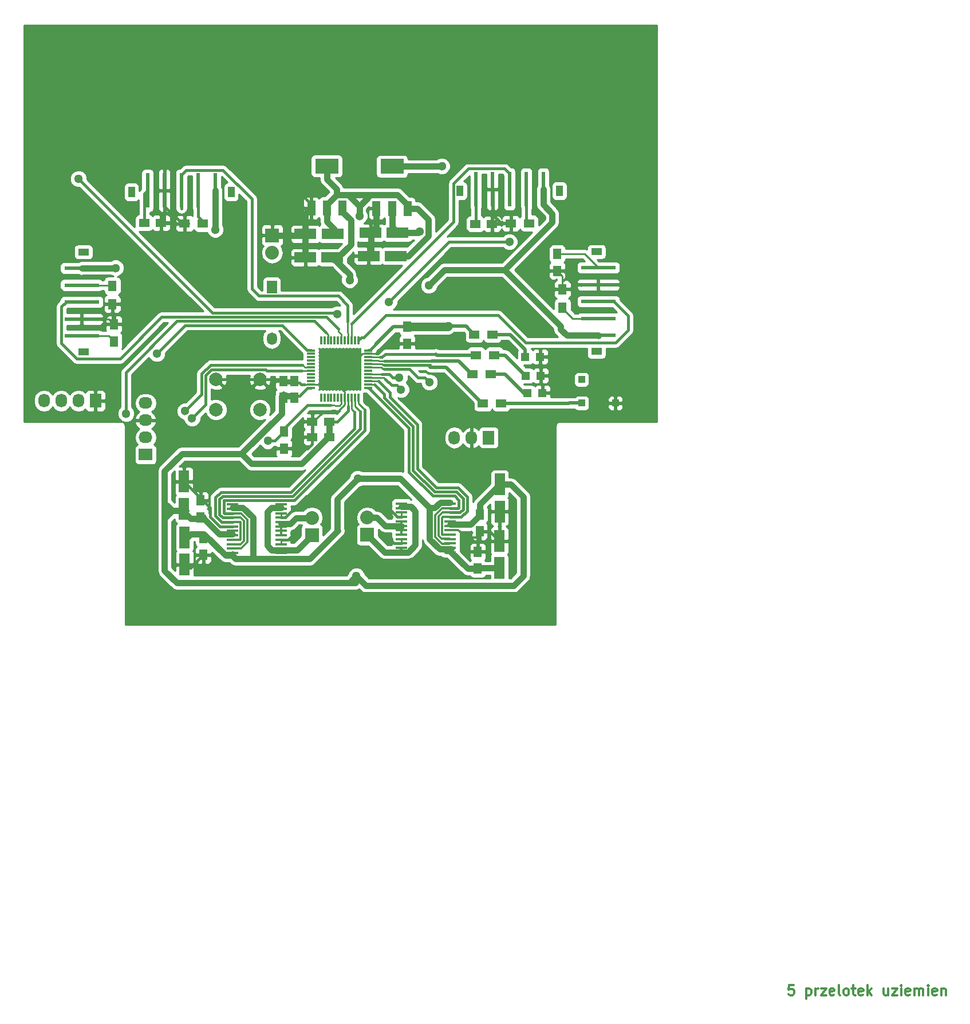
<source format=gbr>
G04 #@! TF.FileFunction,Copper,L1,Top,Signal*
%FSLAX46Y46*%
G04 Gerber Fmt 4.6, Leading zero omitted, Abs format (unit mm)*
G04 Created by KiCad (PCBNEW 4.0.4-stable) date 11/02/17 14:02:32*
%MOMM*%
%LPD*%
G01*
G04 APERTURE LIST*
%ADD10C,0.100000*%
%ADD11C,0.300000*%
%ADD12R,1.000000X1.000000*%
%ADD13R,1.300000X1.500000*%
%ADD14R,5.200000X0.600000*%
%ADD15R,1.600000X1.000000*%
%ADD16R,1.727200X2.032000*%
%ADD17O,1.727200X2.032000*%
%ADD18R,1.750000X0.450000*%
%ADD19C,2.000000*%
%ADD20R,2.032000X2.032000*%
%ADD21O,2.032000X2.032000*%
%ADD22R,2.032000X1.727200*%
%ADD23O,2.032000X1.727200*%
%ADD24R,1.524000X1.824000*%
%ADD25O,1.524000X1.824000*%
%ADD26R,1.200000X2.200000*%
%ADD27R,3.500000X2.200000*%
%ADD28R,0.600000X5.200000*%
%ADD29R,1.000000X1.600000*%
%ADD30R,0.300000X1.200000*%
%ADD31R,1.200000X0.300000*%
%ADD32R,1.500000X1.250000*%
%ADD33R,1.250000X1.500000*%
%ADD34R,1.500000X1.300000*%
%ADD35R,3.200000X1.500000*%
%ADD36R,1.500000X3.200000*%
%ADD37R,1.200000X1.200000*%
%ADD38C,1.300000*%
%ADD39C,0.508000*%
%ADD40C,0.406400*%
%ADD41C,0.254000*%
%ADD42C,0.889000*%
%ADD43C,0.304800*%
%ADD44C,1.270000*%
G04 APERTURE END LIST*
D10*
D11*
X214537144Y-202548571D02*
X213822858Y-202548571D01*
X213751429Y-203262857D01*
X213822858Y-203191429D01*
X213965715Y-203120000D01*
X214322858Y-203120000D01*
X214465715Y-203191429D01*
X214537144Y-203262857D01*
X214608572Y-203405714D01*
X214608572Y-203762857D01*
X214537144Y-203905714D01*
X214465715Y-203977143D01*
X214322858Y-204048571D01*
X213965715Y-204048571D01*
X213822858Y-203977143D01*
X213751429Y-203905714D01*
X216394286Y-203048571D02*
X216394286Y-204548571D01*
X216394286Y-203120000D02*
X216537143Y-203048571D01*
X216822857Y-203048571D01*
X216965714Y-203120000D01*
X217037143Y-203191429D01*
X217108572Y-203334286D01*
X217108572Y-203762857D01*
X217037143Y-203905714D01*
X216965714Y-203977143D01*
X216822857Y-204048571D01*
X216537143Y-204048571D01*
X216394286Y-203977143D01*
X217751429Y-204048571D02*
X217751429Y-203048571D01*
X217751429Y-203334286D02*
X217822857Y-203191429D01*
X217894286Y-203120000D01*
X218037143Y-203048571D01*
X218180000Y-203048571D01*
X218537143Y-203048571D02*
X219322857Y-203048571D01*
X218537143Y-204048571D01*
X219322857Y-204048571D01*
X220465714Y-203977143D02*
X220322857Y-204048571D01*
X220037143Y-204048571D01*
X219894286Y-203977143D01*
X219822857Y-203834286D01*
X219822857Y-203262857D01*
X219894286Y-203120000D01*
X220037143Y-203048571D01*
X220322857Y-203048571D01*
X220465714Y-203120000D01*
X220537143Y-203262857D01*
X220537143Y-203405714D01*
X219822857Y-203548571D01*
X221394286Y-204048571D02*
X221251428Y-203977143D01*
X221180000Y-203834286D01*
X221180000Y-202548571D01*
X222180000Y-204048571D02*
X222037142Y-203977143D01*
X221965714Y-203905714D01*
X221894285Y-203762857D01*
X221894285Y-203334286D01*
X221965714Y-203191429D01*
X222037142Y-203120000D01*
X222180000Y-203048571D01*
X222394285Y-203048571D01*
X222537142Y-203120000D01*
X222608571Y-203191429D01*
X222680000Y-203334286D01*
X222680000Y-203762857D01*
X222608571Y-203905714D01*
X222537142Y-203977143D01*
X222394285Y-204048571D01*
X222180000Y-204048571D01*
X223108571Y-203048571D02*
X223680000Y-203048571D01*
X223322857Y-202548571D02*
X223322857Y-203834286D01*
X223394285Y-203977143D01*
X223537143Y-204048571D01*
X223680000Y-204048571D01*
X224751428Y-203977143D02*
X224608571Y-204048571D01*
X224322857Y-204048571D01*
X224180000Y-203977143D01*
X224108571Y-203834286D01*
X224108571Y-203262857D01*
X224180000Y-203120000D01*
X224322857Y-203048571D01*
X224608571Y-203048571D01*
X224751428Y-203120000D01*
X224822857Y-203262857D01*
X224822857Y-203405714D01*
X224108571Y-203548571D01*
X225465714Y-204048571D02*
X225465714Y-202548571D01*
X225608571Y-203477143D02*
X226037142Y-204048571D01*
X226037142Y-203048571D02*
X225465714Y-203620000D01*
X228465714Y-203048571D02*
X228465714Y-204048571D01*
X227822857Y-203048571D02*
X227822857Y-203834286D01*
X227894285Y-203977143D01*
X228037143Y-204048571D01*
X228251428Y-204048571D01*
X228394285Y-203977143D01*
X228465714Y-203905714D01*
X229037143Y-203048571D02*
X229822857Y-203048571D01*
X229037143Y-204048571D01*
X229822857Y-204048571D01*
X230394286Y-204048571D02*
X230394286Y-203048571D01*
X230394286Y-202548571D02*
X230322857Y-202620000D01*
X230394286Y-202691429D01*
X230465714Y-202620000D01*
X230394286Y-202548571D01*
X230394286Y-202691429D01*
X231680000Y-203977143D02*
X231537143Y-204048571D01*
X231251429Y-204048571D01*
X231108572Y-203977143D01*
X231037143Y-203834286D01*
X231037143Y-203262857D01*
X231108572Y-203120000D01*
X231251429Y-203048571D01*
X231537143Y-203048571D01*
X231680000Y-203120000D01*
X231751429Y-203262857D01*
X231751429Y-203405714D01*
X231037143Y-203548571D01*
X232394286Y-204048571D02*
X232394286Y-203048571D01*
X232394286Y-203191429D02*
X232465714Y-203120000D01*
X232608572Y-203048571D01*
X232822857Y-203048571D01*
X232965714Y-203120000D01*
X233037143Y-203262857D01*
X233037143Y-204048571D01*
X233037143Y-203262857D02*
X233108572Y-203120000D01*
X233251429Y-203048571D01*
X233465714Y-203048571D01*
X233608572Y-203120000D01*
X233680000Y-203262857D01*
X233680000Y-204048571D01*
X234394286Y-204048571D02*
X234394286Y-203048571D01*
X234394286Y-202548571D02*
X234322857Y-202620000D01*
X234394286Y-202691429D01*
X234465714Y-202620000D01*
X234394286Y-202548571D01*
X234394286Y-202691429D01*
X235680000Y-203977143D02*
X235537143Y-204048571D01*
X235251429Y-204048571D01*
X235108572Y-203977143D01*
X235037143Y-203834286D01*
X235037143Y-203262857D01*
X235108572Y-203120000D01*
X235251429Y-203048571D01*
X235537143Y-203048571D01*
X235680000Y-203120000D01*
X235751429Y-203262857D01*
X235751429Y-203405714D01*
X235037143Y-203548571D01*
X236394286Y-203048571D02*
X236394286Y-204048571D01*
X236394286Y-203191429D02*
X236465714Y-203120000D01*
X236608572Y-203048571D01*
X236822857Y-203048571D01*
X236965714Y-203120000D01*
X237037143Y-203262857D01*
X237037143Y-204048571D01*
D12*
X183174000Y-113058000D03*
X183174000Y-116558000D03*
X188174000Y-116558000D03*
D13*
X113792000Y-99234000D03*
X113792000Y-101934000D03*
D14*
X185636500Y-96553500D03*
X185636500Y-99053500D03*
X185636500Y-101553500D03*
X185636500Y-104053500D03*
X185636500Y-106553500D03*
D15*
X185382500Y-94204000D03*
X185382500Y-108936000D03*
D16*
X111290000Y-116220000D03*
D17*
X108750000Y-116220000D03*
X106210000Y-116220000D03*
X103670000Y-116220000D03*
D18*
X156540000Y-131435000D03*
X156540000Y-132085000D03*
X156540000Y-132735000D03*
X156540000Y-133385000D03*
X156540000Y-134035000D03*
X156540000Y-134685000D03*
X156540000Y-135335000D03*
X156540000Y-135985000D03*
X156540000Y-136635000D03*
X156540000Y-137285000D03*
X156540000Y-137935000D03*
X156540000Y-138585000D03*
X163740000Y-138585000D03*
X163740000Y-137935000D03*
X163740000Y-137285000D03*
X163740000Y-136635000D03*
X163740000Y-135985000D03*
X163740000Y-135335000D03*
X163740000Y-134685000D03*
X163740000Y-134035000D03*
X163740000Y-133385000D03*
X163740000Y-132735000D03*
X163740000Y-132085000D03*
X163740000Y-131435000D03*
X138710000Y-138695000D03*
X138710000Y-138045000D03*
X138710000Y-137395000D03*
X138710000Y-136745000D03*
X138710000Y-136095000D03*
X138710000Y-135445000D03*
X138710000Y-134795000D03*
X138710000Y-134145000D03*
X138710000Y-133495000D03*
X138710000Y-132845000D03*
X138710000Y-132195000D03*
X138710000Y-131545000D03*
X131510000Y-131545000D03*
X131510000Y-132195000D03*
X131510000Y-132845000D03*
X131510000Y-133495000D03*
X131510000Y-134145000D03*
X131510000Y-134795000D03*
X131510000Y-135445000D03*
X131510000Y-136095000D03*
X131510000Y-136745000D03*
X131510000Y-137395000D03*
X131510000Y-138045000D03*
X131510000Y-138695000D03*
D19*
X129110000Y-117540000D03*
X129110000Y-113040000D03*
X135610000Y-117540000D03*
X135610000Y-113040000D03*
D20*
X137410000Y-91780000D03*
D21*
X137410000Y-94320000D03*
D22*
X118710000Y-124170000D03*
D23*
X118710000Y-121630000D03*
X118710000Y-119090000D03*
X118710000Y-116550000D03*
D20*
X151480000Y-136030000D03*
D21*
X151480000Y-133490000D03*
D16*
X169418000Y-121666000D03*
D17*
X166878000Y-121666000D03*
X164338000Y-121666000D03*
D20*
X143290000Y-136050000D03*
D21*
X143290000Y-133510000D03*
D24*
X137360000Y-99410000D03*
D25*
X137360000Y-107030000D03*
D26*
X143184568Y-87741830D03*
X145484568Y-87741830D03*
X147784568Y-87741830D03*
D27*
X145484568Y-81541830D03*
D28*
X118983500Y-85143500D03*
X121483500Y-85143500D03*
X123983500Y-85143500D03*
X126483500Y-85143500D03*
X128983500Y-85143500D03*
D29*
X116634000Y-85397500D03*
X131366000Y-85397500D03*
D14*
X109253500Y-106626500D03*
X109253500Y-104126500D03*
X109253500Y-101626500D03*
X109253500Y-99126500D03*
X109253500Y-96626500D03*
D15*
X109507500Y-108976000D03*
X109507500Y-94244000D03*
D28*
X167500000Y-84943500D03*
X170000000Y-84943500D03*
X172500000Y-84943500D03*
X175000000Y-84943500D03*
X177500000Y-84943500D03*
D29*
X165150500Y-85197500D03*
X179882500Y-85197500D03*
D26*
X152824568Y-87791830D03*
X155124568Y-87791830D03*
X157424568Y-87791830D03*
D27*
X155124568Y-81591830D03*
D30*
X144640000Y-115780000D03*
X145140000Y-115780000D03*
X145640000Y-115780000D03*
X146140000Y-115780000D03*
X146640000Y-115780000D03*
X147140000Y-115780000D03*
X147640000Y-115780000D03*
X148140000Y-115780000D03*
X148640000Y-115780000D03*
X149140000Y-115780000D03*
X149640000Y-115780000D03*
X150140000Y-115780000D03*
D31*
X151640000Y-114280000D03*
X151640000Y-113780000D03*
X151640000Y-113280000D03*
X151640000Y-112780000D03*
X151640000Y-112280000D03*
X151640000Y-111780000D03*
X151640000Y-111280000D03*
X151640000Y-110780000D03*
X151640000Y-110280000D03*
X151640000Y-109780000D03*
X151640000Y-109280000D03*
X151640000Y-108780000D03*
D30*
X150140000Y-107280000D03*
X149640000Y-107280000D03*
X149140000Y-107280000D03*
X148640000Y-107280000D03*
X148140000Y-107280000D03*
X147640000Y-107280000D03*
X147140000Y-107280000D03*
X146640000Y-107280000D03*
X146140000Y-107280000D03*
X145640000Y-107280000D03*
X145140000Y-107280000D03*
X144640000Y-107280000D03*
D31*
X143140000Y-108780000D03*
X143140000Y-109280000D03*
X143140000Y-109780000D03*
X143140000Y-110280000D03*
X143140000Y-110780000D03*
X143140000Y-111280000D03*
X143140000Y-111780000D03*
X143140000Y-112280000D03*
X143140000Y-112780000D03*
X143140000Y-113280000D03*
X143140000Y-113780000D03*
X143140000Y-114280000D03*
D32*
X120990000Y-89930000D03*
X118490000Y-89930000D03*
D33*
X114046000Y-104922000D03*
X114046000Y-107422000D03*
X179578000Y-97008000D03*
X179578000Y-94508000D03*
D32*
X169930000Y-90080000D03*
X167430000Y-90080000D03*
D33*
X139160000Y-123260000D03*
X139160000Y-120760000D03*
D32*
X145850000Y-119290000D03*
X143350000Y-119290000D03*
X145820000Y-121600000D03*
X143320000Y-121600000D03*
D33*
X126820000Y-133420000D03*
X126820000Y-130920000D03*
X168080000Y-133010000D03*
X168080000Y-135510000D03*
X127250000Y-138980000D03*
X127250000Y-136480000D03*
X167820000Y-138530000D03*
X167820000Y-141030000D03*
D34*
X127170000Y-90050000D03*
X124470000Y-90050000D03*
D13*
X180340000Y-102442000D03*
X180340000Y-99742000D03*
D34*
X175400000Y-90000000D03*
X172700000Y-90000000D03*
X169752000Y-112268000D03*
X167052000Y-112268000D03*
X170006000Y-106426000D03*
X167306000Y-106426000D03*
X170260000Y-109474000D03*
X167560000Y-109474000D03*
X171276000Y-116586000D03*
X168576000Y-116586000D03*
D35*
X146308548Y-95031830D03*
X142308548Y-95031830D03*
X146334568Y-91571830D03*
X142334568Y-91571830D03*
X155680000Y-94820000D03*
X151680000Y-94820000D03*
X155954568Y-91391830D03*
X151954568Y-91391830D03*
D36*
X124370000Y-132150000D03*
X124370000Y-128150000D03*
X171060000Y-128570000D03*
X171060000Y-132570000D03*
X124460000Y-136430000D03*
X124460000Y-140430000D03*
X171010000Y-140930000D03*
X171010000Y-136930000D03*
D33*
X157390000Y-105280000D03*
X157390000Y-107780000D03*
X140700000Y-115800000D03*
X140700000Y-113300000D03*
X139040000Y-115790000D03*
X139040000Y-113290000D03*
D37*
X174838000Y-109728000D03*
X177038000Y-109728000D03*
X174922000Y-112522000D03*
X177122000Y-112522000D03*
X175176000Y-115062000D03*
X177376000Y-115062000D03*
D38*
X137668000Y-85090000D03*
X129140000Y-127550000D03*
X165730000Y-137430000D03*
X152650000Y-129830000D03*
X154470000Y-136300000D03*
X143270000Y-130360000D03*
X140650000Y-135860000D03*
X150060000Y-127690000D03*
X148860000Y-98370000D03*
X160560000Y-99190000D03*
X150300000Y-88910000D03*
X128990000Y-90920000D03*
X114250000Y-96590000D03*
X159220000Y-91240000D03*
X149860000Y-142120000D03*
X163420000Y-105210000D03*
X162490000Y-81530000D03*
X136750000Y-122140000D03*
X125570608Y-118820620D03*
X124520000Y-117750000D03*
X160650000Y-113480000D03*
X120360000Y-109250000D03*
X115810000Y-118110000D03*
X156464000Y-114554000D03*
X154686000Y-101600000D03*
X172480000Y-92720000D03*
X147066000Y-103378000D03*
X156210000Y-112776000D03*
X108780000Y-83420000D03*
D39*
X184727999Y-112083999D02*
X182372000Y-109728000D01*
X182372000Y-109728000D02*
X177038000Y-109728000D01*
X184727999Y-112103999D02*
X184727999Y-112083999D01*
X188174000Y-116558000D02*
X188174000Y-115550000D01*
X188174000Y-115550000D02*
X184727999Y-112103999D01*
D40*
X137668000Y-85090000D02*
X141032738Y-85090000D01*
X141032738Y-85090000D02*
X143184568Y-87241830D01*
X143184568Y-87241830D02*
X143184568Y-87741830D01*
D41*
X148140000Y-115780000D02*
X148140000Y-116776066D01*
X148140000Y-116776066D02*
X147532057Y-117384009D01*
X147532057Y-117384009D02*
X147532057Y-117389943D01*
X147532057Y-117389943D02*
X147066000Y-117856000D01*
X147066000Y-117856000D02*
X144909000Y-117856000D01*
X143475000Y-119290000D02*
X143350000Y-119290000D01*
X144909000Y-117856000D02*
X143475000Y-119290000D01*
X181814000Y-99742000D02*
X182502500Y-99053500D01*
X182502500Y-99053500D02*
X185636500Y-99053500D01*
X180340000Y-99742000D02*
X181814000Y-99742000D01*
X179578000Y-97008000D02*
X180457000Y-97008000D01*
X180457000Y-97008000D02*
X182502500Y-99053500D01*
X180340000Y-99742000D02*
X180340000Y-97770000D01*
X180340000Y-97770000D02*
X179578000Y-97008000D01*
X113792000Y-101934000D02*
X113792000Y-104668000D01*
X113792000Y-104668000D02*
X114046000Y-104922000D01*
X109253500Y-104126500D02*
X113250500Y-104126500D01*
X113250500Y-104126500D02*
X114046000Y-104922000D01*
D40*
X154960000Y-108340000D02*
X155520000Y-107780000D01*
X155520000Y-107780000D02*
X157390000Y-107780000D01*
D42*
X137410000Y-91780000D02*
X142126398Y-91780000D01*
X142126398Y-91780000D02*
X142334568Y-91571830D01*
D40*
X121483500Y-85143500D02*
X121483500Y-87443500D01*
X121483500Y-87443500D02*
X124090000Y-90050000D01*
X124090000Y-90050000D02*
X124470000Y-90050000D01*
X121483500Y-85143500D02*
X121483500Y-89436500D01*
X121483500Y-89436500D02*
X120990000Y-89930000D01*
X127250000Y-138980000D02*
X127250000Y-139330000D01*
X126820000Y-130920000D02*
X126820000Y-130600000D01*
X126820000Y-130600000D02*
X124370000Y-128150000D01*
X124590000Y-140870000D02*
X125360000Y-140870000D01*
X125360000Y-140870000D02*
X127250000Y-138980000D01*
X124370000Y-128150000D02*
X128540000Y-128150000D01*
X128540000Y-128150000D02*
X129140000Y-127550000D01*
X131510000Y-134795000D02*
X129711460Y-134795000D01*
X129711460Y-134795000D02*
X128251400Y-133334940D01*
X128251400Y-133334940D02*
X128251400Y-132036400D01*
X128251400Y-132036400D02*
X127220000Y-131005000D01*
X127220000Y-131005000D02*
X127220000Y-130880000D01*
X170000000Y-88700000D02*
X169930000Y-88770000D01*
X169930000Y-88770000D02*
X169930000Y-90080000D01*
X167820000Y-138530000D02*
X167820000Y-135770000D01*
X167820000Y-135770000D02*
X168080000Y-135510000D01*
X168080000Y-135510000D02*
X169590000Y-135510000D01*
X169590000Y-135510000D02*
X171010000Y-136930000D01*
X171060000Y-132570000D02*
X171060000Y-136880000D01*
X171060000Y-136880000D02*
X171010000Y-136930000D01*
X140700000Y-113600000D02*
X141481400Y-113600000D01*
X141481400Y-113600000D02*
X141681400Y-113800000D01*
X141681400Y-113800000D02*
X142170000Y-113800000D01*
X139040000Y-113590000D02*
X140690000Y-113590000D01*
X140690000Y-113590000D02*
X140700000Y-113600000D01*
X135610000Y-113040000D02*
X138490000Y-113040000D01*
X138490000Y-113040000D02*
X139040000Y-113590000D01*
D43*
X165960000Y-136375200D02*
X166110000Y-136525200D01*
X163740000Y-135335000D02*
X164919800Y-135335000D01*
X164919800Y-135335000D02*
X165790000Y-136205200D01*
X165790000Y-136205200D02*
X165960000Y-136375200D01*
D40*
X166110000Y-136525200D02*
X166110000Y-137050000D01*
D43*
X166235200Y-136400000D02*
X167550000Y-136400000D01*
X166110000Y-136525200D02*
X166235200Y-136400000D01*
D40*
X166110000Y-137050000D02*
X165730000Y-137430000D01*
X142671400Y-123280000D02*
X139360000Y-123280000D01*
X143320000Y-121600000D02*
X143320000Y-122631400D01*
X143320000Y-122631400D02*
X142671400Y-123280000D01*
X143350000Y-119290000D02*
X143350000Y-121570000D01*
X143350000Y-121570000D02*
X143320000Y-121600000D01*
D42*
X142334568Y-91571830D02*
X142334568Y-88591830D01*
X142334568Y-88591830D02*
X143184568Y-87741830D01*
X142308548Y-95031830D02*
X142308548Y-91597850D01*
X142308548Y-91597850D02*
X142334568Y-91571830D01*
X152824568Y-87791830D02*
X152824568Y-90521830D01*
X152824568Y-90521830D02*
X151954568Y-91391830D01*
X152020000Y-94880000D02*
X152020000Y-91457262D01*
X152020000Y-91457262D02*
X151954568Y-91391830D01*
D41*
X147024600Y-113780000D02*
X147024600Y-113041400D01*
X147024600Y-113041400D02*
X150786000Y-109280000D01*
X150786000Y-109280000D02*
X151640000Y-109280000D01*
X143140000Y-113780000D02*
X147024600Y-113780000D01*
X147024600Y-113780000D02*
X148140000Y-114895400D01*
X148140000Y-114895400D02*
X148140000Y-114926000D01*
X148140000Y-114926000D02*
X148140000Y-115780000D01*
D40*
X143158548Y-87767850D02*
X143184568Y-87741830D01*
D41*
X152830009Y-109254773D02*
X152501601Y-109257001D01*
D40*
X154960000Y-108340000D02*
X153949617Y-108340000D01*
X153949617Y-108340000D02*
X153060000Y-109229617D01*
X153060000Y-109229617D02*
X152855164Y-109229618D01*
X152855164Y-109229618D02*
X152830009Y-109254773D01*
X156540000Y-133385000D02*
X155890000Y-133385000D01*
X155890000Y-133385000D02*
X152650000Y-130145000D01*
X152650000Y-130145000D02*
X152650000Y-129830000D01*
X156540000Y-137285000D02*
X155455000Y-137285000D01*
X155455000Y-137285000D02*
X154470000Y-136300000D01*
X138710000Y-133495000D02*
X139360000Y-133495000D01*
X139360000Y-133495000D02*
X142495000Y-130360000D01*
X142495000Y-130360000D02*
X143270000Y-130360000D01*
X138710000Y-136745000D02*
X139765000Y-136745000D01*
X139765000Y-136745000D02*
X140650000Y-135860000D01*
X183336500Y-99053500D02*
X185636500Y-99053500D01*
X170000000Y-87949900D02*
X170000000Y-84943500D01*
X170000000Y-88700000D02*
X170000000Y-87949900D01*
X169980000Y-88720000D02*
X170000000Y-88700000D01*
X173100000Y-90000000D02*
X171260000Y-90000000D01*
X171260000Y-90000000D02*
X169980000Y-88720000D01*
X120550000Y-90000000D02*
X121410000Y-90000000D01*
X121410000Y-90000000D02*
X125000000Y-90000000D01*
X121483500Y-89926500D02*
X121410000Y-90000000D01*
D41*
X142170000Y-113800000D02*
X143120000Y-113800000D01*
D40*
X140690000Y-113790000D02*
X140700000Y-113800000D01*
X129110000Y-113040000D02*
X135610000Y-113040000D01*
D41*
X138710000Y-132845000D02*
X138710000Y-133495000D01*
X138710000Y-136745000D02*
X138710000Y-137395000D01*
X156540000Y-132735000D02*
X156540000Y-133385000D01*
X156540000Y-137285000D02*
X156540000Y-136635000D01*
D40*
X170000000Y-88700000D02*
X171300000Y-90000000D01*
X171300000Y-90000000D02*
X173100000Y-90000000D01*
X124243600Y-90000000D02*
X121600000Y-90000000D01*
X121600000Y-90000000D02*
X120550000Y-90000000D01*
X125000000Y-90000000D02*
X124243600Y-90000000D01*
D43*
X167560000Y-136410000D02*
X167550000Y-136400000D01*
X167687960Y-136262040D02*
X167550000Y-136400000D01*
D41*
X152501601Y-109257001D02*
X152501601Y-109272399D01*
X152501601Y-109272399D02*
X152494000Y-109280000D01*
X152494000Y-109280000D02*
X151640000Y-109280000D01*
D43*
X183140000Y-99250000D02*
X183336500Y-99053500D01*
D41*
X143120000Y-113800000D02*
X143140000Y-113780000D01*
D40*
X118490000Y-89930000D02*
X118490000Y-85637000D01*
X118490000Y-85637000D02*
X118983500Y-85143500D01*
D41*
X109253500Y-106626500D02*
X113250500Y-106626500D01*
X113250500Y-106626500D02*
X114046000Y-107422000D01*
X179578000Y-94508000D02*
X183591000Y-94508000D01*
X183591000Y-94508000D02*
X185636500Y-96553500D01*
D40*
X167500000Y-84943500D02*
X167500000Y-89950000D01*
X167500000Y-89950000D02*
X167550000Y-90000000D01*
D42*
X149030000Y-93160378D02*
X149030000Y-89555862D01*
X149030000Y-89555862D02*
X147784568Y-88310430D01*
X147784568Y-88310430D02*
X147784568Y-87741830D01*
X146308548Y-95031830D02*
X147158548Y-95031830D01*
X147158548Y-95031830D02*
X149030000Y-93160378D01*
X147020000Y-135512102D02*
X147020000Y-130730000D01*
X147020000Y-130730000D02*
X149410001Y-128339999D01*
X142967601Y-139564501D02*
X147020000Y-135512102D01*
X147020000Y-135512102D02*
X147120001Y-135412101D01*
X150060000Y-127690000D02*
X149410001Y-128339999D01*
X150060000Y-127690000D02*
X156380000Y-127690000D01*
X156380000Y-127690000D02*
X160706069Y-132016069D01*
X148860000Y-98370000D02*
X148860000Y-97583282D01*
X148860000Y-97583282D02*
X146308548Y-95031830D01*
X146308548Y-95031830D02*
X147297239Y-95031830D01*
X167820000Y-141030000D02*
X166306000Y-141030000D01*
X166306000Y-141030000D02*
X163740000Y-138464000D01*
X163740000Y-138464000D02*
X163740000Y-138154509D01*
X171010000Y-140930000D02*
X167920000Y-140930000D01*
X167920000Y-140930000D02*
X167820000Y-141030000D01*
X163859509Y-138154509D02*
X162174891Y-138154509D01*
X162174891Y-138154509D02*
X160706069Y-136685687D01*
X160706069Y-136685687D02*
X160706069Y-136340000D01*
X127310000Y-135910000D02*
X127345102Y-135910000D01*
X127345102Y-135910000D02*
X130505102Y-139070000D01*
X130505102Y-139070000D02*
X131510000Y-139070000D01*
X124423980Y-136816020D02*
X125330000Y-135910000D01*
X125330000Y-135910000D02*
X127310000Y-135910000D01*
X124320000Y-136816020D02*
X124423980Y-136816020D01*
X146573577Y-95482913D02*
X146573577Y-95031830D01*
X134560000Y-139564501D02*
X142967601Y-139564501D01*
X132900601Y-131975499D02*
X131510000Y-131975499D01*
X132004501Y-139564501D02*
X134560000Y-139564501D01*
X134560000Y-139564501D02*
X134560000Y-133460382D01*
X134560000Y-133460382D02*
X133075117Y-131975499D01*
X133075117Y-131975499D02*
X132900601Y-131975499D01*
X160706069Y-132016069D02*
X161469791Y-132016069D01*
X161469791Y-132016069D02*
X162270361Y-131215499D01*
X162270361Y-131215499D02*
X162349399Y-131215499D01*
X162349399Y-131215499D02*
X163740000Y-131215499D01*
X131510000Y-138914501D02*
X131510000Y-139070000D01*
X131510000Y-139070000D02*
X132004501Y-139564501D01*
D40*
X162215000Y-137935000D02*
X162440000Y-137935000D01*
X162440000Y-137935000D02*
X163090000Y-138585000D01*
X163090000Y-138585000D02*
X163740000Y-138585000D01*
X160706069Y-136340000D02*
X160938169Y-136340000D01*
X160938169Y-136340000D02*
X160947369Y-136349200D01*
X160947369Y-136349200D02*
X160947369Y-136667369D01*
X160947369Y-136667369D02*
X162215000Y-137935000D01*
X162215000Y-137935000D02*
X162458600Y-137935000D01*
X162458600Y-137935000D02*
X163740000Y-137935000D01*
D42*
X160706069Y-132779791D02*
X160706069Y-136340000D01*
X160706069Y-132016069D02*
X160706069Y-132779791D01*
D43*
X160998169Y-132900782D02*
X160998169Y-136564695D01*
D42*
X171760103Y-96870001D02*
X162879999Y-96870001D01*
X162879999Y-96870001D02*
X160560000Y-99190000D01*
X178810000Y-88553500D02*
X178810000Y-89820104D01*
X178810000Y-89820104D02*
X171760103Y-96870001D01*
X177500000Y-84943500D02*
X177500000Y-87243500D01*
X177500000Y-87243500D02*
X178810000Y-88553500D01*
X185636500Y-106553500D02*
X180953398Y-106553500D01*
X180953398Y-106553500D02*
X180055499Y-105655601D01*
X180055499Y-105655601D02*
X180055499Y-105165397D01*
X180055499Y-105165397D02*
X171760103Y-96870001D01*
X155680000Y-94820000D02*
X157555862Y-94820000D01*
X157555862Y-94820000D02*
X160514501Y-91861361D01*
X160514501Y-91861361D02*
X160514501Y-89392763D01*
X160514501Y-89392763D02*
X158913568Y-87791830D01*
X158913568Y-87791830D02*
X157424568Y-87791830D01*
X145484568Y-87741830D02*
X145484568Y-89730830D01*
X145484568Y-89730830D02*
X146599597Y-90845859D01*
X146599597Y-90845859D02*
X146599597Y-91120747D01*
X146599597Y-91120747D02*
X146599597Y-91571830D01*
X153190000Y-85802830D02*
X155935568Y-85802830D01*
X153190000Y-85802830D02*
X151953466Y-85802830D01*
X150510000Y-85802830D02*
X153190000Y-85802830D01*
X151953466Y-85802830D02*
X150300000Y-87456296D01*
X150300000Y-87456296D02*
X150300000Y-87990762D01*
X150300000Y-87990762D02*
X150300000Y-88910000D01*
X148610000Y-85802830D02*
X150510000Y-85802830D01*
X146923568Y-85802830D02*
X148610000Y-85802830D01*
X148610000Y-85802830D02*
X150300000Y-87492830D01*
X150300000Y-87492830D02*
X150300000Y-88910000D01*
X157424568Y-87791830D02*
X157424568Y-88291830D01*
X156870000Y-94880000D02*
X156020000Y-94880000D01*
X128983500Y-85143500D02*
X128983500Y-90913500D01*
X128983500Y-90913500D02*
X128990000Y-90920000D01*
X185610000Y-106580000D02*
X185636500Y-106553500D01*
X145484568Y-81541830D02*
X145484568Y-83530830D01*
X145484568Y-83530830D02*
X146923568Y-84969830D01*
X146923568Y-84969830D02*
X146923568Y-85802830D01*
X183636500Y-106553500D02*
X185636500Y-106553500D01*
X114250000Y-96590000D02*
X109290000Y-96590000D01*
X109290000Y-96590000D02*
X109253500Y-96626500D01*
X155935568Y-85802830D02*
X157424568Y-87291830D01*
X145484568Y-87741830D02*
X145484568Y-87241830D01*
X157424568Y-87291830D02*
X157424568Y-87791830D01*
X145484568Y-87241830D02*
X146923568Y-85802830D01*
D39*
X163420000Y-105210000D02*
X166090000Y-105210000D01*
X166090000Y-105210000D02*
X167306000Y-106426000D01*
X157390000Y-105280000D02*
X155318600Y-105280000D01*
X155318600Y-105280000D02*
X152718600Y-107880000D01*
D40*
X151871801Y-108726799D02*
X152718600Y-107880000D01*
D44*
X157390000Y-105280000D02*
X163350000Y-105280000D01*
X163350000Y-105280000D02*
X163420000Y-105210000D01*
D40*
X151640000Y-108726799D02*
X151871801Y-108726799D01*
D42*
X132880000Y-124040000D02*
X132880000Y-124000000D01*
X132880000Y-124000000D02*
X138790000Y-118090000D01*
X155954568Y-91391830D02*
X159068170Y-91391830D01*
X159068170Y-91391830D02*
X159220000Y-91240000D01*
X127220000Y-133380000D02*
X127220000Y-133502382D01*
X127220000Y-133502382D02*
X129593117Y-135875499D01*
X131510000Y-135875499D02*
X130450709Y-135875499D01*
X129593117Y-135875499D02*
X131510000Y-135875499D01*
X121500000Y-133470000D02*
X121500000Y-141290102D01*
X121500000Y-133470000D02*
X121658900Y-133470000D01*
X121500000Y-131311100D02*
X121500000Y-133470000D01*
X121658900Y-133470000D02*
X122658900Y-132470000D01*
X168080000Y-133010000D02*
X168080000Y-133135000D01*
X168080000Y-133135000D02*
X166749501Y-134465499D01*
X166749501Y-134465499D02*
X163959501Y-134465499D01*
X171060000Y-128570000D02*
X168080000Y-131550000D01*
X168080000Y-131550000D02*
X168080000Y-133010000D01*
X174540000Y-142070000D02*
X174540000Y-130411000D01*
X174540000Y-130411000D02*
X172699000Y-128570000D01*
X172699000Y-128570000D02*
X171060000Y-128570000D01*
X173100000Y-143510000D02*
X174540000Y-142070000D01*
X149860000Y-142120000D02*
X151250000Y-143510000D01*
X151250000Y-143510000D02*
X173100000Y-143510000D01*
X123324399Y-143114501D02*
X148180000Y-143114501D01*
X148865499Y-143114501D02*
X148180000Y-143114501D01*
X148180000Y-143114501D02*
X149784737Y-143114501D01*
X149860000Y-142120000D02*
X148865499Y-143114501D01*
X163959501Y-134465499D02*
X163740000Y-134465499D01*
X121500000Y-141290102D02*
X123324399Y-143114501D01*
X121500000Y-131311100D02*
X122658900Y-132470000D01*
X122658900Y-132470000D02*
X124690000Y-132470000D01*
X132880000Y-124040000D02*
X124050000Y-124040000D01*
X124050000Y-124040000D02*
X121500000Y-126590000D01*
X121500000Y-126590000D02*
X121500000Y-131311100D01*
X132880000Y-124040000D02*
X134350000Y-125510000D01*
X134350000Y-125510000D02*
X141785000Y-125510000D01*
X141785000Y-125510000D02*
X145695000Y-121600000D01*
X145695000Y-121600000D02*
X145820000Y-121600000D01*
D40*
X140700000Y-115500000D02*
X141481400Y-115500000D01*
X141481400Y-115500000D02*
X142648199Y-114333201D01*
X142648199Y-114333201D02*
X143140000Y-114333201D01*
D42*
X139040000Y-115490000D02*
X140690000Y-115490000D01*
X140690000Y-115490000D02*
X140700000Y-115500000D01*
X127240000Y-133620000D02*
X125350000Y-133620000D01*
X125350000Y-133620000D02*
X124320000Y-132590000D01*
X138790000Y-118090000D02*
X138790000Y-115540000D01*
X145850000Y-119290000D02*
X145850000Y-121570000D01*
X145850000Y-121570000D02*
X145820000Y-121600000D01*
D40*
X148609790Y-117056106D02*
X148609790Y-117686610D01*
X148609790Y-117686610D02*
X147006400Y-119290000D01*
X147006400Y-119290000D02*
X145850000Y-119290000D01*
D42*
X155124568Y-87791830D02*
X155124568Y-90561830D01*
X155124568Y-90561830D02*
X155954568Y-91391830D01*
D41*
X148609790Y-117056106D02*
X148640000Y-116924000D01*
D43*
X131510000Y-135445000D02*
X131510000Y-135870000D01*
X131510000Y-135870000D02*
X131510000Y-136095000D01*
D40*
X140690000Y-115290000D02*
X140700000Y-115300000D01*
D42*
X155124568Y-81591830D02*
X155774568Y-81591830D01*
X138790000Y-115540000D02*
X139040000Y-115290000D01*
D43*
X131375000Y-135960000D02*
X131510000Y-136095000D01*
D42*
X155124568Y-81591830D02*
X162428170Y-81591830D01*
X162428170Y-81591830D02*
X162490000Y-81530000D01*
D41*
X148640000Y-116924000D02*
X148640000Y-116634000D01*
X148640000Y-116634000D02*
X148640000Y-115780000D01*
D42*
X155130588Y-87797850D02*
X155124568Y-87791830D01*
D40*
X136750000Y-122140000D02*
X137780000Y-122140000D01*
X137780000Y-122140000D02*
X139160000Y-120760000D01*
D41*
X147344000Y-116930000D02*
X146020000Y-116853801D01*
X146020000Y-116853801D02*
X143495000Y-116930000D01*
D40*
X139360000Y-121030000D02*
X139360000Y-120123600D01*
X139360000Y-120123600D02*
X142629799Y-116853801D01*
X142629799Y-116853801D02*
X145802369Y-116853801D01*
X145802369Y-116853801D02*
X146020000Y-116853801D01*
X139100000Y-121030000D02*
X139360000Y-121030000D01*
D41*
X139410000Y-120890000D02*
X139285000Y-120890000D01*
X135935000Y-117540000D02*
X135610000Y-117540000D01*
X147640000Y-115780000D02*
X147640000Y-116634000D01*
X147640000Y-116634000D02*
X147344000Y-116930000D01*
X139535000Y-120890000D02*
X139410000Y-120890000D01*
D39*
X170006000Y-106426000D02*
X172644000Y-106426000D01*
X172644000Y-106426000D02*
X174838000Y-108620000D01*
X174838000Y-108620000D02*
X174838000Y-109728000D01*
X170260000Y-109474000D02*
X171874000Y-109474000D01*
X171874000Y-109474000D02*
X174922000Y-112522000D01*
X169752000Y-112268000D02*
X171874000Y-112268000D01*
X171874000Y-112268000D02*
X174922000Y-115316000D01*
D41*
X143140000Y-111780000D02*
X141780000Y-111780000D01*
D40*
X141780000Y-111780000D02*
X136630000Y-111780000D01*
X128436463Y-111636799D02*
X127596200Y-112477062D01*
X136630000Y-111780000D02*
X136486799Y-111636799D01*
X136486799Y-111636799D02*
X128436463Y-111636799D01*
X127596200Y-112477062D02*
X127596200Y-116795028D01*
X127596200Y-116795028D02*
X126220607Y-118170621D01*
X126220607Y-118170621D02*
X125570608Y-118820620D01*
D41*
X118862400Y-124170000D02*
X118710000Y-124170000D01*
D40*
X124520000Y-117750000D02*
X126989790Y-115280210D01*
X126989790Y-115280210D02*
X126989790Y-112225879D01*
X126989790Y-112225879D02*
X128315669Y-110900000D01*
X128315669Y-110900000D02*
X141906000Y-110900000D01*
D41*
X118710000Y-121630000D02*
X118862400Y-121630000D01*
X142286000Y-111280000D02*
X143140000Y-111280000D01*
X141906000Y-110900000D02*
X142286000Y-111280000D01*
D42*
X158570000Y-137515102D02*
X158570000Y-132504898D01*
X158570000Y-132504898D02*
X157930601Y-131865499D01*
X157930601Y-131865499D02*
X156540000Y-131865499D01*
X156540000Y-138585000D02*
X157500102Y-138585000D01*
X157500102Y-138585000D02*
X158570000Y-137515102D01*
X151480000Y-136030000D02*
X154035000Y-138585000D01*
X154035000Y-138585000D02*
X156540000Y-138585000D01*
D40*
X156443600Y-138183600D02*
X156443600Y-138488600D01*
X156443600Y-138488600D02*
X156540000Y-138585000D01*
X156443600Y-138183600D02*
X156443600Y-138031400D01*
X156443600Y-138031400D02*
X156540000Y-137935000D01*
D43*
X156735000Y-132085000D02*
X157020000Y-131800000D01*
X157020000Y-131800000D02*
X156905000Y-131800000D01*
X156540000Y-132085000D02*
X156735000Y-132085000D01*
X156905000Y-131800000D02*
X156540000Y-131435000D01*
D42*
X151480000Y-133490000D02*
X152916840Y-133490000D01*
X152916840Y-133490000D02*
X154111840Y-134685000D01*
X154111840Y-134685000D02*
X154776000Y-134685000D01*
X154776000Y-134685000D02*
X156540000Y-134685000D01*
D43*
X156540000Y-134035000D02*
X156540000Y-135985000D01*
D40*
X157683030Y-111523030D02*
X154500000Y-111523030D01*
X154500000Y-111523030D02*
X153940000Y-111523030D01*
D41*
X151640000Y-111280000D02*
X153537893Y-111280000D01*
X153537893Y-111280000D02*
X153780923Y-111523030D01*
X153780923Y-111523030D02*
X154500000Y-111523030D01*
D40*
X160650000Y-113480000D02*
X160000001Y-112830001D01*
X160000001Y-112830001D02*
X158990001Y-112830001D01*
X158990001Y-112830001D02*
X157683030Y-111523030D01*
X138899440Y-105059440D02*
X142566799Y-108726799D01*
X142566799Y-108726799D02*
X143140000Y-108726799D01*
X120360000Y-109250000D02*
X124550560Y-105059440D01*
X124550560Y-105059440D02*
X138899440Y-105059440D01*
X143086799Y-108726799D02*
X143140000Y-108726799D01*
D41*
X120690000Y-109250000D02*
X120360000Y-109250000D01*
X108750000Y-116220000D02*
X108750000Y-116067600D01*
D40*
X143643030Y-104453030D02*
X123356970Y-104453030D01*
X123356970Y-104453030D02*
X115810000Y-112000000D01*
X144670000Y-105456000D02*
X144646000Y-105456000D01*
X144646000Y-105456000D02*
X143643030Y-104453030D01*
D41*
X145640000Y-106426000D02*
X145344000Y-106130000D01*
D40*
X115810000Y-118110000D02*
X115810000Y-112000000D01*
X144670000Y-105456000D02*
X145344000Y-106130000D01*
D41*
X145640000Y-107280000D02*
X145640000Y-106426000D01*
X145640000Y-107280000D02*
X145640000Y-106441398D01*
X145640000Y-106441398D02*
X145551601Y-106352999D01*
D42*
X136680000Y-137625102D02*
X136680000Y-132614898D01*
X136680000Y-132614898D02*
X137319399Y-131975499D01*
X137319399Y-131975499D02*
X138710000Y-131975499D01*
X143290000Y-136050000D02*
X141075499Y-138264501D01*
X141075499Y-138264501D02*
X137319399Y-138264501D01*
X137319399Y-138264501D02*
X136680000Y-137625102D01*
X140155499Y-138264501D02*
X140100601Y-138264501D01*
X140100601Y-138264501D02*
X138710000Y-138264501D01*
D43*
X138710000Y-138695000D02*
X138710000Y-138440000D01*
X138710000Y-138440000D02*
X138710000Y-138045000D01*
X138710000Y-131545000D02*
X138710000Y-132195000D01*
D42*
X143290000Y-133510000D02*
X140955102Y-133510000D01*
X140955102Y-133510000D02*
X140100601Y-134364501D01*
X140100601Y-134364501D02*
X138710000Y-134364501D01*
D43*
X138710000Y-134145000D02*
X138710000Y-136095000D01*
D40*
X127300000Y-89840000D02*
X126483500Y-89023500D01*
X126483500Y-89023500D02*
X126483500Y-85143500D01*
X127300000Y-90000000D02*
X127300000Y-89840000D01*
D41*
X109253500Y-99126500D02*
X113684500Y-99126500D01*
X113684500Y-99126500D02*
X113792000Y-99234000D01*
X185636500Y-104053500D02*
X181851500Y-104053500D01*
X181851500Y-104053500D02*
X180340000Y-102542000D01*
X180340000Y-102542000D02*
X180340000Y-102442000D01*
D40*
X185573000Y-103990000D02*
X185636500Y-104053500D01*
X175000000Y-84943500D02*
X175000000Y-90000000D01*
D39*
X165025790Y-110310210D02*
X165025790Y-110341790D01*
X165025790Y-110341790D02*
X166952000Y-112268000D01*
X166952000Y-112268000D02*
X167052000Y-112268000D01*
X161038472Y-110310210D02*
X165025790Y-110310210D01*
D41*
X151640000Y-110280000D02*
X153102960Y-110280000D01*
X153102960Y-110280000D02*
X153140380Y-110317420D01*
X153140380Y-110317420D02*
X153952790Y-110317420D01*
X153952790Y-110317420D02*
X153960000Y-110310210D01*
D40*
X161038472Y-110310210D02*
X153960000Y-110310210D01*
D41*
X154178000Y-113030000D02*
X153928000Y-112780000D01*
X153928000Y-112780000D02*
X151640000Y-112780000D01*
D40*
X156464000Y-114554000D02*
X155814001Y-113904001D01*
X155814001Y-113904001D02*
X155052001Y-113904001D01*
X155052001Y-113904001D02*
X154178000Y-113030000D01*
X172480000Y-92720000D02*
X163566000Y-92720000D01*
X163566000Y-92720000D02*
X154686000Y-101600000D01*
D41*
X151640000Y-112280000D02*
X153670000Y-112249790D01*
D40*
X156210000Y-112776000D02*
X155290762Y-112776000D01*
X154764553Y-112249791D02*
X154147620Y-112249790D01*
X155290762Y-112776000D02*
X154764553Y-112249791D01*
X154147620Y-112249790D02*
X153670000Y-112249790D01*
X128600210Y-103240210D02*
X146928210Y-103240210D01*
X146928210Y-103240210D02*
X147066000Y-103378000D01*
X128600210Y-103240210D02*
X109429999Y-84069999D01*
X109429999Y-84069999D02*
X108780000Y-83420000D01*
D39*
X161590000Y-109303000D02*
X161761000Y-109474000D01*
X161761000Y-109474000D02*
X167560000Y-109474000D01*
D41*
X151640000Y-109780000D02*
X153360000Y-109787210D01*
D40*
X161590000Y-109303000D02*
X154117830Y-109303000D01*
X154117830Y-109303000D02*
X153633620Y-109787210D01*
X153633620Y-109787210D02*
X153360000Y-109787210D01*
D39*
X183174000Y-116558000D02*
X181284000Y-116558000D01*
X181284000Y-116558000D02*
X181256000Y-116586000D01*
X171276000Y-116586000D02*
X181256000Y-116586000D01*
X160766620Y-111236620D02*
X163126620Y-111236620D01*
X163126620Y-111236620D02*
X168476000Y-116586000D01*
X168476000Y-116586000D02*
X168576000Y-116586000D01*
D40*
X160766620Y-110916620D02*
X160766620Y-111236620D01*
X160766620Y-110916620D02*
X154350000Y-110916620D01*
X154350000Y-110916620D02*
X153980000Y-110916620D01*
D41*
X153816580Y-110916620D02*
X154350000Y-110916620D01*
X151640000Y-110780000D02*
X153679960Y-110780000D01*
X153679960Y-110780000D02*
X153816580Y-110916620D01*
D40*
X148580000Y-104540000D02*
X148580000Y-104140000D01*
X148580000Y-104140000D02*
X148580000Y-103790000D01*
X148580000Y-102098000D02*
X148580000Y-104140000D01*
X123983500Y-85143500D02*
X123983500Y-82843500D01*
X130131362Y-82137100D02*
X134400000Y-86405738D01*
X147207201Y-100725201D02*
X148580000Y-102098000D01*
X123983500Y-82843500D02*
X124689900Y-82137100D01*
X124689900Y-82137100D02*
X130131362Y-82137100D01*
X134400000Y-86405738D02*
X134400000Y-99650000D01*
X134400000Y-99650000D02*
X135475201Y-100725201D01*
X135475201Y-100725201D02*
X147207201Y-100725201D01*
X123983500Y-85143500D02*
X123983500Y-87816500D01*
D41*
X148580000Y-105190000D02*
X148580000Y-104840000D01*
X148580000Y-104840000D02*
X148580000Y-104540000D01*
X148640000Y-107280000D02*
X148640000Y-106283933D01*
X148640000Y-106283933D02*
X148580000Y-106223933D01*
X148580000Y-106223933D02*
X148580000Y-104840000D01*
D40*
X114940762Y-109980000D02*
X108485738Y-109980000D01*
X108485738Y-109980000D02*
X106247100Y-107741362D01*
X106247100Y-107741362D02*
X106247100Y-102332900D01*
X106247100Y-102332900D02*
X106953500Y-101626500D01*
X106953500Y-101626500D02*
X109253500Y-101626500D01*
X145406620Y-103846620D02*
X121074142Y-103846620D01*
X121074142Y-103846620D02*
X114940762Y-109980000D01*
X147180000Y-105640000D02*
X147180000Y-105620000D01*
X147180000Y-105620000D02*
X145406620Y-103846620D01*
D41*
X147180000Y-105981398D02*
X147180000Y-105640000D01*
X147640000Y-106441398D02*
X147180000Y-105981398D01*
X147640000Y-107280000D02*
X147640000Y-106441398D01*
D40*
X174870463Y-107633201D02*
X188182561Y-107633201D01*
X188182561Y-107633201D02*
X190026799Y-105788963D01*
X190026799Y-105788963D02*
X190026799Y-103643799D01*
X190026799Y-103643799D02*
X187936500Y-101553500D01*
X187936500Y-101553500D02*
X185636500Y-101553500D01*
X154254000Y-103570000D02*
X170807262Y-103570000D01*
X170807262Y-103570000D02*
X174870463Y-107633201D01*
X150964000Y-106860000D02*
X154254000Y-103570000D01*
X150964000Y-106860000D02*
X150560000Y-106860000D01*
X150560000Y-106860000D02*
X150193201Y-107226799D01*
X150193201Y-107226799D02*
X150193201Y-107280000D01*
X171793600Y-81937100D02*
X172500000Y-82643500D01*
X172500000Y-82643500D02*
X172500000Y-84943500D01*
X166385138Y-81937100D02*
X171793600Y-81937100D01*
X149140000Y-104870000D02*
X164247299Y-89762701D01*
X164247299Y-89762701D02*
X164247299Y-84074939D01*
X164247299Y-84074939D02*
X166385138Y-81937100D01*
D41*
X149140000Y-107280000D02*
X149140000Y-104870000D01*
X151640000Y-113280000D02*
X153030000Y-113280000D01*
X153030000Y-113280000D02*
X153090000Y-113340000D01*
D40*
X154790000Y-115040000D02*
X153090000Y-113340000D01*
X154790000Y-115714814D02*
X154790000Y-115040000D01*
X158852820Y-126247636D02*
X158852820Y-119777634D01*
X158852820Y-119777634D02*
X154790000Y-115714814D01*
X161648774Y-129043590D02*
X158852820Y-126247636D01*
X164889538Y-129043590D02*
X161648774Y-129043590D01*
X166231021Y-130385073D02*
X164889538Y-129043590D01*
X166231021Y-132484926D02*
X166231021Y-130385073D01*
X163740000Y-133385000D02*
X165330947Y-133385000D01*
X165330947Y-133385000D02*
X166231021Y-132484926D01*
D43*
X163740000Y-133385000D02*
X162655678Y-133385000D01*
X162655678Y-133385000D02*
X162512599Y-133528079D01*
X162512599Y-133528079D02*
X162512599Y-135937399D01*
X162512599Y-135937399D02*
X162560200Y-135985000D01*
X162560200Y-135985000D02*
X163740000Y-135985000D01*
D40*
X153980000Y-115762407D02*
X153980000Y-115266000D01*
X153980000Y-115266000D02*
X152567001Y-113853001D01*
X158246410Y-126498818D02*
X158246410Y-120028817D01*
X158246410Y-120028817D02*
X153980000Y-115762407D01*
X161397592Y-129650000D02*
X158246410Y-126498818D01*
X164638355Y-129650000D02*
X161397592Y-129650000D01*
X165624611Y-130636256D02*
X164638355Y-129650000D01*
D41*
X152567001Y-113853001D02*
X152494000Y-113780000D01*
X152494000Y-113780000D02*
X151640000Y-113780000D01*
X151640000Y-113780000D02*
X152478602Y-113780000D01*
D40*
X165624611Y-132233744D02*
X165624611Y-130636256D01*
X163740000Y-132735000D02*
X165123355Y-132735000D01*
X165123355Y-132735000D02*
X165624611Y-132233744D01*
D43*
X163740000Y-132735000D02*
X162591769Y-132735000D01*
X162591769Y-132735000D02*
X162007789Y-133318980D01*
X162007789Y-133318980D02*
X162007789Y-136146498D01*
X163667401Y-136562401D02*
X163740000Y-136635000D01*
X162007789Y-136146498D02*
X162423692Y-136562401D01*
X162423692Y-136562401D02*
X163667401Y-136562401D01*
D40*
X161170000Y-130280000D02*
X157640000Y-126750000D01*
X157640000Y-126750000D02*
X157640000Y-120280000D01*
X157640000Y-120280000D02*
X151693201Y-114333201D01*
X151693201Y-114333201D02*
X151640000Y-114333201D01*
X164410762Y-130280000D02*
X161170000Y-130280000D01*
X165018201Y-130887439D02*
X164410762Y-130280000D01*
X165018201Y-131982561D02*
X165018201Y-130887439D01*
X163740000Y-132085000D02*
X164915762Y-132085000D01*
X164915762Y-132085000D02*
X165018201Y-131982561D01*
D43*
X163740000Y-132085000D02*
X162527861Y-132085000D01*
X162527861Y-132085000D02*
X161502979Y-133109881D01*
X162504981Y-137357599D02*
X163667401Y-137357599D01*
X161502979Y-133109881D02*
X161502979Y-136355597D01*
X161502979Y-136355597D02*
X162504981Y-137357599D01*
X163667401Y-137357599D02*
X163740000Y-137285000D01*
D41*
X151070000Y-117570000D02*
X150140000Y-116640000D01*
X150140000Y-116640000D02*
X150140000Y-115780000D01*
D40*
X151070000Y-120561262D02*
X151070000Y-117570000D01*
X130312439Y-130916799D02*
X140714463Y-130916799D01*
X140714463Y-130916799D02*
X151070000Y-120561262D01*
X130231799Y-132742561D02*
X130231799Y-130997439D01*
X130231799Y-130997439D02*
X130312439Y-130916799D01*
X130334238Y-132845000D02*
X130231799Y-132742561D01*
X131510000Y-132845000D02*
X130334238Y-132845000D01*
D43*
X131510000Y-132845000D02*
X132817618Y-132845000D01*
X133747021Y-137115597D02*
X132817618Y-138045000D01*
X132689800Y-138045000D02*
X131510000Y-138045000D01*
X132817618Y-132845000D02*
X133747021Y-133774403D01*
X133747021Y-133774403D02*
X133747021Y-137115597D01*
X132817618Y-138045000D02*
X132689800Y-138045000D01*
D41*
X149610000Y-117910000D02*
X149140000Y-117440000D01*
X149140000Y-117440000D02*
X149140000Y-115780000D01*
D40*
X149610000Y-120306078D02*
X149610000Y-117910000D01*
X140212099Y-129703979D02*
X149610000Y-120306078D01*
X129810073Y-129703979D02*
X140212099Y-129703979D01*
X129018979Y-130495073D02*
X129810073Y-129703979D01*
X129018979Y-133244927D02*
X129018979Y-130495073D01*
X131510000Y-134145000D02*
X129919052Y-134145000D01*
X129919052Y-134145000D02*
X129018979Y-133244927D01*
D43*
X131510000Y-136745000D02*
X132689800Y-136745000D01*
X132689800Y-136745000D02*
X132737401Y-136697399D01*
X132737401Y-136697399D02*
X132737401Y-134192601D01*
X132737401Y-134192601D02*
X132689800Y-134145000D01*
X132689800Y-134145000D02*
X131510000Y-134145000D01*
D41*
X150400000Y-117780000D02*
X149640000Y-117020000D01*
X149640000Y-117020000D02*
X149640000Y-115780000D01*
D40*
X150400000Y-120373670D02*
X150400000Y-117780000D01*
X140463281Y-130310389D02*
X150400000Y-120373670D01*
X130061256Y-130310389D02*
X140463281Y-130310389D01*
X129625389Y-130746256D02*
X130061256Y-130310389D01*
X129625389Y-132993744D02*
X129625389Y-130746256D01*
X131510000Y-133495000D02*
X130126645Y-133495000D01*
X130126645Y-133495000D02*
X129625389Y-132993744D01*
D43*
X131510000Y-137395000D02*
X132753709Y-137395000D01*
X132753709Y-137395000D02*
X133242211Y-136906498D01*
X132753709Y-133495000D02*
X132689800Y-133495000D01*
X133242211Y-136906498D02*
X133242211Y-133983502D01*
X133242211Y-133983502D02*
X132753709Y-133495000D01*
X132689800Y-133495000D02*
X131510000Y-133495000D01*
D41*
X131412001Y-133397001D02*
X131510000Y-133495000D01*
G36*
X194290000Y-119290000D02*
X180000000Y-119290000D01*
X179728295Y-119344046D01*
X179497954Y-119497954D01*
X179344046Y-119728295D01*
X179290000Y-120000000D01*
X179290000Y-149290000D01*
X115710000Y-149290000D01*
X115710000Y-121630000D01*
X117026655Y-121630000D01*
X117140729Y-122203489D01*
X117465585Y-122689670D01*
X117479913Y-122699243D01*
X117458683Y-122703238D01*
X117242559Y-122842310D01*
X117097569Y-123054510D01*
X117046560Y-123306400D01*
X117046560Y-125033600D01*
X117090838Y-125268917D01*
X117229910Y-125485041D01*
X117442110Y-125630031D01*
X117694000Y-125681040D01*
X119726000Y-125681040D01*
X119961317Y-125636762D01*
X120177441Y-125497690D01*
X120322431Y-125285490D01*
X120373440Y-125033600D01*
X120373440Y-123306400D01*
X120329162Y-123071083D01*
X120190090Y-122854959D01*
X119977890Y-122709969D01*
X119936561Y-122701600D01*
X119954415Y-122689670D01*
X120279271Y-122203489D01*
X120393345Y-121630000D01*
X120279271Y-121056511D01*
X119954415Y-120570330D01*
X119644931Y-120363539D01*
X120060732Y-119992036D01*
X120314709Y-119464791D01*
X120317358Y-119449026D01*
X120196217Y-119217000D01*
X118837000Y-119217000D01*
X118837000Y-119237000D01*
X118583000Y-119237000D01*
X118583000Y-119217000D01*
X117223783Y-119217000D01*
X117102642Y-119449026D01*
X117105291Y-119464791D01*
X117359268Y-119992036D01*
X117775069Y-120363539D01*
X117465585Y-120570330D01*
X117140729Y-121056511D01*
X117026655Y-121630000D01*
X115710000Y-121630000D01*
X115710000Y-120000000D01*
X115655954Y-119728295D01*
X115502046Y-119497954D01*
X115271705Y-119344046D01*
X115000000Y-119290000D01*
X100710000Y-119290000D01*
X100710000Y-116035255D01*
X102171400Y-116035255D01*
X102171400Y-116404745D01*
X102285474Y-116978234D01*
X102610330Y-117464415D01*
X103096511Y-117789271D01*
X103670000Y-117903345D01*
X104243489Y-117789271D01*
X104729670Y-117464415D01*
X104940000Y-117149634D01*
X105150330Y-117464415D01*
X105636511Y-117789271D01*
X106210000Y-117903345D01*
X106783489Y-117789271D01*
X107269670Y-117464415D01*
X107480000Y-117149634D01*
X107690330Y-117464415D01*
X108176511Y-117789271D01*
X108750000Y-117903345D01*
X109323489Y-117789271D01*
X109809670Y-117464415D01*
X109824500Y-117442220D01*
X109888073Y-117595699D01*
X110066702Y-117774327D01*
X110300091Y-117871000D01*
X111004250Y-117871000D01*
X111163000Y-117712250D01*
X111163000Y-116347000D01*
X111417000Y-116347000D01*
X111417000Y-117712250D01*
X111575750Y-117871000D01*
X112279909Y-117871000D01*
X112513298Y-117774327D01*
X112691927Y-117595699D01*
X112788600Y-117362310D01*
X112788600Y-116505750D01*
X112629850Y-116347000D01*
X111417000Y-116347000D01*
X111163000Y-116347000D01*
X111143000Y-116347000D01*
X111143000Y-116093000D01*
X111163000Y-116093000D01*
X111163000Y-114727750D01*
X111417000Y-114727750D01*
X111417000Y-116093000D01*
X112629850Y-116093000D01*
X112788600Y-115934250D01*
X112788600Y-115077690D01*
X112691927Y-114844301D01*
X112513298Y-114665673D01*
X112279909Y-114569000D01*
X111575750Y-114569000D01*
X111417000Y-114727750D01*
X111163000Y-114727750D01*
X111004250Y-114569000D01*
X110300091Y-114569000D01*
X110066702Y-114665673D01*
X109888073Y-114844301D01*
X109824500Y-114997780D01*
X109809670Y-114975585D01*
X109323489Y-114650729D01*
X108750000Y-114536655D01*
X108176511Y-114650729D01*
X107690330Y-114975585D01*
X107480000Y-115290366D01*
X107269670Y-114975585D01*
X106783489Y-114650729D01*
X106210000Y-114536655D01*
X105636511Y-114650729D01*
X105150330Y-114975585D01*
X104940000Y-115290366D01*
X104729670Y-114975585D01*
X104243489Y-114650729D01*
X103670000Y-114536655D01*
X103096511Y-114650729D01*
X102610330Y-114975585D01*
X102285474Y-115461766D01*
X102171400Y-116035255D01*
X100710000Y-116035255D01*
X100710000Y-102332900D01*
X105408900Y-102332900D01*
X105408900Y-107741362D01*
X105472704Y-108062128D01*
X105654403Y-108334059D01*
X107893041Y-110572697D01*
X108164972Y-110754396D01*
X108485738Y-110818200D01*
X114940762Y-110818200D01*
X115261528Y-110754396D01*
X115533459Y-110572697D01*
X121421336Y-104684820D01*
X121939786Y-104684820D01*
X115217303Y-111407303D01*
X115035604Y-111679234D01*
X114987315Y-111922000D01*
X114971800Y-112000000D01*
X114971800Y-117131058D01*
X114721265Y-117381155D01*
X114525223Y-117853276D01*
X114524777Y-118364481D01*
X114719995Y-118836943D01*
X115081155Y-119198735D01*
X115553276Y-119394777D01*
X116064481Y-119395223D01*
X116536943Y-119200005D01*
X116898735Y-118838845D01*
X117094777Y-118366724D01*
X117095223Y-117855519D01*
X116900005Y-117383057D01*
X116648200Y-117130811D01*
X116648200Y-116550000D01*
X117026655Y-116550000D01*
X117140729Y-117123489D01*
X117465585Y-117609670D01*
X117775069Y-117816461D01*
X117359268Y-118187964D01*
X117105291Y-118715209D01*
X117102642Y-118730974D01*
X117223783Y-118963000D01*
X118583000Y-118963000D01*
X118583000Y-118943000D01*
X118837000Y-118943000D01*
X118837000Y-118963000D01*
X120196217Y-118963000D01*
X120317358Y-118730974D01*
X120314709Y-118715209D01*
X120060732Y-118187964D01*
X119644931Y-117816461D01*
X119954415Y-117609670D01*
X120279271Y-117123489D01*
X120393345Y-116550000D01*
X120279271Y-115976511D01*
X119954415Y-115490330D01*
X119468234Y-115165474D01*
X118894745Y-115051400D01*
X118525255Y-115051400D01*
X117951766Y-115165474D01*
X117465585Y-115490330D01*
X117140729Y-115976511D01*
X117026655Y-116550000D01*
X116648200Y-116550000D01*
X116648200Y-112347194D01*
X119196448Y-109798946D01*
X119269995Y-109976943D01*
X119631155Y-110338735D01*
X120103276Y-110534777D01*
X120614481Y-110535223D01*
X121086943Y-110340005D01*
X121448735Y-109978845D01*
X121644777Y-109506724D01*
X121645088Y-109150306D01*
X124897754Y-105897640D01*
X136348267Y-105897640D01*
X136069340Y-106315083D01*
X135963000Y-106849692D01*
X135963000Y-107210308D01*
X136069340Y-107744917D01*
X136372172Y-108198136D01*
X136825391Y-108500968D01*
X137360000Y-108607308D01*
X137894609Y-108500968D01*
X138347828Y-108198136D01*
X138650660Y-107744917D01*
X138757000Y-107210308D01*
X138757000Y-106849692D01*
X138650660Y-106315083D01*
X138371733Y-105897640D01*
X138552246Y-105897640D01*
X141892560Y-109237954D01*
X141892560Y-109430000D01*
X141912067Y-109533671D01*
X141892560Y-109630000D01*
X141892560Y-109930000D01*
X141912067Y-110033671D01*
X141906356Y-110061871D01*
X141906000Y-110061800D01*
X128315669Y-110061800D01*
X127994903Y-110125604D01*
X127722972Y-110307303D01*
X126397093Y-111633182D01*
X126215394Y-111905113D01*
X126160656Y-112180302D01*
X126151590Y-112225879D01*
X126151590Y-114933016D01*
X124619520Y-116465086D01*
X124265519Y-116464777D01*
X123793057Y-116659995D01*
X123431265Y-117021155D01*
X123235223Y-117493276D01*
X123234777Y-118004481D01*
X123429995Y-118476943D01*
X123791155Y-118838735D01*
X124263276Y-119034777D01*
X124285420Y-119034796D01*
X124285385Y-119075101D01*
X124480603Y-119547563D01*
X124841763Y-119909355D01*
X125313884Y-120105397D01*
X125825089Y-120105843D01*
X126297551Y-119910625D01*
X126659343Y-119549465D01*
X126855385Y-119077344D01*
X126855696Y-118720926D01*
X127544335Y-118032287D01*
X127723106Y-118464943D01*
X128182637Y-118925278D01*
X128783352Y-119174716D01*
X129433795Y-119175284D01*
X130034943Y-118926894D01*
X130495278Y-118467363D01*
X130744716Y-117866648D01*
X130745284Y-117216205D01*
X130496894Y-116615057D01*
X130037363Y-116154722D01*
X129436648Y-115905284D01*
X128786205Y-115904716D01*
X128434400Y-116050079D01*
X128434400Y-114533193D01*
X128845461Y-114685908D01*
X129495460Y-114661856D01*
X129984264Y-114459387D01*
X130082927Y-114192532D01*
X134637073Y-114192532D01*
X134735736Y-114459387D01*
X135345461Y-114685908D01*
X135995460Y-114661856D01*
X136484264Y-114459387D01*
X136582927Y-114192532D01*
X135610000Y-113219605D01*
X134637073Y-114192532D01*
X130082927Y-114192532D01*
X129110000Y-113219605D01*
X129095858Y-113233748D01*
X128916253Y-113054143D01*
X128930395Y-113040000D01*
X128916253Y-113025858D01*
X129095858Y-112846253D01*
X129110000Y-112860395D01*
X129124143Y-112846253D01*
X129303748Y-113025858D01*
X129289605Y-113040000D01*
X130262532Y-114012927D01*
X130529387Y-113914264D01*
X130755908Y-113304539D01*
X130731856Y-112654540D01*
X130657488Y-112474999D01*
X134075718Y-112474999D01*
X133964092Y-112775461D01*
X133988144Y-113425460D01*
X134190613Y-113914264D01*
X134457468Y-114012927D01*
X135430395Y-113040000D01*
X135416253Y-113025858D01*
X135595858Y-112846253D01*
X135610000Y-112860395D01*
X135624143Y-112846253D01*
X135803748Y-113025858D01*
X135789605Y-113040000D01*
X136762532Y-114012927D01*
X137029387Y-113914264D01*
X137255908Y-113304539D01*
X137231856Y-112654540D01*
X137216803Y-112618200D01*
X137780000Y-112618200D01*
X137780000Y-113004250D01*
X137938750Y-113163000D01*
X138913000Y-113163000D01*
X138913000Y-113143000D01*
X139167000Y-113143000D01*
X139167000Y-113163000D01*
X139588750Y-113163000D01*
X139598750Y-113173000D01*
X140573000Y-113173000D01*
X140573000Y-113153000D01*
X140827000Y-113153000D01*
X140827000Y-113173000D01*
X140847000Y-113173000D01*
X140847000Y-113427000D01*
X140827000Y-113427000D01*
X140827000Y-113447000D01*
X140573000Y-113447000D01*
X140573000Y-113427000D01*
X140151250Y-113427000D01*
X140141250Y-113417000D01*
X139167000Y-113417000D01*
X139167000Y-113437000D01*
X138913000Y-113437000D01*
X138913000Y-113417000D01*
X137938750Y-113417000D01*
X137780000Y-113575750D01*
X137780000Y-114166309D01*
X137876673Y-114399698D01*
X138017910Y-114540936D01*
X137963559Y-114575910D01*
X137818569Y-114788110D01*
X137767560Y-115040000D01*
X137767560Y-115253140D01*
X137710500Y-115540000D01*
X137710500Y-117642856D01*
X137072880Y-118280476D01*
X137244716Y-117866648D01*
X137245284Y-117216205D01*
X136996894Y-116615057D01*
X136537363Y-116154722D01*
X135936648Y-115905284D01*
X135286205Y-115904716D01*
X134685057Y-116153106D01*
X134224722Y-116612637D01*
X133975284Y-117213352D01*
X133974716Y-117863795D01*
X134223106Y-118464943D01*
X134682637Y-118925278D01*
X135283352Y-119174716D01*
X135933795Y-119175284D01*
X136350077Y-119003279D01*
X132392856Y-122960500D01*
X124050005Y-122960500D01*
X124050000Y-122960499D01*
X123705433Y-123029039D01*
X123636893Y-123042672D01*
X123286678Y-123276678D01*
X123286676Y-123276681D01*
X120736678Y-125826678D01*
X120502672Y-126176893D01*
X120420500Y-126590000D01*
X120420500Y-141290102D01*
X120502672Y-141703209D01*
X120736678Y-142053424D01*
X122561077Y-143877823D01*
X122911292Y-144111829D01*
X123324399Y-144194001D01*
X149784737Y-144194001D01*
X150197844Y-144111829D01*
X150274179Y-144060823D01*
X150486678Y-144273322D01*
X150836893Y-144507328D01*
X151250000Y-144589500D01*
X173100000Y-144589500D01*
X173513107Y-144507328D01*
X173863322Y-144273322D01*
X175303319Y-142833324D01*
X175303322Y-142833322D01*
X175537328Y-142483107D01*
X175576251Y-142287430D01*
X175619501Y-142070000D01*
X175619500Y-142069995D01*
X175619500Y-130411000D01*
X175537328Y-129997893D01*
X175303322Y-129647678D01*
X173462322Y-127806678D01*
X173112107Y-127572672D01*
X172699000Y-127490500D01*
X172457440Y-127490500D01*
X172457440Y-126970000D01*
X172413162Y-126734683D01*
X172274090Y-126518559D01*
X172061890Y-126373569D01*
X171810000Y-126322560D01*
X170310000Y-126322560D01*
X170074683Y-126366838D01*
X169858559Y-126505910D01*
X169713569Y-126718110D01*
X169662560Y-126970000D01*
X169662560Y-128440797D01*
X167316678Y-130786678D01*
X167082672Y-131136893D01*
X167069221Y-131204516D01*
X167069221Y-130385073D01*
X167005417Y-130064308D01*
X166823718Y-129792376D01*
X165482235Y-128450893D01*
X165210304Y-128269194D01*
X164889538Y-128205390D01*
X161995968Y-128205390D01*
X159691020Y-125900442D01*
X159691020Y-121481255D01*
X162839400Y-121481255D01*
X162839400Y-121850745D01*
X162953474Y-122424234D01*
X163278330Y-122910415D01*
X163764511Y-123235271D01*
X164338000Y-123349345D01*
X164911489Y-123235271D01*
X165397670Y-122910415D01*
X165604461Y-122600931D01*
X165975964Y-123016732D01*
X166503209Y-123270709D01*
X166518974Y-123273358D01*
X166751000Y-123152217D01*
X166751000Y-121793000D01*
X166731000Y-121793000D01*
X166731000Y-121539000D01*
X166751000Y-121539000D01*
X166751000Y-120179783D01*
X167005000Y-120179783D01*
X167005000Y-121539000D01*
X167025000Y-121539000D01*
X167025000Y-121793000D01*
X167005000Y-121793000D01*
X167005000Y-123152217D01*
X167237026Y-123273358D01*
X167252791Y-123270709D01*
X167780036Y-123016732D01*
X167936907Y-122841155D01*
X167951238Y-122917317D01*
X168090310Y-123133441D01*
X168302510Y-123278431D01*
X168554400Y-123329440D01*
X170281600Y-123329440D01*
X170516917Y-123285162D01*
X170733041Y-123146090D01*
X170878031Y-122933890D01*
X170929040Y-122682000D01*
X170929040Y-120650000D01*
X170884762Y-120414683D01*
X170745690Y-120198559D01*
X170533490Y-120053569D01*
X170281600Y-120002560D01*
X168554400Y-120002560D01*
X168319083Y-120046838D01*
X168102959Y-120185910D01*
X167957969Y-120398110D01*
X167938768Y-120492927D01*
X167780036Y-120315268D01*
X167252791Y-120061291D01*
X167237026Y-120058642D01*
X167005000Y-120179783D01*
X166751000Y-120179783D01*
X166518974Y-120058642D01*
X166503209Y-120061291D01*
X165975964Y-120315268D01*
X165604461Y-120731069D01*
X165397670Y-120421585D01*
X164911489Y-120096729D01*
X164338000Y-119982655D01*
X163764511Y-120096729D01*
X163278330Y-120421585D01*
X162953474Y-120907766D01*
X162839400Y-121481255D01*
X159691020Y-121481255D01*
X159691020Y-119777634D01*
X159673052Y-119687303D01*
X159627216Y-119456868D01*
X159445517Y-119184937D01*
X156022724Y-115762144D01*
X156207276Y-115838777D01*
X156718481Y-115839223D01*
X157190943Y-115644005D01*
X157552735Y-115282845D01*
X157748777Y-114810724D01*
X157749223Y-114299519D01*
X157554005Y-113827057D01*
X157265487Y-113538035D01*
X157298735Y-113504845D01*
X157494777Y-113032724D01*
X157495223Y-112521519D01*
X157494588Y-112519982D01*
X158397304Y-113422698D01*
X158669235Y-113604397D01*
X158990001Y-113668201D01*
X159364835Y-113668201D01*
X159364777Y-113734481D01*
X159559995Y-114206943D01*
X159921155Y-114568735D01*
X160393276Y-114764777D01*
X160904481Y-114765223D01*
X161376943Y-114570005D01*
X161738735Y-114208845D01*
X161934777Y-113736724D01*
X161935223Y-113225519D01*
X161740005Y-112753057D01*
X161378845Y-112391265D01*
X160906724Y-112195223D01*
X160529227Y-112194894D01*
X160320767Y-112055605D01*
X160000001Y-111991801D01*
X159337195Y-111991801D01*
X159100214Y-111754820D01*
X160064223Y-111754820D01*
X160138002Y-111865238D01*
X160426414Y-112057949D01*
X160766620Y-112125620D01*
X162758384Y-112125620D01*
X167178560Y-116545796D01*
X167178560Y-117236000D01*
X167222838Y-117471317D01*
X167361910Y-117687441D01*
X167574110Y-117832431D01*
X167826000Y-117883440D01*
X169326000Y-117883440D01*
X169561317Y-117839162D01*
X169777441Y-117700090D01*
X169922431Y-117487890D01*
X169925081Y-117474803D01*
X170061910Y-117687441D01*
X170274110Y-117832431D01*
X170526000Y-117883440D01*
X172026000Y-117883440D01*
X172261317Y-117839162D01*
X172477441Y-117700090D01*
X172622431Y-117487890D01*
X172625041Y-117475000D01*
X181256000Y-117475000D01*
X181396766Y-117447000D01*
X182169730Y-117447000D01*
X182209910Y-117509441D01*
X182422110Y-117654431D01*
X182674000Y-117705440D01*
X183674000Y-117705440D01*
X183909317Y-117661162D01*
X184125441Y-117522090D01*
X184270431Y-117309890D01*
X184321440Y-117058000D01*
X184321440Y-116843750D01*
X187039000Y-116843750D01*
X187039000Y-117184309D01*
X187135673Y-117417698D01*
X187314301Y-117596327D01*
X187547690Y-117693000D01*
X187888250Y-117693000D01*
X188047000Y-117534250D01*
X188047000Y-116685000D01*
X188301000Y-116685000D01*
X188301000Y-117534250D01*
X188459750Y-117693000D01*
X188800310Y-117693000D01*
X189033699Y-117596327D01*
X189212327Y-117417698D01*
X189309000Y-117184309D01*
X189309000Y-116843750D01*
X189150250Y-116685000D01*
X188301000Y-116685000D01*
X188047000Y-116685000D01*
X187197750Y-116685000D01*
X187039000Y-116843750D01*
X184321440Y-116843750D01*
X184321440Y-116058000D01*
X184297674Y-115931691D01*
X187039000Y-115931691D01*
X187039000Y-116272250D01*
X187197750Y-116431000D01*
X188047000Y-116431000D01*
X188047000Y-115581750D01*
X188301000Y-115581750D01*
X188301000Y-116431000D01*
X189150250Y-116431000D01*
X189309000Y-116272250D01*
X189309000Y-115931691D01*
X189212327Y-115698302D01*
X189033699Y-115519673D01*
X188800310Y-115423000D01*
X188459750Y-115423000D01*
X188301000Y-115581750D01*
X188047000Y-115581750D01*
X187888250Y-115423000D01*
X187547690Y-115423000D01*
X187314301Y-115519673D01*
X187135673Y-115698302D01*
X187039000Y-115931691D01*
X184297674Y-115931691D01*
X184277162Y-115822683D01*
X184138090Y-115606559D01*
X183925890Y-115461569D01*
X183674000Y-115410560D01*
X182674000Y-115410560D01*
X182438683Y-115454838D01*
X182222559Y-115593910D01*
X182171252Y-115669000D01*
X181284000Y-115669000D01*
X181143234Y-115697000D01*
X178611000Y-115697000D01*
X178611000Y-115347750D01*
X178452250Y-115189000D01*
X177503000Y-115189000D01*
X177503000Y-115209000D01*
X177249000Y-115209000D01*
X177249000Y-115189000D01*
X177229000Y-115189000D01*
X177229000Y-114935000D01*
X177249000Y-114935000D01*
X177249000Y-113985750D01*
X177503000Y-113985750D01*
X177503000Y-114935000D01*
X178452250Y-114935000D01*
X178611000Y-114776250D01*
X178611000Y-114335690D01*
X178514327Y-114102301D01*
X178335698Y-113923673D01*
X178102309Y-113827000D01*
X177661750Y-113827000D01*
X177503000Y-113985750D01*
X177249000Y-113985750D01*
X177090250Y-113827000D01*
X176649691Y-113827000D01*
X176416302Y-113923673D01*
X176275064Y-114064910D01*
X176240090Y-114010559D01*
X176027890Y-113865569D01*
X175776000Y-113814560D01*
X174677796Y-113814560D01*
X174632676Y-113769440D01*
X175522000Y-113769440D01*
X175757317Y-113725162D01*
X175973441Y-113586090D01*
X176019969Y-113517994D01*
X176162302Y-113660327D01*
X176395691Y-113757000D01*
X176836250Y-113757000D01*
X176995000Y-113598250D01*
X176995000Y-112649000D01*
X177249000Y-112649000D01*
X177249000Y-113598250D01*
X177407750Y-113757000D01*
X177848309Y-113757000D01*
X178081698Y-113660327D01*
X178260327Y-113481699D01*
X178357000Y-113248310D01*
X178357000Y-112807750D01*
X178198250Y-112649000D01*
X177249000Y-112649000D01*
X176995000Y-112649000D01*
X176975000Y-112649000D01*
X176975000Y-112558000D01*
X182026560Y-112558000D01*
X182026560Y-113558000D01*
X182070838Y-113793317D01*
X182209910Y-114009441D01*
X182422110Y-114154431D01*
X182674000Y-114205440D01*
X183674000Y-114205440D01*
X183909317Y-114161162D01*
X184125441Y-114022090D01*
X184270431Y-113809890D01*
X184321440Y-113558000D01*
X184321440Y-112558000D01*
X184277162Y-112322683D01*
X184138090Y-112106559D01*
X183925890Y-111961569D01*
X183674000Y-111910560D01*
X182674000Y-111910560D01*
X182438683Y-111954838D01*
X182222559Y-112093910D01*
X182077569Y-112306110D01*
X182026560Y-112558000D01*
X176975000Y-112558000D01*
X176975000Y-112395000D01*
X176995000Y-112395000D01*
X176995000Y-111445750D01*
X177249000Y-111445750D01*
X177249000Y-112395000D01*
X178198250Y-112395000D01*
X178357000Y-112236250D01*
X178357000Y-111795690D01*
X178260327Y-111562301D01*
X178081698Y-111383673D01*
X177848309Y-111287000D01*
X177407750Y-111287000D01*
X177249000Y-111445750D01*
X176995000Y-111445750D01*
X176836250Y-111287000D01*
X176395691Y-111287000D01*
X176162302Y-111383673D01*
X176021064Y-111524910D01*
X175986090Y-111470559D01*
X175773890Y-111325569D01*
X175522000Y-111274560D01*
X174931796Y-111274560D01*
X174632676Y-110975440D01*
X175438000Y-110975440D01*
X175673317Y-110931162D01*
X175889441Y-110792090D01*
X175935969Y-110723994D01*
X176078302Y-110866327D01*
X176311691Y-110963000D01*
X176752250Y-110963000D01*
X176911000Y-110804250D01*
X176911000Y-109855000D01*
X177165000Y-109855000D01*
X177165000Y-110804250D01*
X177323750Y-110963000D01*
X177764309Y-110963000D01*
X177997698Y-110866327D01*
X178176327Y-110687699D01*
X178273000Y-110454310D01*
X178273000Y-110013750D01*
X178114250Y-109855000D01*
X177165000Y-109855000D01*
X176911000Y-109855000D01*
X176891000Y-109855000D01*
X176891000Y-109601000D01*
X176911000Y-109601000D01*
X176911000Y-108651750D01*
X177165000Y-108651750D01*
X177165000Y-109601000D01*
X178114250Y-109601000D01*
X178273000Y-109442250D01*
X178273000Y-109001690D01*
X178176327Y-108768301D01*
X177997698Y-108589673D01*
X177764309Y-108493000D01*
X177323750Y-108493000D01*
X177165000Y-108651750D01*
X176911000Y-108651750D01*
X176752250Y-108493000D01*
X176311691Y-108493000D01*
X176078302Y-108589673D01*
X175937064Y-108730910D01*
X175902090Y-108676559D01*
X175712480Y-108547004D01*
X175700744Y-108488000D01*
X175697442Y-108471401D01*
X183935060Y-108471401D01*
X183935060Y-109436000D01*
X183979338Y-109671317D01*
X184118410Y-109887441D01*
X184330610Y-110032431D01*
X184582500Y-110083440D01*
X186182500Y-110083440D01*
X186417817Y-110039162D01*
X186633941Y-109900090D01*
X186778931Y-109687890D01*
X186829940Y-109436000D01*
X186829940Y-108471401D01*
X188182561Y-108471401D01*
X188503327Y-108407597D01*
X188775258Y-108225898D01*
X190619496Y-106381660D01*
X190727140Y-106220559D01*
X190801195Y-106109728D01*
X190864999Y-105788963D01*
X190864999Y-103643799D01*
X190859237Y-103614830D01*
X190801195Y-103323033D01*
X190619496Y-103051102D01*
X188883940Y-101315546D01*
X188883940Y-101253500D01*
X188839662Y-101018183D01*
X188700590Y-100802059D01*
X188488390Y-100657069D01*
X188236500Y-100606060D01*
X183036500Y-100606060D01*
X182801183Y-100650338D01*
X182585059Y-100789410D01*
X182440069Y-101001610D01*
X182389060Y-101253500D01*
X182389060Y-101853500D01*
X182433338Y-102088817D01*
X182572410Y-102304941D01*
X182784610Y-102449931D01*
X183036500Y-102500940D01*
X187698546Y-102500940D01*
X188320721Y-103123115D01*
X188236500Y-103106060D01*
X183036500Y-103106060D01*
X182801183Y-103150338D01*
X182585059Y-103289410D01*
X182583631Y-103291500D01*
X182167131Y-103291500D01*
X181637440Y-102761809D01*
X181637440Y-101692000D01*
X181593162Y-101456683D01*
X181454090Y-101240559D01*
X181241890Y-101095569D01*
X181208510Y-101088809D01*
X181349699Y-101030327D01*
X181528327Y-100851698D01*
X181625000Y-100618309D01*
X181625000Y-100027750D01*
X181466250Y-99869000D01*
X180467000Y-99869000D01*
X180467000Y-99889000D01*
X180213000Y-99889000D01*
X180213000Y-99869000D01*
X179213750Y-99869000D01*
X179055000Y-100027750D01*
X179055000Y-100618309D01*
X179151673Y-100851698D01*
X179330301Y-101030327D01*
X179466287Y-101086654D01*
X179454683Y-101088838D01*
X179238559Y-101227910D01*
X179093569Y-101440110D01*
X179042560Y-101692000D01*
X179042560Y-102625815D01*
X173710496Y-97293750D01*
X178318000Y-97293750D01*
X178318000Y-97884309D01*
X178414673Y-98117698D01*
X178593301Y-98296327D01*
X178826690Y-98393000D01*
X179292250Y-98393000D01*
X179450998Y-98234252D01*
X179450998Y-98393000D01*
X179476778Y-98393000D01*
X179330301Y-98453673D01*
X179151673Y-98632302D01*
X179055000Y-98865691D01*
X179055000Y-99456250D01*
X179213750Y-99615000D01*
X180213000Y-99615000D01*
X180213000Y-99595000D01*
X180467000Y-99595000D01*
X180467000Y-99615000D01*
X181466250Y-99615000D01*
X181625000Y-99456250D01*
X181625000Y-99339250D01*
X182401500Y-99339250D01*
X182401500Y-99479809D01*
X182498173Y-99713198D01*
X182676801Y-99891827D01*
X182910190Y-99988500D01*
X185350750Y-99988500D01*
X185509500Y-99829750D01*
X185509500Y-99180500D01*
X185763500Y-99180500D01*
X185763500Y-99829750D01*
X185922250Y-99988500D01*
X188362810Y-99988500D01*
X188596199Y-99891827D01*
X188774827Y-99713198D01*
X188871500Y-99479809D01*
X188871500Y-99339250D01*
X188712750Y-99180500D01*
X185763500Y-99180500D01*
X185509500Y-99180500D01*
X182560250Y-99180500D01*
X182401500Y-99339250D01*
X181625000Y-99339250D01*
X181625000Y-98865691D01*
X181528327Y-98632302D01*
X181523217Y-98627191D01*
X182401500Y-98627191D01*
X182401500Y-98767750D01*
X182560250Y-98926500D01*
X185509500Y-98926500D01*
X185509500Y-98277250D01*
X185763500Y-98277250D01*
X185763500Y-98926500D01*
X188712750Y-98926500D01*
X188871500Y-98767750D01*
X188871500Y-98627191D01*
X188774827Y-98393802D01*
X188596199Y-98215173D01*
X188362810Y-98118500D01*
X185922250Y-98118500D01*
X185763500Y-98277250D01*
X185509500Y-98277250D01*
X185350750Y-98118500D01*
X182910190Y-98118500D01*
X182676801Y-98215173D01*
X182498173Y-98393802D01*
X182401500Y-98627191D01*
X181523217Y-98627191D01*
X181349699Y-98453673D01*
X181116310Y-98357000D01*
X180625750Y-98357000D01*
X180467002Y-98515748D01*
X180467002Y-98357000D01*
X180416222Y-98357000D01*
X180562699Y-98296327D01*
X180741327Y-98117698D01*
X180838000Y-97884309D01*
X180838000Y-97293750D01*
X180679250Y-97135000D01*
X179705000Y-97135000D01*
X179705000Y-97155000D01*
X179451000Y-97155000D01*
X179451000Y-97135000D01*
X178476750Y-97135000D01*
X178318000Y-97293750D01*
X173710496Y-97293750D01*
X173286747Y-96870001D01*
X176398748Y-93758000D01*
X178305560Y-93758000D01*
X178305560Y-95258000D01*
X178349838Y-95493317D01*
X178488910Y-95709441D01*
X178557006Y-95755969D01*
X178414673Y-95898302D01*
X178318000Y-96131691D01*
X178318000Y-96722250D01*
X178476750Y-96881000D01*
X179451000Y-96881000D01*
X179451000Y-96861000D01*
X179705000Y-96861000D01*
X179705000Y-96881000D01*
X180679250Y-96881000D01*
X180838000Y-96722250D01*
X180838000Y-96131691D01*
X180741327Y-95898302D01*
X180600090Y-95757064D01*
X180654441Y-95722090D01*
X180799431Y-95509890D01*
X180848010Y-95270000D01*
X183275370Y-95270000D01*
X183611430Y-95606060D01*
X183036500Y-95606060D01*
X182801183Y-95650338D01*
X182585059Y-95789410D01*
X182440069Y-96001610D01*
X182389060Y-96253500D01*
X182389060Y-96853500D01*
X182433338Y-97088817D01*
X182572410Y-97304941D01*
X182784610Y-97449931D01*
X183036500Y-97500940D01*
X188236500Y-97500940D01*
X188471817Y-97456662D01*
X188687941Y-97317590D01*
X188832931Y-97105390D01*
X188883940Y-96853500D01*
X188883940Y-96253500D01*
X188839662Y-96018183D01*
X188700590Y-95802059D01*
X188488390Y-95657069D01*
X188236500Y-95606060D01*
X185766690Y-95606060D01*
X185512070Y-95351440D01*
X186182500Y-95351440D01*
X186417817Y-95307162D01*
X186633941Y-95168090D01*
X186778931Y-94955890D01*
X186829940Y-94704000D01*
X186829940Y-93704000D01*
X186785662Y-93468683D01*
X186646590Y-93252559D01*
X186434390Y-93107569D01*
X186182500Y-93056560D01*
X184582500Y-93056560D01*
X184347183Y-93100838D01*
X184131059Y-93239910D01*
X183986069Y-93452110D01*
X183935060Y-93704000D01*
X183935060Y-93839053D01*
X183882605Y-93804004D01*
X183591000Y-93746000D01*
X180848182Y-93746000D01*
X180806162Y-93522683D01*
X180667090Y-93306559D01*
X180454890Y-93161569D01*
X180203000Y-93110560D01*
X178953000Y-93110560D01*
X178717683Y-93154838D01*
X178501559Y-93293910D01*
X178356569Y-93506110D01*
X178305560Y-93758000D01*
X176398748Y-93758000D01*
X179573322Y-90583426D01*
X179807328Y-90233211D01*
X179889500Y-89820104D01*
X179889500Y-88553500D01*
X179807328Y-88140393D01*
X179573322Y-87790178D01*
X178579500Y-86796356D01*
X178579500Y-84943500D01*
X178497328Y-84530393D01*
X178447440Y-84455730D01*
X178447440Y-84397500D01*
X178735060Y-84397500D01*
X178735060Y-85997500D01*
X178779338Y-86232817D01*
X178918410Y-86448941D01*
X179130610Y-86593931D01*
X179382500Y-86644940D01*
X180382500Y-86644940D01*
X180617817Y-86600662D01*
X180833941Y-86461590D01*
X180978931Y-86249390D01*
X181029940Y-85997500D01*
X181029940Y-84397500D01*
X180985662Y-84162183D01*
X180846590Y-83946059D01*
X180634390Y-83801069D01*
X180382500Y-83750060D01*
X179382500Y-83750060D01*
X179147183Y-83794338D01*
X178931059Y-83933410D01*
X178786069Y-84145610D01*
X178735060Y-84397500D01*
X178447440Y-84397500D01*
X178447440Y-82343500D01*
X178403162Y-82108183D01*
X178264090Y-81892059D01*
X178051890Y-81747069D01*
X177800000Y-81696060D01*
X177200000Y-81696060D01*
X176964683Y-81740338D01*
X176748559Y-81879410D01*
X176603569Y-82091610D01*
X176552560Y-82343500D01*
X176552560Y-84455730D01*
X176502672Y-84530393D01*
X176420500Y-84943500D01*
X176420500Y-87243500D01*
X176502672Y-87656607D01*
X176736678Y-88006822D01*
X177730500Y-89000644D01*
X177730500Y-89372960D01*
X176797440Y-90306020D01*
X176797440Y-89350000D01*
X176753162Y-89114683D01*
X176614090Y-88898559D01*
X176401890Y-88753569D01*
X176150000Y-88702560D01*
X175838200Y-88702560D01*
X175838200Y-87880614D01*
X175896431Y-87795390D01*
X175947440Y-87543500D01*
X175947440Y-82343500D01*
X175903162Y-82108183D01*
X175764090Y-81892059D01*
X175551890Y-81747069D01*
X175300000Y-81696060D01*
X174700000Y-81696060D01*
X174464683Y-81740338D01*
X174248559Y-81879410D01*
X174103569Y-82091610D01*
X174052560Y-82343500D01*
X174052560Y-87543500D01*
X174096838Y-87778817D01*
X174161800Y-87879771D01*
X174161800Y-88939709D01*
X174053569Y-89098110D01*
X174046809Y-89131490D01*
X173988327Y-88990301D01*
X173809698Y-88811673D01*
X173576309Y-88715000D01*
X172985750Y-88715000D01*
X172827000Y-88873750D01*
X172827000Y-89873000D01*
X172847000Y-89873000D01*
X172847000Y-90127000D01*
X172827000Y-90127000D01*
X172827000Y-91126250D01*
X172985750Y-91285000D01*
X173576309Y-91285000D01*
X173809698Y-91188327D01*
X173988327Y-91009699D01*
X174044654Y-90873713D01*
X174046838Y-90885317D01*
X174185910Y-91101441D01*
X174398110Y-91246431D01*
X174650000Y-91297440D01*
X175806020Y-91297440D01*
X171312959Y-95790501D01*
X162879999Y-95790501D01*
X162466892Y-95872673D01*
X162116677Y-96106679D01*
X160318568Y-97904788D01*
X160305519Y-97904777D01*
X159833057Y-98099995D01*
X159471265Y-98461155D01*
X159275223Y-98933276D01*
X159274777Y-99444481D01*
X159469995Y-99916943D01*
X159831155Y-100278735D01*
X160303276Y-100474777D01*
X160814481Y-100475223D01*
X161286943Y-100280005D01*
X161648735Y-99918845D01*
X161844777Y-99446724D01*
X161844790Y-99431854D01*
X163327143Y-97949501D01*
X171312959Y-97949501D01*
X178975999Y-105612540D01*
X178975999Y-105655601D01*
X179058171Y-106068708D01*
X179292177Y-106418923D01*
X179668255Y-106795001D01*
X175217657Y-106795001D01*
X171399959Y-102977303D01*
X171128028Y-102795604D01*
X170807262Y-102731800D01*
X155311792Y-102731800D01*
X155412943Y-102690005D01*
X155774735Y-102328845D01*
X155970777Y-101856724D01*
X155971088Y-101500306D01*
X163913194Y-93558200D01*
X171501058Y-93558200D01*
X171751155Y-93808735D01*
X172223276Y-94004777D01*
X172734481Y-94005223D01*
X173206943Y-93810005D01*
X173568735Y-93448845D01*
X173764777Y-92976724D01*
X173765223Y-92465519D01*
X173570005Y-91993057D01*
X173208845Y-91631265D01*
X172736724Y-91435223D01*
X172225519Y-91434777D01*
X171753057Y-91629995D01*
X171500811Y-91881800D01*
X163566000Y-91881800D01*
X163250921Y-91944473D01*
X164839996Y-90355398D01*
X165021695Y-90083467D01*
X165085499Y-89762701D01*
X165085499Y-86644940D01*
X165650500Y-86644940D01*
X165885817Y-86600662D01*
X166101941Y-86461590D01*
X166246931Y-86249390D01*
X166297940Y-85997500D01*
X166297940Y-84397500D01*
X166253662Y-84162183D01*
X166114590Y-83946059D01*
X165902390Y-83801069D01*
X165739541Y-83768091D01*
X166552560Y-82955072D01*
X166552560Y-87543500D01*
X166596838Y-87778817D01*
X166661800Y-87879771D01*
X166661800Y-88810985D01*
X166444683Y-88851838D01*
X166228559Y-88990910D01*
X166083569Y-89203110D01*
X166032560Y-89455000D01*
X166032560Y-90705000D01*
X166076838Y-90940317D01*
X166215910Y-91156441D01*
X166428110Y-91301431D01*
X166680000Y-91352440D01*
X168180000Y-91352440D01*
X168415317Y-91308162D01*
X168631441Y-91169090D01*
X168677969Y-91100994D01*
X168820302Y-91243327D01*
X169053691Y-91340000D01*
X169644250Y-91340000D01*
X169803000Y-91181250D01*
X169803000Y-90207000D01*
X170057000Y-90207000D01*
X170057000Y-91181250D01*
X170215750Y-91340000D01*
X170806309Y-91340000D01*
X171039698Y-91243327D01*
X171218327Y-91064699D01*
X171315000Y-90831310D01*
X171315000Y-90776310D01*
X171411673Y-91009699D01*
X171590302Y-91188327D01*
X171823691Y-91285000D01*
X172414250Y-91285000D01*
X172573000Y-91126250D01*
X172573000Y-90127000D01*
X171473750Y-90127000D01*
X171315000Y-90285750D01*
X171315000Y-90365750D01*
X171156250Y-90207000D01*
X170057000Y-90207000D01*
X169803000Y-90207000D01*
X169783000Y-90207000D01*
X169783000Y-89953000D01*
X169803000Y-89953000D01*
X169803000Y-88978750D01*
X170057000Y-88978750D01*
X170057000Y-89953000D01*
X171156250Y-89953000D01*
X171315000Y-89794250D01*
X171315000Y-89714250D01*
X171473750Y-89873000D01*
X172573000Y-89873000D01*
X172573000Y-88873750D01*
X172414250Y-88715000D01*
X171823691Y-88715000D01*
X171590302Y-88811673D01*
X171411673Y-88990301D01*
X171315000Y-89223690D01*
X171315000Y-89328690D01*
X171218327Y-89095301D01*
X171039698Y-88916673D01*
X170806309Y-88820000D01*
X170215750Y-88820000D01*
X170057000Y-88978750D01*
X169803000Y-88978750D01*
X169644250Y-88820000D01*
X169053691Y-88820000D01*
X168820302Y-88916673D01*
X168679064Y-89057910D01*
X168644090Y-89003559D01*
X168431890Y-88858569D01*
X168338200Y-88839596D01*
X168338200Y-87880614D01*
X168396431Y-87795390D01*
X168447440Y-87543500D01*
X168447440Y-85229250D01*
X169065000Y-85229250D01*
X169065000Y-87669810D01*
X169161673Y-87903199D01*
X169340302Y-88081827D01*
X169573691Y-88178500D01*
X169714250Y-88178500D01*
X169873000Y-88019750D01*
X169873000Y-85070500D01*
X170127000Y-85070500D01*
X170127000Y-88019750D01*
X170285750Y-88178500D01*
X170426309Y-88178500D01*
X170659698Y-88081827D01*
X170838327Y-87903199D01*
X170935000Y-87669810D01*
X170935000Y-85229250D01*
X170776250Y-85070500D01*
X170127000Y-85070500D01*
X169873000Y-85070500D01*
X169223750Y-85070500D01*
X169065000Y-85229250D01*
X168447440Y-85229250D01*
X168447440Y-82775300D01*
X169065000Y-82775300D01*
X169065000Y-84657750D01*
X169223750Y-84816500D01*
X169873000Y-84816500D01*
X169873000Y-84796500D01*
X170127000Y-84796500D01*
X170127000Y-84816500D01*
X170776250Y-84816500D01*
X170935000Y-84657750D01*
X170935000Y-82775300D01*
X171446406Y-82775300D01*
X171552560Y-82881454D01*
X171552560Y-87543500D01*
X171596838Y-87778817D01*
X171735910Y-87994941D01*
X171948110Y-88139931D01*
X172200000Y-88190940D01*
X172800000Y-88190940D01*
X173035317Y-88146662D01*
X173251441Y-88007590D01*
X173396431Y-87795390D01*
X173447440Y-87543500D01*
X173447440Y-82343500D01*
X173403162Y-82108183D01*
X173264090Y-81892059D01*
X173051890Y-81747069D01*
X172800000Y-81696060D01*
X172737954Y-81696060D01*
X172386297Y-81344403D01*
X172114366Y-81162704D01*
X171793600Y-81098900D01*
X166385138Y-81098900D01*
X166064373Y-81162704D01*
X165792441Y-81344403D01*
X163654602Y-83482242D01*
X163472903Y-83754173D01*
X163423793Y-84001069D01*
X163409099Y-84074939D01*
X163409099Y-89415507D01*
X161594001Y-91230605D01*
X161594001Y-89392763D01*
X161511829Y-88979656D01*
X161277823Y-88629441D01*
X159676890Y-87028508D01*
X159326675Y-86794502D01*
X158913568Y-86712330D01*
X158672008Y-86712330D01*
X158672008Y-86691830D01*
X158627730Y-86456513D01*
X158488658Y-86240389D01*
X158276458Y-86095399D01*
X158024568Y-86044390D01*
X157703772Y-86044390D01*
X156698890Y-85039508D01*
X156348675Y-84805502D01*
X155935568Y-84723330D01*
X147954036Y-84723330D01*
X147920896Y-84556723D01*
X147686890Y-84206508D01*
X146769652Y-83289270D01*
X147234568Y-83289270D01*
X147469885Y-83244992D01*
X147686009Y-83105920D01*
X147830999Y-82893720D01*
X147882008Y-82641830D01*
X147882008Y-80491830D01*
X152727128Y-80491830D01*
X152727128Y-82691830D01*
X152771406Y-82927147D01*
X152910478Y-83143271D01*
X153122678Y-83288261D01*
X153374568Y-83339270D01*
X156874568Y-83339270D01*
X157109885Y-83294992D01*
X157326009Y-83155920D01*
X157470999Y-82943720D01*
X157522008Y-82691830D01*
X157522008Y-82671330D01*
X161887818Y-82671330D01*
X162233276Y-82814777D01*
X162744481Y-82815223D01*
X163216943Y-82620005D01*
X163578735Y-82258845D01*
X163774777Y-81786724D01*
X163775223Y-81275519D01*
X163580005Y-80803057D01*
X163218845Y-80441265D01*
X162746724Y-80245223D01*
X162235519Y-80244777D01*
X161763057Y-80439995D01*
X161690595Y-80512330D01*
X157522008Y-80512330D01*
X157522008Y-80491830D01*
X157477730Y-80256513D01*
X157338658Y-80040389D01*
X157126458Y-79895399D01*
X156874568Y-79844390D01*
X153374568Y-79844390D01*
X153139251Y-79888668D01*
X152923127Y-80027740D01*
X152778137Y-80239940D01*
X152727128Y-80491830D01*
X147882008Y-80491830D01*
X147882008Y-80441830D01*
X147837730Y-80206513D01*
X147698658Y-79990389D01*
X147486458Y-79845399D01*
X147234568Y-79794390D01*
X143734568Y-79794390D01*
X143499251Y-79838668D01*
X143283127Y-79977740D01*
X143138137Y-80189940D01*
X143087128Y-80441830D01*
X143087128Y-82641830D01*
X143131406Y-82877147D01*
X143270478Y-83093271D01*
X143482678Y-83238261D01*
X143734568Y-83289270D01*
X144405068Y-83289270D01*
X144405068Y-83530830D01*
X144487240Y-83943937D01*
X144721246Y-84294152D01*
X145813424Y-85386330D01*
X145205364Y-85994390D01*
X144884568Y-85994390D01*
X144649251Y-86038668D01*
X144433127Y-86177740D01*
X144337578Y-86317580D01*
X144322895Y-86282132D01*
X144144267Y-86103503D01*
X143910878Y-86006830D01*
X143470318Y-86006830D01*
X143311568Y-86165580D01*
X143311568Y-87614830D01*
X143331568Y-87614830D01*
X143331568Y-87868830D01*
X143311568Y-87868830D01*
X143311568Y-89318080D01*
X143470318Y-89476830D01*
X143910878Y-89476830D01*
X144144267Y-89380157D01*
X144322895Y-89201528D01*
X144337991Y-89165083D01*
X144405068Y-89269323D01*
X144405068Y-89730830D01*
X144487240Y-90143937D01*
X144532938Y-90212329D01*
X144499251Y-90218668D01*
X144335075Y-90324312D01*
X144294266Y-90283503D01*
X144060877Y-90186830D01*
X142620318Y-90186830D01*
X142461568Y-90345580D01*
X142461568Y-91444830D01*
X142481568Y-91444830D01*
X142481568Y-91698830D01*
X142461568Y-91698830D01*
X142461568Y-92798080D01*
X142620318Y-92956830D01*
X144060877Y-92956830D01*
X144294266Y-92860157D01*
X144336228Y-92818196D01*
X144482678Y-92918261D01*
X144734568Y-92969270D01*
X147694464Y-92969270D01*
X147029344Y-93634390D01*
X144708548Y-93634390D01*
X144473231Y-93678668D01*
X144309055Y-93784312D01*
X144268246Y-93743503D01*
X144034857Y-93646830D01*
X142594298Y-93646830D01*
X142435548Y-93805580D01*
X142435548Y-94904830D01*
X142455548Y-94904830D01*
X142455548Y-95158830D01*
X142435548Y-95158830D01*
X142435548Y-96258080D01*
X142594298Y-96416830D01*
X144034857Y-96416830D01*
X144268246Y-96320157D01*
X144310208Y-96278196D01*
X144456658Y-96378261D01*
X144708548Y-96429270D01*
X146084186Y-96429270D01*
X146160470Y-96480241D01*
X146247658Y-96497584D01*
X147659761Y-97909687D01*
X147575223Y-98113276D01*
X147574777Y-98624481D01*
X147769995Y-99096943D01*
X148131155Y-99458735D01*
X148603276Y-99654777D01*
X149114481Y-99655223D01*
X149586943Y-99460005D01*
X149948735Y-99098845D01*
X150144777Y-98626724D01*
X150145223Y-98115519D01*
X149950005Y-97643057D01*
X149939500Y-97632534D01*
X149939500Y-97583282D01*
X149857328Y-97170175D01*
X149623322Y-96819960D01*
X148555988Y-95752626D01*
X148555988Y-95161034D01*
X148611272Y-95105750D01*
X149445000Y-95105750D01*
X149445000Y-95696310D01*
X149541673Y-95929699D01*
X149720302Y-96108327D01*
X149953691Y-96205000D01*
X151394250Y-96205000D01*
X151553000Y-96046250D01*
X151553000Y-94947000D01*
X149603750Y-94947000D01*
X149445000Y-95105750D01*
X148611272Y-95105750D01*
X149445000Y-94272022D01*
X149445000Y-94534250D01*
X149603750Y-94693000D01*
X151553000Y-94693000D01*
X151553000Y-93593750D01*
X151394250Y-93435000D01*
X150054874Y-93435000D01*
X150109500Y-93160378D01*
X150109500Y-92727638D01*
X150228259Y-92776830D01*
X151668818Y-92776830D01*
X151827568Y-92618080D01*
X151827568Y-91518830D01*
X151807568Y-91518830D01*
X151807568Y-91264830D01*
X151827568Y-91264830D01*
X151827568Y-90165580D01*
X151668818Y-90006830D01*
X151010425Y-90006830D01*
X151026943Y-90000005D01*
X151388735Y-89638845D01*
X151584777Y-89166724D01*
X151585223Y-88655519D01*
X151390005Y-88183057D01*
X151379500Y-88172534D01*
X151379500Y-88077580D01*
X151589568Y-88077580D01*
X151589568Y-89018139D01*
X151686241Y-89251528D01*
X151864869Y-89430157D01*
X152098258Y-89526830D01*
X152538818Y-89526830D01*
X152697568Y-89368080D01*
X152697568Y-87918830D01*
X151748318Y-87918830D01*
X151589568Y-88077580D01*
X151379500Y-88077580D01*
X151379500Y-87903440D01*
X151683214Y-87599726D01*
X151748318Y-87664830D01*
X152697568Y-87664830D01*
X152697568Y-87644830D01*
X152951568Y-87644830D01*
X152951568Y-87664830D01*
X152971568Y-87664830D01*
X152971568Y-87918830D01*
X152951568Y-87918830D01*
X152951568Y-89368080D01*
X153110318Y-89526830D01*
X153550878Y-89526830D01*
X153784267Y-89430157D01*
X153962895Y-89251528D01*
X153977991Y-89215083D01*
X154045068Y-89319323D01*
X154045068Y-90086403D01*
X153955075Y-90144312D01*
X153914266Y-90103503D01*
X153680877Y-90006830D01*
X152240318Y-90006830D01*
X152081568Y-90165580D01*
X152081568Y-91264830D01*
X152101568Y-91264830D01*
X152101568Y-91518830D01*
X152081568Y-91518830D01*
X152081568Y-92618080D01*
X152240318Y-92776830D01*
X153680877Y-92776830D01*
X153914266Y-92680157D01*
X153956228Y-92638196D01*
X154102678Y-92738261D01*
X154354568Y-92789270D01*
X157554568Y-92789270D01*
X157789885Y-92744992D01*
X158006009Y-92605920D01*
X158097970Y-92471330D01*
X158377889Y-92471330D01*
X157401961Y-93447258D01*
X157280000Y-93422560D01*
X154080000Y-93422560D01*
X153844683Y-93466838D01*
X153680507Y-93572482D01*
X153639698Y-93531673D01*
X153406309Y-93435000D01*
X151965750Y-93435000D01*
X151807000Y-93593750D01*
X151807000Y-94693000D01*
X151827000Y-94693000D01*
X151827000Y-94947000D01*
X151807000Y-94947000D01*
X151807000Y-96046250D01*
X151965750Y-96205000D01*
X153406309Y-96205000D01*
X153639698Y-96108327D01*
X153681660Y-96066366D01*
X153828110Y-96166431D01*
X154080000Y-96217440D01*
X156607166Y-96217440D01*
X149418200Y-103406406D01*
X149418200Y-102098000D01*
X149373697Y-101874266D01*
X149354396Y-101777234D01*
X149172697Y-101505303D01*
X147799898Y-100132504D01*
X147527967Y-99950805D01*
X147207201Y-99887001D01*
X138769440Y-99887001D01*
X138769440Y-98498000D01*
X138725162Y-98262683D01*
X138586090Y-98046559D01*
X138373890Y-97901569D01*
X138122000Y-97850560D01*
X136598000Y-97850560D01*
X136362683Y-97894838D01*
X136146559Y-98033910D01*
X136001569Y-98246110D01*
X135950560Y-98498000D01*
X135950560Y-99887001D01*
X135822395Y-99887001D01*
X135238200Y-99302806D01*
X135238200Y-92065750D01*
X135759000Y-92065750D01*
X135759000Y-92922309D01*
X135855673Y-93155698D01*
X136034301Y-93334327D01*
X136085372Y-93355481D01*
X135884675Y-93655845D01*
X135759000Y-94287655D01*
X135759000Y-94352345D01*
X135884675Y-94984155D01*
X136242567Y-95519778D01*
X136778190Y-95877670D01*
X137410000Y-96003345D01*
X138041810Y-95877670D01*
X138577433Y-95519778D01*
X138712537Y-95317580D01*
X140073548Y-95317580D01*
X140073548Y-95908140D01*
X140170221Y-96141529D01*
X140348850Y-96320157D01*
X140582239Y-96416830D01*
X142022798Y-96416830D01*
X142181548Y-96258080D01*
X142181548Y-95158830D01*
X140232298Y-95158830D01*
X140073548Y-95317580D01*
X138712537Y-95317580D01*
X138935325Y-94984155D01*
X139061000Y-94352345D01*
X139061000Y-94287655D01*
X139034717Y-94155520D01*
X140073548Y-94155520D01*
X140073548Y-94746080D01*
X140232298Y-94904830D01*
X142181548Y-94904830D01*
X142181548Y-93805580D01*
X142022798Y-93646830D01*
X140582239Y-93646830D01*
X140348850Y-93743503D01*
X140170221Y-93922131D01*
X140073548Y-94155520D01*
X139034717Y-94155520D01*
X138935325Y-93655845D01*
X138734628Y-93355481D01*
X138785699Y-93334327D01*
X138964327Y-93155698D01*
X139061000Y-92922309D01*
X139061000Y-92065750D01*
X138902250Y-91907000D01*
X137537000Y-91907000D01*
X137537000Y-91927000D01*
X137283000Y-91927000D01*
X137283000Y-91907000D01*
X135917750Y-91907000D01*
X135759000Y-92065750D01*
X135238200Y-92065750D01*
X135238200Y-91857580D01*
X140099568Y-91857580D01*
X140099568Y-92448140D01*
X140196241Y-92681529D01*
X140374870Y-92860157D01*
X140608259Y-92956830D01*
X142048818Y-92956830D01*
X142207568Y-92798080D01*
X142207568Y-91698830D01*
X140258318Y-91698830D01*
X140099568Y-91857580D01*
X135238200Y-91857580D01*
X135238200Y-90637691D01*
X135759000Y-90637691D01*
X135759000Y-91494250D01*
X135917750Y-91653000D01*
X137283000Y-91653000D01*
X137283000Y-90287750D01*
X137537000Y-90287750D01*
X137537000Y-91653000D01*
X138902250Y-91653000D01*
X139061000Y-91494250D01*
X139061000Y-90695520D01*
X140099568Y-90695520D01*
X140099568Y-91286080D01*
X140258318Y-91444830D01*
X142207568Y-91444830D01*
X142207568Y-90345580D01*
X142048818Y-90186830D01*
X140608259Y-90186830D01*
X140374870Y-90283503D01*
X140196241Y-90462131D01*
X140099568Y-90695520D01*
X139061000Y-90695520D01*
X139061000Y-90637691D01*
X138964327Y-90404302D01*
X138785699Y-90225673D01*
X138552310Y-90129000D01*
X137695750Y-90129000D01*
X137537000Y-90287750D01*
X137283000Y-90287750D01*
X137124250Y-90129000D01*
X136267690Y-90129000D01*
X136034301Y-90225673D01*
X135855673Y-90404302D01*
X135759000Y-90637691D01*
X135238200Y-90637691D01*
X135238200Y-88027580D01*
X141949568Y-88027580D01*
X141949568Y-88968139D01*
X142046241Y-89201528D01*
X142224869Y-89380157D01*
X142458258Y-89476830D01*
X142898818Y-89476830D01*
X143057568Y-89318080D01*
X143057568Y-87868830D01*
X142108318Y-87868830D01*
X141949568Y-88027580D01*
X135238200Y-88027580D01*
X135238200Y-86515521D01*
X141949568Y-86515521D01*
X141949568Y-87456080D01*
X142108318Y-87614830D01*
X143057568Y-87614830D01*
X143057568Y-86165580D01*
X142898818Y-86006830D01*
X142458258Y-86006830D01*
X142224869Y-86103503D01*
X142046241Y-86282132D01*
X141949568Y-86515521D01*
X135238200Y-86515521D01*
X135238200Y-86405738D01*
X135174396Y-86084973D01*
X134992697Y-85813041D01*
X130724059Y-81544403D01*
X130452128Y-81362704D01*
X130131362Y-81298900D01*
X124689900Y-81298900D01*
X124369135Y-81362704D01*
X124369133Y-81362705D01*
X124369134Y-81362705D01*
X124097203Y-81544403D01*
X123745546Y-81896060D01*
X123683500Y-81896060D01*
X123448183Y-81940338D01*
X123232059Y-82079410D01*
X123087069Y-82291610D01*
X123036060Y-82543500D01*
X123036060Y-87743500D01*
X123080338Y-87978817D01*
X123219410Y-88194941D01*
X123271359Y-88230436D01*
X123390803Y-88409197D01*
X123662735Y-88590896D01*
X123983500Y-88654700D01*
X124304265Y-88590896D01*
X124576197Y-88409197D01*
X124692778Y-88234721D01*
X124734941Y-88207590D01*
X124879931Y-87995390D01*
X124930940Y-87743500D01*
X124930940Y-83081454D01*
X125037094Y-82975300D01*
X125536060Y-82975300D01*
X125536060Y-87743500D01*
X125580338Y-87978817D01*
X125645300Y-88079771D01*
X125645300Y-88927275D01*
X125579698Y-88861673D01*
X125346309Y-88765000D01*
X124755750Y-88765000D01*
X124597000Y-88923750D01*
X124597000Y-89923000D01*
X124617000Y-89923000D01*
X124617000Y-90177000D01*
X124597000Y-90177000D01*
X124597000Y-91176250D01*
X124755750Y-91335000D01*
X125346309Y-91335000D01*
X125579698Y-91238327D01*
X125758327Y-91059699D01*
X125814654Y-90923713D01*
X125816838Y-90935317D01*
X125955910Y-91151441D01*
X126168110Y-91296431D01*
X126420000Y-91347440D01*
X127776242Y-91347440D01*
X127899995Y-91646943D01*
X128261155Y-92008735D01*
X128733276Y-92204777D01*
X129244481Y-92205223D01*
X129716943Y-92010005D01*
X130078735Y-91648845D01*
X130274777Y-91176724D01*
X130275223Y-90665519D01*
X130080005Y-90193057D01*
X130063000Y-90176022D01*
X130063000Y-85143500D01*
X129980828Y-84730393D01*
X129930940Y-84655730D01*
X129930940Y-83122072D01*
X130775884Y-83967016D01*
X130630683Y-83994338D01*
X130414559Y-84133410D01*
X130269569Y-84345610D01*
X130218560Y-84597500D01*
X130218560Y-86197500D01*
X130262838Y-86432817D01*
X130401910Y-86648941D01*
X130614110Y-86793931D01*
X130866000Y-86844940D01*
X131866000Y-86844940D01*
X132101317Y-86800662D01*
X132317441Y-86661590D01*
X132462431Y-86449390D01*
X132513440Y-86197500D01*
X132513440Y-85704572D01*
X133561800Y-86752932D01*
X133561800Y-99650000D01*
X133625604Y-99970766D01*
X133807303Y-100242697D01*
X134882504Y-101317898D01*
X135154436Y-101499597D01*
X135475201Y-101563401D01*
X146860007Y-101563401D01*
X147437480Y-102140874D01*
X147322724Y-102093223D01*
X146811519Y-102092777D01*
X146339057Y-102287995D01*
X146224842Y-102402010D01*
X128947404Y-102402010D01*
X117747834Y-91202440D01*
X119240000Y-91202440D01*
X119475317Y-91158162D01*
X119691441Y-91019090D01*
X119737969Y-90950994D01*
X119880302Y-91093327D01*
X120113691Y-91190000D01*
X120704250Y-91190000D01*
X120863000Y-91031250D01*
X120863000Y-90057000D01*
X121117000Y-90057000D01*
X121117000Y-91031250D01*
X121275750Y-91190000D01*
X121866309Y-91190000D01*
X122099698Y-91093327D01*
X122278327Y-90914699D01*
X122375000Y-90681310D01*
X122375000Y-90335750D01*
X123085000Y-90335750D01*
X123085000Y-90826310D01*
X123181673Y-91059699D01*
X123360302Y-91238327D01*
X123593691Y-91335000D01*
X124184250Y-91335000D01*
X124343000Y-91176250D01*
X124343000Y-90177000D01*
X123243750Y-90177000D01*
X123085000Y-90335750D01*
X122375000Y-90335750D01*
X122375000Y-90215750D01*
X122216250Y-90057000D01*
X121117000Y-90057000D01*
X120863000Y-90057000D01*
X120843000Y-90057000D01*
X120843000Y-89803000D01*
X120863000Y-89803000D01*
X120863000Y-88828750D01*
X121117000Y-88828750D01*
X121117000Y-89803000D01*
X122216250Y-89803000D01*
X122375000Y-89644250D01*
X122375000Y-89273690D01*
X123085000Y-89273690D01*
X123085000Y-89764250D01*
X123243750Y-89923000D01*
X124343000Y-89923000D01*
X124343000Y-88923750D01*
X124184250Y-88765000D01*
X123593691Y-88765000D01*
X123360302Y-88861673D01*
X123181673Y-89040301D01*
X123085000Y-89273690D01*
X122375000Y-89273690D01*
X122375000Y-89178690D01*
X122278327Y-88945301D01*
X122099698Y-88766673D01*
X121866309Y-88670000D01*
X121275750Y-88670000D01*
X121117000Y-88828750D01*
X120863000Y-88828750D01*
X120704250Y-88670000D01*
X120113691Y-88670000D01*
X119880302Y-88766673D01*
X119739064Y-88907910D01*
X119704090Y-88853559D01*
X119491890Y-88708569D01*
X119328200Y-88675421D01*
X119328200Y-88382529D01*
X119518817Y-88346662D01*
X119734941Y-88207590D01*
X119879931Y-87995390D01*
X119930940Y-87743500D01*
X119930940Y-85429250D01*
X120548500Y-85429250D01*
X120548500Y-87869810D01*
X120645173Y-88103199D01*
X120823802Y-88281827D01*
X121057191Y-88378500D01*
X121197750Y-88378500D01*
X121356500Y-88219750D01*
X121356500Y-85270500D01*
X121610500Y-85270500D01*
X121610500Y-88219750D01*
X121769250Y-88378500D01*
X121909809Y-88378500D01*
X122143198Y-88281827D01*
X122321827Y-88103199D01*
X122418500Y-87869810D01*
X122418500Y-85429250D01*
X122259750Y-85270500D01*
X121610500Y-85270500D01*
X121356500Y-85270500D01*
X120707250Y-85270500D01*
X120548500Y-85429250D01*
X119930940Y-85429250D01*
X119930940Y-82543500D01*
X119907174Y-82417190D01*
X120548500Y-82417190D01*
X120548500Y-84857750D01*
X120707250Y-85016500D01*
X121356500Y-85016500D01*
X121356500Y-82067250D01*
X121610500Y-82067250D01*
X121610500Y-85016500D01*
X122259750Y-85016500D01*
X122418500Y-84857750D01*
X122418500Y-82417190D01*
X122321827Y-82183801D01*
X122143198Y-82005173D01*
X121909809Y-81908500D01*
X121769250Y-81908500D01*
X121610500Y-82067250D01*
X121356500Y-82067250D01*
X121197750Y-81908500D01*
X121057191Y-81908500D01*
X120823802Y-82005173D01*
X120645173Y-82183801D01*
X120548500Y-82417190D01*
X119907174Y-82417190D01*
X119886662Y-82308183D01*
X119747590Y-82092059D01*
X119535390Y-81947069D01*
X119283500Y-81896060D01*
X118683500Y-81896060D01*
X118448183Y-81940338D01*
X118232059Y-82079410D01*
X118087069Y-82291610D01*
X118036060Y-82543500D01*
X118036060Y-84905546D01*
X117897303Y-85044303D01*
X117781440Y-85217704D01*
X117781440Y-84597500D01*
X117737162Y-84362183D01*
X117598090Y-84146059D01*
X117385890Y-84001069D01*
X117134000Y-83950060D01*
X116134000Y-83950060D01*
X115898683Y-83994338D01*
X115682559Y-84133410D01*
X115537569Y-84345610D01*
X115486560Y-84597500D01*
X115486560Y-86197500D01*
X115530838Y-86432817D01*
X115669910Y-86648941D01*
X115882110Y-86793931D01*
X116134000Y-86844940D01*
X117134000Y-86844940D01*
X117369317Y-86800662D01*
X117585441Y-86661590D01*
X117651800Y-86564470D01*
X117651800Y-88674156D01*
X117504683Y-88701838D01*
X117288559Y-88840910D01*
X117143569Y-89053110D01*
X117092560Y-89305000D01*
X117092560Y-90547166D01*
X110064914Y-83519520D01*
X110065223Y-83165519D01*
X109870005Y-82693057D01*
X109508845Y-82331265D01*
X109036724Y-82135223D01*
X108525519Y-82134777D01*
X108053057Y-82329995D01*
X107691265Y-82691155D01*
X107495223Y-83163276D01*
X107494777Y-83674481D01*
X107689995Y-84146943D01*
X108051155Y-84508735D01*
X108523276Y-84704777D01*
X108879694Y-84705088D01*
X127183026Y-103008420D01*
X121074142Y-103008420D01*
X120753376Y-103072224D01*
X120481445Y-103253923D01*
X115172410Y-108562958D01*
X115267431Y-108423890D01*
X115318440Y-108172000D01*
X115318440Y-106672000D01*
X115274162Y-106436683D01*
X115135090Y-106220559D01*
X115066994Y-106174031D01*
X115209327Y-106031698D01*
X115306000Y-105798309D01*
X115306000Y-105207750D01*
X115147250Y-105049000D01*
X114173000Y-105049000D01*
X114173000Y-105069000D01*
X113919000Y-105069000D01*
X113919000Y-105049000D01*
X112944750Y-105049000D01*
X112786000Y-105207750D01*
X112786000Y-105798309D01*
X112813417Y-105864500D01*
X112302136Y-105864500D01*
X112105390Y-105730069D01*
X111853500Y-105679060D01*
X107085300Y-105679060D01*
X107085300Y-105061500D01*
X108967750Y-105061500D01*
X109126500Y-104902750D01*
X109126500Y-104253500D01*
X109380500Y-104253500D01*
X109380500Y-104902750D01*
X109539250Y-105061500D01*
X111979810Y-105061500D01*
X112213199Y-104964827D01*
X112391827Y-104786198D01*
X112488500Y-104552809D01*
X112488500Y-104412250D01*
X112329750Y-104253500D01*
X109380500Y-104253500D01*
X109126500Y-104253500D01*
X109106500Y-104253500D01*
X109106500Y-104045691D01*
X112786000Y-104045691D01*
X112786000Y-104636250D01*
X112944750Y-104795000D01*
X113919000Y-104795000D01*
X113919000Y-103695750D01*
X114173000Y-103695750D01*
X114173000Y-104795000D01*
X115147250Y-104795000D01*
X115306000Y-104636250D01*
X115306000Y-104045691D01*
X115209327Y-103812302D01*
X115030699Y-103633673D01*
X114797310Y-103537000D01*
X114331750Y-103537000D01*
X114173000Y-103695750D01*
X113919000Y-103695750D01*
X113760250Y-103537000D01*
X113294690Y-103537000D01*
X113061301Y-103633673D01*
X112882673Y-103812302D01*
X112786000Y-104045691D01*
X109106500Y-104045691D01*
X109106500Y-103999500D01*
X109126500Y-103999500D01*
X109126500Y-103350250D01*
X109380500Y-103350250D01*
X109380500Y-103999500D01*
X112329750Y-103999500D01*
X112488500Y-103840750D01*
X112488500Y-103700191D01*
X112391827Y-103466802D01*
X112213199Y-103288173D01*
X111979810Y-103191500D01*
X109539250Y-103191500D01*
X109380500Y-103350250D01*
X109126500Y-103350250D01*
X108967750Y-103191500D01*
X107085300Y-103191500D01*
X107085300Y-102680094D01*
X107191454Y-102573940D01*
X111853500Y-102573940D01*
X112088817Y-102529662D01*
X112304941Y-102390590D01*
X112421670Y-102219750D01*
X112507000Y-102219750D01*
X112507000Y-102810309D01*
X112603673Y-103043698D01*
X112782301Y-103222327D01*
X113015690Y-103319000D01*
X113506250Y-103319000D01*
X113665000Y-103160250D01*
X113665000Y-102061000D01*
X113919000Y-102061000D01*
X113919000Y-103160250D01*
X114077750Y-103319000D01*
X114568310Y-103319000D01*
X114801699Y-103222327D01*
X114980327Y-103043698D01*
X115077000Y-102810309D01*
X115077000Y-102219750D01*
X114918250Y-102061000D01*
X113919000Y-102061000D01*
X113665000Y-102061000D01*
X112665750Y-102061000D01*
X112507000Y-102219750D01*
X112421670Y-102219750D01*
X112449931Y-102178390D01*
X112500940Y-101926500D01*
X112500940Y-101326500D01*
X112456662Y-101091183D01*
X112317590Y-100875059D01*
X112105390Y-100730069D01*
X111853500Y-100679060D01*
X106653500Y-100679060D01*
X106418183Y-100723338D01*
X106202059Y-100862410D01*
X106057069Y-101074610D01*
X106006060Y-101326500D01*
X106006060Y-101388546D01*
X105654403Y-101740203D01*
X105472704Y-102012134D01*
X105414461Y-102304941D01*
X105408900Y-102332900D01*
X100710000Y-102332900D01*
X100710000Y-96326500D01*
X106006060Y-96326500D01*
X106006060Y-96926500D01*
X106050338Y-97161817D01*
X106189410Y-97377941D01*
X106401610Y-97522931D01*
X106653500Y-97573940D01*
X108765730Y-97573940D01*
X108840393Y-97623828D01*
X109253500Y-97706000D01*
X109436998Y-97669500D01*
X113511936Y-97669500D01*
X113521155Y-97678735D01*
X113901239Y-97836560D01*
X113142000Y-97836560D01*
X112906683Y-97880838D01*
X112690559Y-98019910D01*
X112545569Y-98232110D01*
X112518759Y-98364500D01*
X112302136Y-98364500D01*
X112105390Y-98230069D01*
X111853500Y-98179060D01*
X106653500Y-98179060D01*
X106418183Y-98223338D01*
X106202059Y-98362410D01*
X106057069Y-98574610D01*
X106006060Y-98826500D01*
X106006060Y-99426500D01*
X106050338Y-99661817D01*
X106189410Y-99877941D01*
X106401610Y-100022931D01*
X106653500Y-100073940D01*
X111853500Y-100073940D01*
X112088817Y-100029662D01*
X112304941Y-99890590D01*
X112306369Y-99888500D01*
X112494560Y-99888500D01*
X112494560Y-99984000D01*
X112538838Y-100219317D01*
X112677910Y-100435441D01*
X112890110Y-100580431D01*
X112923490Y-100587191D01*
X112782301Y-100645673D01*
X112603673Y-100824302D01*
X112507000Y-101057691D01*
X112507000Y-101648250D01*
X112665750Y-101807000D01*
X113665000Y-101807000D01*
X113665000Y-101787000D01*
X113919000Y-101787000D01*
X113919000Y-101807000D01*
X114918250Y-101807000D01*
X115077000Y-101648250D01*
X115077000Y-101057691D01*
X114980327Y-100824302D01*
X114801699Y-100645673D01*
X114665713Y-100589346D01*
X114677317Y-100587162D01*
X114893441Y-100448090D01*
X115038431Y-100235890D01*
X115089440Y-99984000D01*
X115089440Y-98484000D01*
X115045162Y-98248683D01*
X114906090Y-98032559D01*
X114693890Y-97887569D01*
X114546726Y-97857768D01*
X114976943Y-97680005D01*
X115338735Y-97318845D01*
X115534777Y-96846724D01*
X115535223Y-96335519D01*
X115340005Y-95863057D01*
X114978845Y-95501265D01*
X114506724Y-95305223D01*
X113995519Y-95304777D01*
X113523057Y-95499995D01*
X113512534Y-95510500D01*
X109290000Y-95510500D01*
X108876893Y-95592672D01*
X108747604Y-95679060D01*
X106653500Y-95679060D01*
X106418183Y-95723338D01*
X106202059Y-95862410D01*
X106057069Y-96074610D01*
X106006060Y-96326500D01*
X100710000Y-96326500D01*
X100710000Y-93744000D01*
X108060060Y-93744000D01*
X108060060Y-94744000D01*
X108104338Y-94979317D01*
X108243410Y-95195441D01*
X108455610Y-95340431D01*
X108707500Y-95391440D01*
X110307500Y-95391440D01*
X110542817Y-95347162D01*
X110758941Y-95208090D01*
X110903931Y-94995890D01*
X110954940Y-94744000D01*
X110954940Y-93744000D01*
X110910662Y-93508683D01*
X110771590Y-93292559D01*
X110559390Y-93147569D01*
X110307500Y-93096560D01*
X108707500Y-93096560D01*
X108472183Y-93140838D01*
X108256059Y-93279910D01*
X108111069Y-93492110D01*
X108060060Y-93744000D01*
X100710000Y-93744000D01*
X100710000Y-60710000D01*
X194290000Y-60710000D01*
X194290000Y-119290000D01*
X194290000Y-119290000D01*
G37*
X194290000Y-119290000D02*
X180000000Y-119290000D01*
X179728295Y-119344046D01*
X179497954Y-119497954D01*
X179344046Y-119728295D01*
X179290000Y-120000000D01*
X179290000Y-149290000D01*
X115710000Y-149290000D01*
X115710000Y-121630000D01*
X117026655Y-121630000D01*
X117140729Y-122203489D01*
X117465585Y-122689670D01*
X117479913Y-122699243D01*
X117458683Y-122703238D01*
X117242559Y-122842310D01*
X117097569Y-123054510D01*
X117046560Y-123306400D01*
X117046560Y-125033600D01*
X117090838Y-125268917D01*
X117229910Y-125485041D01*
X117442110Y-125630031D01*
X117694000Y-125681040D01*
X119726000Y-125681040D01*
X119961317Y-125636762D01*
X120177441Y-125497690D01*
X120322431Y-125285490D01*
X120373440Y-125033600D01*
X120373440Y-123306400D01*
X120329162Y-123071083D01*
X120190090Y-122854959D01*
X119977890Y-122709969D01*
X119936561Y-122701600D01*
X119954415Y-122689670D01*
X120279271Y-122203489D01*
X120393345Y-121630000D01*
X120279271Y-121056511D01*
X119954415Y-120570330D01*
X119644931Y-120363539D01*
X120060732Y-119992036D01*
X120314709Y-119464791D01*
X120317358Y-119449026D01*
X120196217Y-119217000D01*
X118837000Y-119217000D01*
X118837000Y-119237000D01*
X118583000Y-119237000D01*
X118583000Y-119217000D01*
X117223783Y-119217000D01*
X117102642Y-119449026D01*
X117105291Y-119464791D01*
X117359268Y-119992036D01*
X117775069Y-120363539D01*
X117465585Y-120570330D01*
X117140729Y-121056511D01*
X117026655Y-121630000D01*
X115710000Y-121630000D01*
X115710000Y-120000000D01*
X115655954Y-119728295D01*
X115502046Y-119497954D01*
X115271705Y-119344046D01*
X115000000Y-119290000D01*
X100710000Y-119290000D01*
X100710000Y-116035255D01*
X102171400Y-116035255D01*
X102171400Y-116404745D01*
X102285474Y-116978234D01*
X102610330Y-117464415D01*
X103096511Y-117789271D01*
X103670000Y-117903345D01*
X104243489Y-117789271D01*
X104729670Y-117464415D01*
X104940000Y-117149634D01*
X105150330Y-117464415D01*
X105636511Y-117789271D01*
X106210000Y-117903345D01*
X106783489Y-117789271D01*
X107269670Y-117464415D01*
X107480000Y-117149634D01*
X107690330Y-117464415D01*
X108176511Y-117789271D01*
X108750000Y-117903345D01*
X109323489Y-117789271D01*
X109809670Y-117464415D01*
X109824500Y-117442220D01*
X109888073Y-117595699D01*
X110066702Y-117774327D01*
X110300091Y-117871000D01*
X111004250Y-117871000D01*
X111163000Y-117712250D01*
X111163000Y-116347000D01*
X111417000Y-116347000D01*
X111417000Y-117712250D01*
X111575750Y-117871000D01*
X112279909Y-117871000D01*
X112513298Y-117774327D01*
X112691927Y-117595699D01*
X112788600Y-117362310D01*
X112788600Y-116505750D01*
X112629850Y-116347000D01*
X111417000Y-116347000D01*
X111163000Y-116347000D01*
X111143000Y-116347000D01*
X111143000Y-116093000D01*
X111163000Y-116093000D01*
X111163000Y-114727750D01*
X111417000Y-114727750D01*
X111417000Y-116093000D01*
X112629850Y-116093000D01*
X112788600Y-115934250D01*
X112788600Y-115077690D01*
X112691927Y-114844301D01*
X112513298Y-114665673D01*
X112279909Y-114569000D01*
X111575750Y-114569000D01*
X111417000Y-114727750D01*
X111163000Y-114727750D01*
X111004250Y-114569000D01*
X110300091Y-114569000D01*
X110066702Y-114665673D01*
X109888073Y-114844301D01*
X109824500Y-114997780D01*
X109809670Y-114975585D01*
X109323489Y-114650729D01*
X108750000Y-114536655D01*
X108176511Y-114650729D01*
X107690330Y-114975585D01*
X107480000Y-115290366D01*
X107269670Y-114975585D01*
X106783489Y-114650729D01*
X106210000Y-114536655D01*
X105636511Y-114650729D01*
X105150330Y-114975585D01*
X104940000Y-115290366D01*
X104729670Y-114975585D01*
X104243489Y-114650729D01*
X103670000Y-114536655D01*
X103096511Y-114650729D01*
X102610330Y-114975585D01*
X102285474Y-115461766D01*
X102171400Y-116035255D01*
X100710000Y-116035255D01*
X100710000Y-102332900D01*
X105408900Y-102332900D01*
X105408900Y-107741362D01*
X105472704Y-108062128D01*
X105654403Y-108334059D01*
X107893041Y-110572697D01*
X108164972Y-110754396D01*
X108485738Y-110818200D01*
X114940762Y-110818200D01*
X115261528Y-110754396D01*
X115533459Y-110572697D01*
X121421336Y-104684820D01*
X121939786Y-104684820D01*
X115217303Y-111407303D01*
X115035604Y-111679234D01*
X114987315Y-111922000D01*
X114971800Y-112000000D01*
X114971800Y-117131058D01*
X114721265Y-117381155D01*
X114525223Y-117853276D01*
X114524777Y-118364481D01*
X114719995Y-118836943D01*
X115081155Y-119198735D01*
X115553276Y-119394777D01*
X116064481Y-119395223D01*
X116536943Y-119200005D01*
X116898735Y-118838845D01*
X117094777Y-118366724D01*
X117095223Y-117855519D01*
X116900005Y-117383057D01*
X116648200Y-117130811D01*
X116648200Y-116550000D01*
X117026655Y-116550000D01*
X117140729Y-117123489D01*
X117465585Y-117609670D01*
X117775069Y-117816461D01*
X117359268Y-118187964D01*
X117105291Y-118715209D01*
X117102642Y-118730974D01*
X117223783Y-118963000D01*
X118583000Y-118963000D01*
X118583000Y-118943000D01*
X118837000Y-118943000D01*
X118837000Y-118963000D01*
X120196217Y-118963000D01*
X120317358Y-118730974D01*
X120314709Y-118715209D01*
X120060732Y-118187964D01*
X119644931Y-117816461D01*
X119954415Y-117609670D01*
X120279271Y-117123489D01*
X120393345Y-116550000D01*
X120279271Y-115976511D01*
X119954415Y-115490330D01*
X119468234Y-115165474D01*
X118894745Y-115051400D01*
X118525255Y-115051400D01*
X117951766Y-115165474D01*
X117465585Y-115490330D01*
X117140729Y-115976511D01*
X117026655Y-116550000D01*
X116648200Y-116550000D01*
X116648200Y-112347194D01*
X119196448Y-109798946D01*
X119269995Y-109976943D01*
X119631155Y-110338735D01*
X120103276Y-110534777D01*
X120614481Y-110535223D01*
X121086943Y-110340005D01*
X121448735Y-109978845D01*
X121644777Y-109506724D01*
X121645088Y-109150306D01*
X124897754Y-105897640D01*
X136348267Y-105897640D01*
X136069340Y-106315083D01*
X135963000Y-106849692D01*
X135963000Y-107210308D01*
X136069340Y-107744917D01*
X136372172Y-108198136D01*
X136825391Y-108500968D01*
X137360000Y-108607308D01*
X137894609Y-108500968D01*
X138347828Y-108198136D01*
X138650660Y-107744917D01*
X138757000Y-107210308D01*
X138757000Y-106849692D01*
X138650660Y-106315083D01*
X138371733Y-105897640D01*
X138552246Y-105897640D01*
X141892560Y-109237954D01*
X141892560Y-109430000D01*
X141912067Y-109533671D01*
X141892560Y-109630000D01*
X141892560Y-109930000D01*
X141912067Y-110033671D01*
X141906356Y-110061871D01*
X141906000Y-110061800D01*
X128315669Y-110061800D01*
X127994903Y-110125604D01*
X127722972Y-110307303D01*
X126397093Y-111633182D01*
X126215394Y-111905113D01*
X126160656Y-112180302D01*
X126151590Y-112225879D01*
X126151590Y-114933016D01*
X124619520Y-116465086D01*
X124265519Y-116464777D01*
X123793057Y-116659995D01*
X123431265Y-117021155D01*
X123235223Y-117493276D01*
X123234777Y-118004481D01*
X123429995Y-118476943D01*
X123791155Y-118838735D01*
X124263276Y-119034777D01*
X124285420Y-119034796D01*
X124285385Y-119075101D01*
X124480603Y-119547563D01*
X124841763Y-119909355D01*
X125313884Y-120105397D01*
X125825089Y-120105843D01*
X126297551Y-119910625D01*
X126659343Y-119549465D01*
X126855385Y-119077344D01*
X126855696Y-118720926D01*
X127544335Y-118032287D01*
X127723106Y-118464943D01*
X128182637Y-118925278D01*
X128783352Y-119174716D01*
X129433795Y-119175284D01*
X130034943Y-118926894D01*
X130495278Y-118467363D01*
X130744716Y-117866648D01*
X130745284Y-117216205D01*
X130496894Y-116615057D01*
X130037363Y-116154722D01*
X129436648Y-115905284D01*
X128786205Y-115904716D01*
X128434400Y-116050079D01*
X128434400Y-114533193D01*
X128845461Y-114685908D01*
X129495460Y-114661856D01*
X129984264Y-114459387D01*
X130082927Y-114192532D01*
X134637073Y-114192532D01*
X134735736Y-114459387D01*
X135345461Y-114685908D01*
X135995460Y-114661856D01*
X136484264Y-114459387D01*
X136582927Y-114192532D01*
X135610000Y-113219605D01*
X134637073Y-114192532D01*
X130082927Y-114192532D01*
X129110000Y-113219605D01*
X129095858Y-113233748D01*
X128916253Y-113054143D01*
X128930395Y-113040000D01*
X128916253Y-113025858D01*
X129095858Y-112846253D01*
X129110000Y-112860395D01*
X129124143Y-112846253D01*
X129303748Y-113025858D01*
X129289605Y-113040000D01*
X130262532Y-114012927D01*
X130529387Y-113914264D01*
X130755908Y-113304539D01*
X130731856Y-112654540D01*
X130657488Y-112474999D01*
X134075718Y-112474999D01*
X133964092Y-112775461D01*
X133988144Y-113425460D01*
X134190613Y-113914264D01*
X134457468Y-114012927D01*
X135430395Y-113040000D01*
X135416253Y-113025858D01*
X135595858Y-112846253D01*
X135610000Y-112860395D01*
X135624143Y-112846253D01*
X135803748Y-113025858D01*
X135789605Y-113040000D01*
X136762532Y-114012927D01*
X137029387Y-113914264D01*
X137255908Y-113304539D01*
X137231856Y-112654540D01*
X137216803Y-112618200D01*
X137780000Y-112618200D01*
X137780000Y-113004250D01*
X137938750Y-113163000D01*
X138913000Y-113163000D01*
X138913000Y-113143000D01*
X139167000Y-113143000D01*
X139167000Y-113163000D01*
X139588750Y-113163000D01*
X139598750Y-113173000D01*
X140573000Y-113173000D01*
X140573000Y-113153000D01*
X140827000Y-113153000D01*
X140827000Y-113173000D01*
X140847000Y-113173000D01*
X140847000Y-113427000D01*
X140827000Y-113427000D01*
X140827000Y-113447000D01*
X140573000Y-113447000D01*
X140573000Y-113427000D01*
X140151250Y-113427000D01*
X140141250Y-113417000D01*
X139167000Y-113417000D01*
X139167000Y-113437000D01*
X138913000Y-113437000D01*
X138913000Y-113417000D01*
X137938750Y-113417000D01*
X137780000Y-113575750D01*
X137780000Y-114166309D01*
X137876673Y-114399698D01*
X138017910Y-114540936D01*
X137963559Y-114575910D01*
X137818569Y-114788110D01*
X137767560Y-115040000D01*
X137767560Y-115253140D01*
X137710500Y-115540000D01*
X137710500Y-117642856D01*
X137072880Y-118280476D01*
X137244716Y-117866648D01*
X137245284Y-117216205D01*
X136996894Y-116615057D01*
X136537363Y-116154722D01*
X135936648Y-115905284D01*
X135286205Y-115904716D01*
X134685057Y-116153106D01*
X134224722Y-116612637D01*
X133975284Y-117213352D01*
X133974716Y-117863795D01*
X134223106Y-118464943D01*
X134682637Y-118925278D01*
X135283352Y-119174716D01*
X135933795Y-119175284D01*
X136350077Y-119003279D01*
X132392856Y-122960500D01*
X124050005Y-122960500D01*
X124050000Y-122960499D01*
X123705433Y-123029039D01*
X123636893Y-123042672D01*
X123286678Y-123276678D01*
X123286676Y-123276681D01*
X120736678Y-125826678D01*
X120502672Y-126176893D01*
X120420500Y-126590000D01*
X120420500Y-141290102D01*
X120502672Y-141703209D01*
X120736678Y-142053424D01*
X122561077Y-143877823D01*
X122911292Y-144111829D01*
X123324399Y-144194001D01*
X149784737Y-144194001D01*
X150197844Y-144111829D01*
X150274179Y-144060823D01*
X150486678Y-144273322D01*
X150836893Y-144507328D01*
X151250000Y-144589500D01*
X173100000Y-144589500D01*
X173513107Y-144507328D01*
X173863322Y-144273322D01*
X175303319Y-142833324D01*
X175303322Y-142833322D01*
X175537328Y-142483107D01*
X175576251Y-142287430D01*
X175619501Y-142070000D01*
X175619500Y-142069995D01*
X175619500Y-130411000D01*
X175537328Y-129997893D01*
X175303322Y-129647678D01*
X173462322Y-127806678D01*
X173112107Y-127572672D01*
X172699000Y-127490500D01*
X172457440Y-127490500D01*
X172457440Y-126970000D01*
X172413162Y-126734683D01*
X172274090Y-126518559D01*
X172061890Y-126373569D01*
X171810000Y-126322560D01*
X170310000Y-126322560D01*
X170074683Y-126366838D01*
X169858559Y-126505910D01*
X169713569Y-126718110D01*
X169662560Y-126970000D01*
X169662560Y-128440797D01*
X167316678Y-130786678D01*
X167082672Y-131136893D01*
X167069221Y-131204516D01*
X167069221Y-130385073D01*
X167005417Y-130064308D01*
X166823718Y-129792376D01*
X165482235Y-128450893D01*
X165210304Y-128269194D01*
X164889538Y-128205390D01*
X161995968Y-128205390D01*
X159691020Y-125900442D01*
X159691020Y-121481255D01*
X162839400Y-121481255D01*
X162839400Y-121850745D01*
X162953474Y-122424234D01*
X163278330Y-122910415D01*
X163764511Y-123235271D01*
X164338000Y-123349345D01*
X164911489Y-123235271D01*
X165397670Y-122910415D01*
X165604461Y-122600931D01*
X165975964Y-123016732D01*
X166503209Y-123270709D01*
X166518974Y-123273358D01*
X166751000Y-123152217D01*
X166751000Y-121793000D01*
X166731000Y-121793000D01*
X166731000Y-121539000D01*
X166751000Y-121539000D01*
X166751000Y-120179783D01*
X167005000Y-120179783D01*
X167005000Y-121539000D01*
X167025000Y-121539000D01*
X167025000Y-121793000D01*
X167005000Y-121793000D01*
X167005000Y-123152217D01*
X167237026Y-123273358D01*
X167252791Y-123270709D01*
X167780036Y-123016732D01*
X167936907Y-122841155D01*
X167951238Y-122917317D01*
X168090310Y-123133441D01*
X168302510Y-123278431D01*
X168554400Y-123329440D01*
X170281600Y-123329440D01*
X170516917Y-123285162D01*
X170733041Y-123146090D01*
X170878031Y-122933890D01*
X170929040Y-122682000D01*
X170929040Y-120650000D01*
X170884762Y-120414683D01*
X170745690Y-120198559D01*
X170533490Y-120053569D01*
X170281600Y-120002560D01*
X168554400Y-120002560D01*
X168319083Y-120046838D01*
X168102959Y-120185910D01*
X167957969Y-120398110D01*
X167938768Y-120492927D01*
X167780036Y-120315268D01*
X167252791Y-120061291D01*
X167237026Y-120058642D01*
X167005000Y-120179783D01*
X166751000Y-120179783D01*
X166518974Y-120058642D01*
X166503209Y-120061291D01*
X165975964Y-120315268D01*
X165604461Y-120731069D01*
X165397670Y-120421585D01*
X164911489Y-120096729D01*
X164338000Y-119982655D01*
X163764511Y-120096729D01*
X163278330Y-120421585D01*
X162953474Y-120907766D01*
X162839400Y-121481255D01*
X159691020Y-121481255D01*
X159691020Y-119777634D01*
X159673052Y-119687303D01*
X159627216Y-119456868D01*
X159445517Y-119184937D01*
X156022724Y-115762144D01*
X156207276Y-115838777D01*
X156718481Y-115839223D01*
X157190943Y-115644005D01*
X157552735Y-115282845D01*
X157748777Y-114810724D01*
X157749223Y-114299519D01*
X157554005Y-113827057D01*
X157265487Y-113538035D01*
X157298735Y-113504845D01*
X157494777Y-113032724D01*
X157495223Y-112521519D01*
X157494588Y-112519982D01*
X158397304Y-113422698D01*
X158669235Y-113604397D01*
X158990001Y-113668201D01*
X159364835Y-113668201D01*
X159364777Y-113734481D01*
X159559995Y-114206943D01*
X159921155Y-114568735D01*
X160393276Y-114764777D01*
X160904481Y-114765223D01*
X161376943Y-114570005D01*
X161738735Y-114208845D01*
X161934777Y-113736724D01*
X161935223Y-113225519D01*
X161740005Y-112753057D01*
X161378845Y-112391265D01*
X160906724Y-112195223D01*
X160529227Y-112194894D01*
X160320767Y-112055605D01*
X160000001Y-111991801D01*
X159337195Y-111991801D01*
X159100214Y-111754820D01*
X160064223Y-111754820D01*
X160138002Y-111865238D01*
X160426414Y-112057949D01*
X160766620Y-112125620D01*
X162758384Y-112125620D01*
X167178560Y-116545796D01*
X167178560Y-117236000D01*
X167222838Y-117471317D01*
X167361910Y-117687441D01*
X167574110Y-117832431D01*
X167826000Y-117883440D01*
X169326000Y-117883440D01*
X169561317Y-117839162D01*
X169777441Y-117700090D01*
X169922431Y-117487890D01*
X169925081Y-117474803D01*
X170061910Y-117687441D01*
X170274110Y-117832431D01*
X170526000Y-117883440D01*
X172026000Y-117883440D01*
X172261317Y-117839162D01*
X172477441Y-117700090D01*
X172622431Y-117487890D01*
X172625041Y-117475000D01*
X181256000Y-117475000D01*
X181396766Y-117447000D01*
X182169730Y-117447000D01*
X182209910Y-117509441D01*
X182422110Y-117654431D01*
X182674000Y-117705440D01*
X183674000Y-117705440D01*
X183909317Y-117661162D01*
X184125441Y-117522090D01*
X184270431Y-117309890D01*
X184321440Y-117058000D01*
X184321440Y-116843750D01*
X187039000Y-116843750D01*
X187039000Y-117184309D01*
X187135673Y-117417698D01*
X187314301Y-117596327D01*
X187547690Y-117693000D01*
X187888250Y-117693000D01*
X188047000Y-117534250D01*
X188047000Y-116685000D01*
X188301000Y-116685000D01*
X188301000Y-117534250D01*
X188459750Y-117693000D01*
X188800310Y-117693000D01*
X189033699Y-117596327D01*
X189212327Y-117417698D01*
X189309000Y-117184309D01*
X189309000Y-116843750D01*
X189150250Y-116685000D01*
X188301000Y-116685000D01*
X188047000Y-116685000D01*
X187197750Y-116685000D01*
X187039000Y-116843750D01*
X184321440Y-116843750D01*
X184321440Y-116058000D01*
X184297674Y-115931691D01*
X187039000Y-115931691D01*
X187039000Y-116272250D01*
X187197750Y-116431000D01*
X188047000Y-116431000D01*
X188047000Y-115581750D01*
X188301000Y-115581750D01*
X188301000Y-116431000D01*
X189150250Y-116431000D01*
X189309000Y-116272250D01*
X189309000Y-115931691D01*
X189212327Y-115698302D01*
X189033699Y-115519673D01*
X188800310Y-115423000D01*
X188459750Y-115423000D01*
X188301000Y-115581750D01*
X188047000Y-115581750D01*
X187888250Y-115423000D01*
X187547690Y-115423000D01*
X187314301Y-115519673D01*
X187135673Y-115698302D01*
X187039000Y-115931691D01*
X184297674Y-115931691D01*
X184277162Y-115822683D01*
X184138090Y-115606559D01*
X183925890Y-115461569D01*
X183674000Y-115410560D01*
X182674000Y-115410560D01*
X182438683Y-115454838D01*
X182222559Y-115593910D01*
X182171252Y-115669000D01*
X181284000Y-115669000D01*
X181143234Y-115697000D01*
X178611000Y-115697000D01*
X178611000Y-115347750D01*
X178452250Y-115189000D01*
X177503000Y-115189000D01*
X177503000Y-115209000D01*
X177249000Y-115209000D01*
X177249000Y-115189000D01*
X177229000Y-115189000D01*
X177229000Y-114935000D01*
X177249000Y-114935000D01*
X177249000Y-113985750D01*
X177503000Y-113985750D01*
X177503000Y-114935000D01*
X178452250Y-114935000D01*
X178611000Y-114776250D01*
X178611000Y-114335690D01*
X178514327Y-114102301D01*
X178335698Y-113923673D01*
X178102309Y-113827000D01*
X177661750Y-113827000D01*
X177503000Y-113985750D01*
X177249000Y-113985750D01*
X177090250Y-113827000D01*
X176649691Y-113827000D01*
X176416302Y-113923673D01*
X176275064Y-114064910D01*
X176240090Y-114010559D01*
X176027890Y-113865569D01*
X175776000Y-113814560D01*
X174677796Y-113814560D01*
X174632676Y-113769440D01*
X175522000Y-113769440D01*
X175757317Y-113725162D01*
X175973441Y-113586090D01*
X176019969Y-113517994D01*
X176162302Y-113660327D01*
X176395691Y-113757000D01*
X176836250Y-113757000D01*
X176995000Y-113598250D01*
X176995000Y-112649000D01*
X177249000Y-112649000D01*
X177249000Y-113598250D01*
X177407750Y-113757000D01*
X177848309Y-113757000D01*
X178081698Y-113660327D01*
X178260327Y-113481699D01*
X178357000Y-113248310D01*
X178357000Y-112807750D01*
X178198250Y-112649000D01*
X177249000Y-112649000D01*
X176995000Y-112649000D01*
X176975000Y-112649000D01*
X176975000Y-112558000D01*
X182026560Y-112558000D01*
X182026560Y-113558000D01*
X182070838Y-113793317D01*
X182209910Y-114009441D01*
X182422110Y-114154431D01*
X182674000Y-114205440D01*
X183674000Y-114205440D01*
X183909317Y-114161162D01*
X184125441Y-114022090D01*
X184270431Y-113809890D01*
X184321440Y-113558000D01*
X184321440Y-112558000D01*
X184277162Y-112322683D01*
X184138090Y-112106559D01*
X183925890Y-111961569D01*
X183674000Y-111910560D01*
X182674000Y-111910560D01*
X182438683Y-111954838D01*
X182222559Y-112093910D01*
X182077569Y-112306110D01*
X182026560Y-112558000D01*
X176975000Y-112558000D01*
X176975000Y-112395000D01*
X176995000Y-112395000D01*
X176995000Y-111445750D01*
X177249000Y-111445750D01*
X177249000Y-112395000D01*
X178198250Y-112395000D01*
X178357000Y-112236250D01*
X178357000Y-111795690D01*
X178260327Y-111562301D01*
X178081698Y-111383673D01*
X177848309Y-111287000D01*
X177407750Y-111287000D01*
X177249000Y-111445750D01*
X176995000Y-111445750D01*
X176836250Y-111287000D01*
X176395691Y-111287000D01*
X176162302Y-111383673D01*
X176021064Y-111524910D01*
X175986090Y-111470559D01*
X175773890Y-111325569D01*
X175522000Y-111274560D01*
X174931796Y-111274560D01*
X174632676Y-110975440D01*
X175438000Y-110975440D01*
X175673317Y-110931162D01*
X175889441Y-110792090D01*
X175935969Y-110723994D01*
X176078302Y-110866327D01*
X176311691Y-110963000D01*
X176752250Y-110963000D01*
X176911000Y-110804250D01*
X176911000Y-109855000D01*
X177165000Y-109855000D01*
X177165000Y-110804250D01*
X177323750Y-110963000D01*
X177764309Y-110963000D01*
X177997698Y-110866327D01*
X178176327Y-110687699D01*
X178273000Y-110454310D01*
X178273000Y-110013750D01*
X178114250Y-109855000D01*
X177165000Y-109855000D01*
X176911000Y-109855000D01*
X176891000Y-109855000D01*
X176891000Y-109601000D01*
X176911000Y-109601000D01*
X176911000Y-108651750D01*
X177165000Y-108651750D01*
X177165000Y-109601000D01*
X178114250Y-109601000D01*
X178273000Y-109442250D01*
X178273000Y-109001690D01*
X178176327Y-108768301D01*
X177997698Y-108589673D01*
X177764309Y-108493000D01*
X177323750Y-108493000D01*
X177165000Y-108651750D01*
X176911000Y-108651750D01*
X176752250Y-108493000D01*
X176311691Y-108493000D01*
X176078302Y-108589673D01*
X175937064Y-108730910D01*
X175902090Y-108676559D01*
X175712480Y-108547004D01*
X175700744Y-108488000D01*
X175697442Y-108471401D01*
X183935060Y-108471401D01*
X183935060Y-109436000D01*
X183979338Y-109671317D01*
X184118410Y-109887441D01*
X184330610Y-110032431D01*
X184582500Y-110083440D01*
X186182500Y-110083440D01*
X186417817Y-110039162D01*
X186633941Y-109900090D01*
X186778931Y-109687890D01*
X186829940Y-109436000D01*
X186829940Y-108471401D01*
X188182561Y-108471401D01*
X188503327Y-108407597D01*
X188775258Y-108225898D01*
X190619496Y-106381660D01*
X190727140Y-106220559D01*
X190801195Y-106109728D01*
X190864999Y-105788963D01*
X190864999Y-103643799D01*
X190859237Y-103614830D01*
X190801195Y-103323033D01*
X190619496Y-103051102D01*
X188883940Y-101315546D01*
X188883940Y-101253500D01*
X188839662Y-101018183D01*
X188700590Y-100802059D01*
X188488390Y-100657069D01*
X188236500Y-100606060D01*
X183036500Y-100606060D01*
X182801183Y-100650338D01*
X182585059Y-100789410D01*
X182440069Y-101001610D01*
X182389060Y-101253500D01*
X182389060Y-101853500D01*
X182433338Y-102088817D01*
X182572410Y-102304941D01*
X182784610Y-102449931D01*
X183036500Y-102500940D01*
X187698546Y-102500940D01*
X188320721Y-103123115D01*
X188236500Y-103106060D01*
X183036500Y-103106060D01*
X182801183Y-103150338D01*
X182585059Y-103289410D01*
X182583631Y-103291500D01*
X182167131Y-103291500D01*
X181637440Y-102761809D01*
X181637440Y-101692000D01*
X181593162Y-101456683D01*
X181454090Y-101240559D01*
X181241890Y-101095569D01*
X181208510Y-101088809D01*
X181349699Y-101030327D01*
X181528327Y-100851698D01*
X181625000Y-100618309D01*
X181625000Y-100027750D01*
X181466250Y-99869000D01*
X180467000Y-99869000D01*
X180467000Y-99889000D01*
X180213000Y-99889000D01*
X180213000Y-99869000D01*
X179213750Y-99869000D01*
X179055000Y-100027750D01*
X179055000Y-100618309D01*
X179151673Y-100851698D01*
X179330301Y-101030327D01*
X179466287Y-101086654D01*
X179454683Y-101088838D01*
X179238559Y-101227910D01*
X179093569Y-101440110D01*
X179042560Y-101692000D01*
X179042560Y-102625815D01*
X173710496Y-97293750D01*
X178318000Y-97293750D01*
X178318000Y-97884309D01*
X178414673Y-98117698D01*
X178593301Y-98296327D01*
X178826690Y-98393000D01*
X179292250Y-98393000D01*
X179450998Y-98234252D01*
X179450998Y-98393000D01*
X179476778Y-98393000D01*
X179330301Y-98453673D01*
X179151673Y-98632302D01*
X179055000Y-98865691D01*
X179055000Y-99456250D01*
X179213750Y-99615000D01*
X180213000Y-99615000D01*
X180213000Y-99595000D01*
X180467000Y-99595000D01*
X180467000Y-99615000D01*
X181466250Y-99615000D01*
X181625000Y-99456250D01*
X181625000Y-99339250D01*
X182401500Y-99339250D01*
X182401500Y-99479809D01*
X182498173Y-99713198D01*
X182676801Y-99891827D01*
X182910190Y-99988500D01*
X185350750Y-99988500D01*
X185509500Y-99829750D01*
X185509500Y-99180500D01*
X185763500Y-99180500D01*
X185763500Y-99829750D01*
X185922250Y-99988500D01*
X188362810Y-99988500D01*
X188596199Y-99891827D01*
X188774827Y-99713198D01*
X188871500Y-99479809D01*
X188871500Y-99339250D01*
X188712750Y-99180500D01*
X185763500Y-99180500D01*
X185509500Y-99180500D01*
X182560250Y-99180500D01*
X182401500Y-99339250D01*
X181625000Y-99339250D01*
X181625000Y-98865691D01*
X181528327Y-98632302D01*
X181523217Y-98627191D01*
X182401500Y-98627191D01*
X182401500Y-98767750D01*
X182560250Y-98926500D01*
X185509500Y-98926500D01*
X185509500Y-98277250D01*
X185763500Y-98277250D01*
X185763500Y-98926500D01*
X188712750Y-98926500D01*
X188871500Y-98767750D01*
X188871500Y-98627191D01*
X188774827Y-98393802D01*
X188596199Y-98215173D01*
X188362810Y-98118500D01*
X185922250Y-98118500D01*
X185763500Y-98277250D01*
X185509500Y-98277250D01*
X185350750Y-98118500D01*
X182910190Y-98118500D01*
X182676801Y-98215173D01*
X182498173Y-98393802D01*
X182401500Y-98627191D01*
X181523217Y-98627191D01*
X181349699Y-98453673D01*
X181116310Y-98357000D01*
X180625750Y-98357000D01*
X180467002Y-98515748D01*
X180467002Y-98357000D01*
X180416222Y-98357000D01*
X180562699Y-98296327D01*
X180741327Y-98117698D01*
X180838000Y-97884309D01*
X180838000Y-97293750D01*
X180679250Y-97135000D01*
X179705000Y-97135000D01*
X179705000Y-97155000D01*
X179451000Y-97155000D01*
X179451000Y-97135000D01*
X178476750Y-97135000D01*
X178318000Y-97293750D01*
X173710496Y-97293750D01*
X173286747Y-96870001D01*
X176398748Y-93758000D01*
X178305560Y-93758000D01*
X178305560Y-95258000D01*
X178349838Y-95493317D01*
X178488910Y-95709441D01*
X178557006Y-95755969D01*
X178414673Y-95898302D01*
X178318000Y-96131691D01*
X178318000Y-96722250D01*
X178476750Y-96881000D01*
X179451000Y-96881000D01*
X179451000Y-96861000D01*
X179705000Y-96861000D01*
X179705000Y-96881000D01*
X180679250Y-96881000D01*
X180838000Y-96722250D01*
X180838000Y-96131691D01*
X180741327Y-95898302D01*
X180600090Y-95757064D01*
X180654441Y-95722090D01*
X180799431Y-95509890D01*
X180848010Y-95270000D01*
X183275370Y-95270000D01*
X183611430Y-95606060D01*
X183036500Y-95606060D01*
X182801183Y-95650338D01*
X182585059Y-95789410D01*
X182440069Y-96001610D01*
X182389060Y-96253500D01*
X182389060Y-96853500D01*
X182433338Y-97088817D01*
X182572410Y-97304941D01*
X182784610Y-97449931D01*
X183036500Y-97500940D01*
X188236500Y-97500940D01*
X188471817Y-97456662D01*
X188687941Y-97317590D01*
X188832931Y-97105390D01*
X188883940Y-96853500D01*
X188883940Y-96253500D01*
X188839662Y-96018183D01*
X188700590Y-95802059D01*
X188488390Y-95657069D01*
X188236500Y-95606060D01*
X185766690Y-95606060D01*
X185512070Y-95351440D01*
X186182500Y-95351440D01*
X186417817Y-95307162D01*
X186633941Y-95168090D01*
X186778931Y-94955890D01*
X186829940Y-94704000D01*
X186829940Y-93704000D01*
X186785662Y-93468683D01*
X186646590Y-93252559D01*
X186434390Y-93107569D01*
X186182500Y-93056560D01*
X184582500Y-93056560D01*
X184347183Y-93100838D01*
X184131059Y-93239910D01*
X183986069Y-93452110D01*
X183935060Y-93704000D01*
X183935060Y-93839053D01*
X183882605Y-93804004D01*
X183591000Y-93746000D01*
X180848182Y-93746000D01*
X180806162Y-93522683D01*
X180667090Y-93306559D01*
X180454890Y-93161569D01*
X180203000Y-93110560D01*
X178953000Y-93110560D01*
X178717683Y-93154838D01*
X178501559Y-93293910D01*
X178356569Y-93506110D01*
X178305560Y-93758000D01*
X176398748Y-93758000D01*
X179573322Y-90583426D01*
X179807328Y-90233211D01*
X179889500Y-89820104D01*
X179889500Y-88553500D01*
X179807328Y-88140393D01*
X179573322Y-87790178D01*
X178579500Y-86796356D01*
X178579500Y-84943500D01*
X178497328Y-84530393D01*
X178447440Y-84455730D01*
X178447440Y-84397500D01*
X178735060Y-84397500D01*
X178735060Y-85997500D01*
X178779338Y-86232817D01*
X178918410Y-86448941D01*
X179130610Y-86593931D01*
X179382500Y-86644940D01*
X180382500Y-86644940D01*
X180617817Y-86600662D01*
X180833941Y-86461590D01*
X180978931Y-86249390D01*
X181029940Y-85997500D01*
X181029940Y-84397500D01*
X180985662Y-84162183D01*
X180846590Y-83946059D01*
X180634390Y-83801069D01*
X180382500Y-83750060D01*
X179382500Y-83750060D01*
X179147183Y-83794338D01*
X178931059Y-83933410D01*
X178786069Y-84145610D01*
X178735060Y-84397500D01*
X178447440Y-84397500D01*
X178447440Y-82343500D01*
X178403162Y-82108183D01*
X178264090Y-81892059D01*
X178051890Y-81747069D01*
X177800000Y-81696060D01*
X177200000Y-81696060D01*
X176964683Y-81740338D01*
X176748559Y-81879410D01*
X176603569Y-82091610D01*
X176552560Y-82343500D01*
X176552560Y-84455730D01*
X176502672Y-84530393D01*
X176420500Y-84943500D01*
X176420500Y-87243500D01*
X176502672Y-87656607D01*
X176736678Y-88006822D01*
X177730500Y-89000644D01*
X177730500Y-89372960D01*
X176797440Y-90306020D01*
X176797440Y-89350000D01*
X176753162Y-89114683D01*
X176614090Y-88898559D01*
X176401890Y-88753569D01*
X176150000Y-88702560D01*
X175838200Y-88702560D01*
X175838200Y-87880614D01*
X175896431Y-87795390D01*
X175947440Y-87543500D01*
X175947440Y-82343500D01*
X175903162Y-82108183D01*
X175764090Y-81892059D01*
X175551890Y-81747069D01*
X175300000Y-81696060D01*
X174700000Y-81696060D01*
X174464683Y-81740338D01*
X174248559Y-81879410D01*
X174103569Y-82091610D01*
X174052560Y-82343500D01*
X174052560Y-87543500D01*
X174096838Y-87778817D01*
X174161800Y-87879771D01*
X174161800Y-88939709D01*
X174053569Y-89098110D01*
X174046809Y-89131490D01*
X173988327Y-88990301D01*
X173809698Y-88811673D01*
X173576309Y-88715000D01*
X172985750Y-88715000D01*
X172827000Y-88873750D01*
X172827000Y-89873000D01*
X172847000Y-89873000D01*
X172847000Y-90127000D01*
X172827000Y-90127000D01*
X172827000Y-91126250D01*
X172985750Y-91285000D01*
X173576309Y-91285000D01*
X173809698Y-91188327D01*
X173988327Y-91009699D01*
X174044654Y-90873713D01*
X174046838Y-90885317D01*
X174185910Y-91101441D01*
X174398110Y-91246431D01*
X174650000Y-91297440D01*
X175806020Y-91297440D01*
X171312959Y-95790501D01*
X162879999Y-95790501D01*
X162466892Y-95872673D01*
X162116677Y-96106679D01*
X160318568Y-97904788D01*
X160305519Y-97904777D01*
X159833057Y-98099995D01*
X159471265Y-98461155D01*
X159275223Y-98933276D01*
X159274777Y-99444481D01*
X159469995Y-99916943D01*
X159831155Y-100278735D01*
X160303276Y-100474777D01*
X160814481Y-100475223D01*
X161286943Y-100280005D01*
X161648735Y-99918845D01*
X161844777Y-99446724D01*
X161844790Y-99431854D01*
X163327143Y-97949501D01*
X171312959Y-97949501D01*
X178975999Y-105612540D01*
X178975999Y-105655601D01*
X179058171Y-106068708D01*
X179292177Y-106418923D01*
X179668255Y-106795001D01*
X175217657Y-106795001D01*
X171399959Y-102977303D01*
X171128028Y-102795604D01*
X170807262Y-102731800D01*
X155311792Y-102731800D01*
X155412943Y-102690005D01*
X155774735Y-102328845D01*
X155970777Y-101856724D01*
X155971088Y-101500306D01*
X163913194Y-93558200D01*
X171501058Y-93558200D01*
X171751155Y-93808735D01*
X172223276Y-94004777D01*
X172734481Y-94005223D01*
X173206943Y-93810005D01*
X173568735Y-93448845D01*
X173764777Y-92976724D01*
X173765223Y-92465519D01*
X173570005Y-91993057D01*
X173208845Y-91631265D01*
X172736724Y-91435223D01*
X172225519Y-91434777D01*
X171753057Y-91629995D01*
X171500811Y-91881800D01*
X163566000Y-91881800D01*
X163250921Y-91944473D01*
X164839996Y-90355398D01*
X165021695Y-90083467D01*
X165085499Y-89762701D01*
X165085499Y-86644940D01*
X165650500Y-86644940D01*
X165885817Y-86600662D01*
X166101941Y-86461590D01*
X166246931Y-86249390D01*
X166297940Y-85997500D01*
X166297940Y-84397500D01*
X166253662Y-84162183D01*
X166114590Y-83946059D01*
X165902390Y-83801069D01*
X165739541Y-83768091D01*
X166552560Y-82955072D01*
X166552560Y-87543500D01*
X166596838Y-87778817D01*
X166661800Y-87879771D01*
X166661800Y-88810985D01*
X166444683Y-88851838D01*
X166228559Y-88990910D01*
X166083569Y-89203110D01*
X166032560Y-89455000D01*
X166032560Y-90705000D01*
X166076838Y-90940317D01*
X166215910Y-91156441D01*
X166428110Y-91301431D01*
X166680000Y-91352440D01*
X168180000Y-91352440D01*
X168415317Y-91308162D01*
X168631441Y-91169090D01*
X168677969Y-91100994D01*
X168820302Y-91243327D01*
X169053691Y-91340000D01*
X169644250Y-91340000D01*
X169803000Y-91181250D01*
X169803000Y-90207000D01*
X170057000Y-90207000D01*
X170057000Y-91181250D01*
X170215750Y-91340000D01*
X170806309Y-91340000D01*
X171039698Y-91243327D01*
X171218327Y-91064699D01*
X171315000Y-90831310D01*
X171315000Y-90776310D01*
X171411673Y-91009699D01*
X171590302Y-91188327D01*
X171823691Y-91285000D01*
X172414250Y-91285000D01*
X172573000Y-91126250D01*
X172573000Y-90127000D01*
X171473750Y-90127000D01*
X171315000Y-90285750D01*
X171315000Y-90365750D01*
X171156250Y-90207000D01*
X170057000Y-90207000D01*
X169803000Y-90207000D01*
X169783000Y-90207000D01*
X169783000Y-89953000D01*
X169803000Y-89953000D01*
X169803000Y-88978750D01*
X170057000Y-88978750D01*
X170057000Y-89953000D01*
X171156250Y-89953000D01*
X171315000Y-89794250D01*
X171315000Y-89714250D01*
X171473750Y-89873000D01*
X172573000Y-89873000D01*
X172573000Y-88873750D01*
X172414250Y-88715000D01*
X171823691Y-88715000D01*
X171590302Y-88811673D01*
X171411673Y-88990301D01*
X171315000Y-89223690D01*
X171315000Y-89328690D01*
X171218327Y-89095301D01*
X171039698Y-88916673D01*
X170806309Y-88820000D01*
X170215750Y-88820000D01*
X170057000Y-88978750D01*
X169803000Y-88978750D01*
X169644250Y-88820000D01*
X169053691Y-88820000D01*
X168820302Y-88916673D01*
X168679064Y-89057910D01*
X168644090Y-89003559D01*
X168431890Y-88858569D01*
X168338200Y-88839596D01*
X168338200Y-87880614D01*
X168396431Y-87795390D01*
X168447440Y-87543500D01*
X168447440Y-85229250D01*
X169065000Y-85229250D01*
X169065000Y-87669810D01*
X169161673Y-87903199D01*
X169340302Y-88081827D01*
X169573691Y-88178500D01*
X169714250Y-88178500D01*
X169873000Y-88019750D01*
X169873000Y-85070500D01*
X170127000Y-85070500D01*
X170127000Y-88019750D01*
X170285750Y-88178500D01*
X170426309Y-88178500D01*
X170659698Y-88081827D01*
X170838327Y-87903199D01*
X170935000Y-87669810D01*
X170935000Y-85229250D01*
X170776250Y-85070500D01*
X170127000Y-85070500D01*
X169873000Y-85070500D01*
X169223750Y-85070500D01*
X169065000Y-85229250D01*
X168447440Y-85229250D01*
X168447440Y-82775300D01*
X169065000Y-82775300D01*
X169065000Y-84657750D01*
X169223750Y-84816500D01*
X169873000Y-84816500D01*
X169873000Y-84796500D01*
X170127000Y-84796500D01*
X170127000Y-84816500D01*
X170776250Y-84816500D01*
X170935000Y-84657750D01*
X170935000Y-82775300D01*
X171446406Y-82775300D01*
X171552560Y-82881454D01*
X171552560Y-87543500D01*
X171596838Y-87778817D01*
X171735910Y-87994941D01*
X171948110Y-88139931D01*
X172200000Y-88190940D01*
X172800000Y-88190940D01*
X173035317Y-88146662D01*
X173251441Y-88007590D01*
X173396431Y-87795390D01*
X173447440Y-87543500D01*
X173447440Y-82343500D01*
X173403162Y-82108183D01*
X173264090Y-81892059D01*
X173051890Y-81747069D01*
X172800000Y-81696060D01*
X172737954Y-81696060D01*
X172386297Y-81344403D01*
X172114366Y-81162704D01*
X171793600Y-81098900D01*
X166385138Y-81098900D01*
X166064373Y-81162704D01*
X165792441Y-81344403D01*
X163654602Y-83482242D01*
X163472903Y-83754173D01*
X163423793Y-84001069D01*
X163409099Y-84074939D01*
X163409099Y-89415507D01*
X161594001Y-91230605D01*
X161594001Y-89392763D01*
X161511829Y-88979656D01*
X161277823Y-88629441D01*
X159676890Y-87028508D01*
X159326675Y-86794502D01*
X158913568Y-86712330D01*
X158672008Y-86712330D01*
X158672008Y-86691830D01*
X158627730Y-86456513D01*
X158488658Y-86240389D01*
X158276458Y-86095399D01*
X158024568Y-86044390D01*
X157703772Y-86044390D01*
X156698890Y-85039508D01*
X156348675Y-84805502D01*
X155935568Y-84723330D01*
X147954036Y-84723330D01*
X147920896Y-84556723D01*
X147686890Y-84206508D01*
X146769652Y-83289270D01*
X147234568Y-83289270D01*
X147469885Y-83244992D01*
X147686009Y-83105920D01*
X147830999Y-82893720D01*
X147882008Y-82641830D01*
X147882008Y-80491830D01*
X152727128Y-80491830D01*
X152727128Y-82691830D01*
X152771406Y-82927147D01*
X152910478Y-83143271D01*
X153122678Y-83288261D01*
X153374568Y-83339270D01*
X156874568Y-83339270D01*
X157109885Y-83294992D01*
X157326009Y-83155920D01*
X157470999Y-82943720D01*
X157522008Y-82691830D01*
X157522008Y-82671330D01*
X161887818Y-82671330D01*
X162233276Y-82814777D01*
X162744481Y-82815223D01*
X163216943Y-82620005D01*
X163578735Y-82258845D01*
X163774777Y-81786724D01*
X163775223Y-81275519D01*
X163580005Y-80803057D01*
X163218845Y-80441265D01*
X162746724Y-80245223D01*
X162235519Y-80244777D01*
X161763057Y-80439995D01*
X161690595Y-80512330D01*
X157522008Y-80512330D01*
X157522008Y-80491830D01*
X157477730Y-80256513D01*
X157338658Y-80040389D01*
X157126458Y-79895399D01*
X156874568Y-79844390D01*
X153374568Y-79844390D01*
X153139251Y-79888668D01*
X152923127Y-80027740D01*
X152778137Y-80239940D01*
X152727128Y-80491830D01*
X147882008Y-80491830D01*
X147882008Y-80441830D01*
X147837730Y-80206513D01*
X147698658Y-79990389D01*
X147486458Y-79845399D01*
X147234568Y-79794390D01*
X143734568Y-79794390D01*
X143499251Y-79838668D01*
X143283127Y-79977740D01*
X143138137Y-80189940D01*
X143087128Y-80441830D01*
X143087128Y-82641830D01*
X143131406Y-82877147D01*
X143270478Y-83093271D01*
X143482678Y-83238261D01*
X143734568Y-83289270D01*
X144405068Y-83289270D01*
X144405068Y-83530830D01*
X144487240Y-83943937D01*
X144721246Y-84294152D01*
X145813424Y-85386330D01*
X145205364Y-85994390D01*
X144884568Y-85994390D01*
X144649251Y-86038668D01*
X144433127Y-86177740D01*
X144337578Y-86317580D01*
X144322895Y-86282132D01*
X144144267Y-86103503D01*
X143910878Y-86006830D01*
X143470318Y-86006830D01*
X143311568Y-86165580D01*
X143311568Y-87614830D01*
X143331568Y-87614830D01*
X143331568Y-87868830D01*
X143311568Y-87868830D01*
X143311568Y-89318080D01*
X143470318Y-89476830D01*
X143910878Y-89476830D01*
X144144267Y-89380157D01*
X144322895Y-89201528D01*
X144337991Y-89165083D01*
X144405068Y-89269323D01*
X144405068Y-89730830D01*
X144487240Y-90143937D01*
X144532938Y-90212329D01*
X144499251Y-90218668D01*
X144335075Y-90324312D01*
X144294266Y-90283503D01*
X144060877Y-90186830D01*
X142620318Y-90186830D01*
X142461568Y-90345580D01*
X142461568Y-91444830D01*
X142481568Y-91444830D01*
X142481568Y-91698830D01*
X142461568Y-91698830D01*
X142461568Y-92798080D01*
X142620318Y-92956830D01*
X144060877Y-92956830D01*
X144294266Y-92860157D01*
X144336228Y-92818196D01*
X144482678Y-92918261D01*
X144734568Y-92969270D01*
X147694464Y-92969270D01*
X147029344Y-93634390D01*
X144708548Y-93634390D01*
X144473231Y-93678668D01*
X144309055Y-93784312D01*
X144268246Y-93743503D01*
X144034857Y-93646830D01*
X142594298Y-93646830D01*
X142435548Y-93805580D01*
X142435548Y-94904830D01*
X142455548Y-94904830D01*
X142455548Y-95158830D01*
X142435548Y-95158830D01*
X142435548Y-96258080D01*
X142594298Y-96416830D01*
X144034857Y-96416830D01*
X144268246Y-96320157D01*
X144310208Y-96278196D01*
X144456658Y-96378261D01*
X144708548Y-96429270D01*
X146084186Y-96429270D01*
X146160470Y-96480241D01*
X146247658Y-96497584D01*
X147659761Y-97909687D01*
X147575223Y-98113276D01*
X147574777Y-98624481D01*
X147769995Y-99096943D01*
X148131155Y-99458735D01*
X148603276Y-99654777D01*
X149114481Y-99655223D01*
X149586943Y-99460005D01*
X149948735Y-99098845D01*
X150144777Y-98626724D01*
X150145223Y-98115519D01*
X149950005Y-97643057D01*
X149939500Y-97632534D01*
X149939500Y-97583282D01*
X149857328Y-97170175D01*
X149623322Y-96819960D01*
X148555988Y-95752626D01*
X148555988Y-95161034D01*
X148611272Y-95105750D01*
X149445000Y-95105750D01*
X149445000Y-95696310D01*
X149541673Y-95929699D01*
X149720302Y-96108327D01*
X149953691Y-96205000D01*
X151394250Y-96205000D01*
X151553000Y-96046250D01*
X151553000Y-94947000D01*
X149603750Y-94947000D01*
X149445000Y-95105750D01*
X148611272Y-95105750D01*
X149445000Y-94272022D01*
X149445000Y-94534250D01*
X149603750Y-94693000D01*
X151553000Y-94693000D01*
X151553000Y-93593750D01*
X151394250Y-93435000D01*
X150054874Y-93435000D01*
X150109500Y-93160378D01*
X150109500Y-92727638D01*
X150228259Y-92776830D01*
X151668818Y-92776830D01*
X151827568Y-92618080D01*
X151827568Y-91518830D01*
X151807568Y-91518830D01*
X151807568Y-91264830D01*
X151827568Y-91264830D01*
X151827568Y-90165580D01*
X151668818Y-90006830D01*
X151010425Y-90006830D01*
X151026943Y-90000005D01*
X151388735Y-89638845D01*
X151584777Y-89166724D01*
X151585223Y-88655519D01*
X151390005Y-88183057D01*
X151379500Y-88172534D01*
X151379500Y-88077580D01*
X151589568Y-88077580D01*
X151589568Y-89018139D01*
X151686241Y-89251528D01*
X151864869Y-89430157D01*
X152098258Y-89526830D01*
X152538818Y-89526830D01*
X152697568Y-89368080D01*
X152697568Y-87918830D01*
X151748318Y-87918830D01*
X151589568Y-88077580D01*
X151379500Y-88077580D01*
X151379500Y-87903440D01*
X151683214Y-87599726D01*
X151748318Y-87664830D01*
X152697568Y-87664830D01*
X152697568Y-87644830D01*
X152951568Y-87644830D01*
X152951568Y-87664830D01*
X152971568Y-87664830D01*
X152971568Y-87918830D01*
X152951568Y-87918830D01*
X152951568Y-89368080D01*
X153110318Y-89526830D01*
X153550878Y-89526830D01*
X153784267Y-89430157D01*
X153962895Y-89251528D01*
X153977991Y-89215083D01*
X154045068Y-89319323D01*
X154045068Y-90086403D01*
X153955075Y-90144312D01*
X153914266Y-90103503D01*
X153680877Y-90006830D01*
X152240318Y-90006830D01*
X152081568Y-90165580D01*
X152081568Y-91264830D01*
X152101568Y-91264830D01*
X152101568Y-91518830D01*
X152081568Y-91518830D01*
X152081568Y-92618080D01*
X152240318Y-92776830D01*
X153680877Y-92776830D01*
X153914266Y-92680157D01*
X153956228Y-92638196D01*
X154102678Y-92738261D01*
X154354568Y-92789270D01*
X157554568Y-92789270D01*
X157789885Y-92744992D01*
X158006009Y-92605920D01*
X158097970Y-92471330D01*
X158377889Y-92471330D01*
X157401961Y-93447258D01*
X157280000Y-93422560D01*
X154080000Y-93422560D01*
X153844683Y-93466838D01*
X153680507Y-93572482D01*
X153639698Y-93531673D01*
X153406309Y-93435000D01*
X151965750Y-93435000D01*
X151807000Y-93593750D01*
X151807000Y-94693000D01*
X151827000Y-94693000D01*
X151827000Y-94947000D01*
X151807000Y-94947000D01*
X151807000Y-96046250D01*
X151965750Y-96205000D01*
X153406309Y-96205000D01*
X153639698Y-96108327D01*
X153681660Y-96066366D01*
X153828110Y-96166431D01*
X154080000Y-96217440D01*
X156607166Y-96217440D01*
X149418200Y-103406406D01*
X149418200Y-102098000D01*
X149373697Y-101874266D01*
X149354396Y-101777234D01*
X149172697Y-101505303D01*
X147799898Y-100132504D01*
X147527967Y-99950805D01*
X147207201Y-99887001D01*
X138769440Y-99887001D01*
X138769440Y-98498000D01*
X138725162Y-98262683D01*
X138586090Y-98046559D01*
X138373890Y-97901569D01*
X138122000Y-97850560D01*
X136598000Y-97850560D01*
X136362683Y-97894838D01*
X136146559Y-98033910D01*
X136001569Y-98246110D01*
X135950560Y-98498000D01*
X135950560Y-99887001D01*
X135822395Y-99887001D01*
X135238200Y-99302806D01*
X135238200Y-92065750D01*
X135759000Y-92065750D01*
X135759000Y-92922309D01*
X135855673Y-93155698D01*
X136034301Y-93334327D01*
X136085372Y-93355481D01*
X135884675Y-93655845D01*
X135759000Y-94287655D01*
X135759000Y-94352345D01*
X135884675Y-94984155D01*
X136242567Y-95519778D01*
X136778190Y-95877670D01*
X137410000Y-96003345D01*
X138041810Y-95877670D01*
X138577433Y-95519778D01*
X138712537Y-95317580D01*
X140073548Y-95317580D01*
X140073548Y-95908140D01*
X140170221Y-96141529D01*
X140348850Y-96320157D01*
X140582239Y-96416830D01*
X142022798Y-96416830D01*
X142181548Y-96258080D01*
X142181548Y-95158830D01*
X140232298Y-95158830D01*
X140073548Y-95317580D01*
X138712537Y-95317580D01*
X138935325Y-94984155D01*
X139061000Y-94352345D01*
X139061000Y-94287655D01*
X139034717Y-94155520D01*
X140073548Y-94155520D01*
X140073548Y-94746080D01*
X140232298Y-94904830D01*
X142181548Y-94904830D01*
X142181548Y-93805580D01*
X142022798Y-93646830D01*
X140582239Y-93646830D01*
X140348850Y-93743503D01*
X140170221Y-93922131D01*
X140073548Y-94155520D01*
X139034717Y-94155520D01*
X138935325Y-93655845D01*
X138734628Y-93355481D01*
X138785699Y-93334327D01*
X138964327Y-93155698D01*
X139061000Y-92922309D01*
X139061000Y-92065750D01*
X138902250Y-91907000D01*
X137537000Y-91907000D01*
X137537000Y-91927000D01*
X137283000Y-91927000D01*
X137283000Y-91907000D01*
X135917750Y-91907000D01*
X135759000Y-92065750D01*
X135238200Y-92065750D01*
X135238200Y-91857580D01*
X140099568Y-91857580D01*
X140099568Y-92448140D01*
X140196241Y-92681529D01*
X140374870Y-92860157D01*
X140608259Y-92956830D01*
X142048818Y-92956830D01*
X142207568Y-92798080D01*
X142207568Y-91698830D01*
X140258318Y-91698830D01*
X140099568Y-91857580D01*
X135238200Y-91857580D01*
X135238200Y-90637691D01*
X135759000Y-90637691D01*
X135759000Y-91494250D01*
X135917750Y-91653000D01*
X137283000Y-91653000D01*
X137283000Y-90287750D01*
X137537000Y-90287750D01*
X137537000Y-91653000D01*
X138902250Y-91653000D01*
X139061000Y-91494250D01*
X139061000Y-90695520D01*
X140099568Y-90695520D01*
X140099568Y-91286080D01*
X140258318Y-91444830D01*
X142207568Y-91444830D01*
X142207568Y-90345580D01*
X142048818Y-90186830D01*
X140608259Y-90186830D01*
X140374870Y-90283503D01*
X140196241Y-90462131D01*
X140099568Y-90695520D01*
X139061000Y-90695520D01*
X139061000Y-90637691D01*
X138964327Y-90404302D01*
X138785699Y-90225673D01*
X138552310Y-90129000D01*
X137695750Y-90129000D01*
X137537000Y-90287750D01*
X137283000Y-90287750D01*
X137124250Y-90129000D01*
X136267690Y-90129000D01*
X136034301Y-90225673D01*
X135855673Y-90404302D01*
X135759000Y-90637691D01*
X135238200Y-90637691D01*
X135238200Y-88027580D01*
X141949568Y-88027580D01*
X141949568Y-88968139D01*
X142046241Y-89201528D01*
X142224869Y-89380157D01*
X142458258Y-89476830D01*
X142898818Y-89476830D01*
X143057568Y-89318080D01*
X143057568Y-87868830D01*
X142108318Y-87868830D01*
X141949568Y-88027580D01*
X135238200Y-88027580D01*
X135238200Y-86515521D01*
X141949568Y-86515521D01*
X141949568Y-87456080D01*
X142108318Y-87614830D01*
X143057568Y-87614830D01*
X143057568Y-86165580D01*
X142898818Y-86006830D01*
X142458258Y-86006830D01*
X142224869Y-86103503D01*
X142046241Y-86282132D01*
X141949568Y-86515521D01*
X135238200Y-86515521D01*
X135238200Y-86405738D01*
X135174396Y-86084973D01*
X134992697Y-85813041D01*
X130724059Y-81544403D01*
X130452128Y-81362704D01*
X130131362Y-81298900D01*
X124689900Y-81298900D01*
X124369135Y-81362704D01*
X124369133Y-81362705D01*
X124369134Y-81362705D01*
X124097203Y-81544403D01*
X123745546Y-81896060D01*
X123683500Y-81896060D01*
X123448183Y-81940338D01*
X123232059Y-82079410D01*
X123087069Y-82291610D01*
X123036060Y-82543500D01*
X123036060Y-87743500D01*
X123080338Y-87978817D01*
X123219410Y-88194941D01*
X123271359Y-88230436D01*
X123390803Y-88409197D01*
X123662735Y-88590896D01*
X123983500Y-88654700D01*
X124304265Y-88590896D01*
X124576197Y-88409197D01*
X124692778Y-88234721D01*
X124734941Y-88207590D01*
X124879931Y-87995390D01*
X124930940Y-87743500D01*
X124930940Y-83081454D01*
X125037094Y-82975300D01*
X125536060Y-82975300D01*
X125536060Y-87743500D01*
X125580338Y-87978817D01*
X125645300Y-88079771D01*
X125645300Y-88927275D01*
X125579698Y-88861673D01*
X125346309Y-88765000D01*
X124755750Y-88765000D01*
X124597000Y-88923750D01*
X124597000Y-89923000D01*
X124617000Y-89923000D01*
X124617000Y-90177000D01*
X124597000Y-90177000D01*
X124597000Y-91176250D01*
X124755750Y-91335000D01*
X125346309Y-91335000D01*
X125579698Y-91238327D01*
X125758327Y-91059699D01*
X125814654Y-90923713D01*
X125816838Y-90935317D01*
X125955910Y-91151441D01*
X126168110Y-91296431D01*
X126420000Y-91347440D01*
X127776242Y-91347440D01*
X127899995Y-91646943D01*
X128261155Y-92008735D01*
X128733276Y-92204777D01*
X129244481Y-92205223D01*
X129716943Y-92010005D01*
X130078735Y-91648845D01*
X130274777Y-91176724D01*
X130275223Y-90665519D01*
X130080005Y-90193057D01*
X130063000Y-90176022D01*
X130063000Y-85143500D01*
X129980828Y-84730393D01*
X129930940Y-84655730D01*
X129930940Y-83122072D01*
X130775884Y-83967016D01*
X130630683Y-83994338D01*
X130414559Y-84133410D01*
X130269569Y-84345610D01*
X130218560Y-84597500D01*
X130218560Y-86197500D01*
X130262838Y-86432817D01*
X130401910Y-86648941D01*
X130614110Y-86793931D01*
X130866000Y-86844940D01*
X131866000Y-86844940D01*
X132101317Y-86800662D01*
X132317441Y-86661590D01*
X132462431Y-86449390D01*
X132513440Y-86197500D01*
X132513440Y-85704572D01*
X133561800Y-86752932D01*
X133561800Y-99650000D01*
X133625604Y-99970766D01*
X133807303Y-100242697D01*
X134882504Y-101317898D01*
X135154436Y-101499597D01*
X135475201Y-101563401D01*
X146860007Y-101563401D01*
X147437480Y-102140874D01*
X147322724Y-102093223D01*
X146811519Y-102092777D01*
X146339057Y-102287995D01*
X146224842Y-102402010D01*
X128947404Y-102402010D01*
X117747834Y-91202440D01*
X119240000Y-91202440D01*
X119475317Y-91158162D01*
X119691441Y-91019090D01*
X119737969Y-90950994D01*
X119880302Y-91093327D01*
X120113691Y-91190000D01*
X120704250Y-91190000D01*
X120863000Y-91031250D01*
X120863000Y-90057000D01*
X121117000Y-90057000D01*
X121117000Y-91031250D01*
X121275750Y-91190000D01*
X121866309Y-91190000D01*
X122099698Y-91093327D01*
X122278327Y-90914699D01*
X122375000Y-90681310D01*
X122375000Y-90335750D01*
X123085000Y-90335750D01*
X123085000Y-90826310D01*
X123181673Y-91059699D01*
X123360302Y-91238327D01*
X123593691Y-91335000D01*
X124184250Y-91335000D01*
X124343000Y-91176250D01*
X124343000Y-90177000D01*
X123243750Y-90177000D01*
X123085000Y-90335750D01*
X122375000Y-90335750D01*
X122375000Y-90215750D01*
X122216250Y-90057000D01*
X121117000Y-90057000D01*
X120863000Y-90057000D01*
X120843000Y-90057000D01*
X120843000Y-89803000D01*
X120863000Y-89803000D01*
X120863000Y-88828750D01*
X121117000Y-88828750D01*
X121117000Y-89803000D01*
X122216250Y-89803000D01*
X122375000Y-89644250D01*
X122375000Y-89273690D01*
X123085000Y-89273690D01*
X123085000Y-89764250D01*
X123243750Y-89923000D01*
X124343000Y-89923000D01*
X124343000Y-88923750D01*
X124184250Y-88765000D01*
X123593691Y-88765000D01*
X123360302Y-88861673D01*
X123181673Y-89040301D01*
X123085000Y-89273690D01*
X122375000Y-89273690D01*
X122375000Y-89178690D01*
X122278327Y-88945301D01*
X122099698Y-88766673D01*
X121866309Y-88670000D01*
X121275750Y-88670000D01*
X121117000Y-88828750D01*
X120863000Y-88828750D01*
X120704250Y-88670000D01*
X120113691Y-88670000D01*
X119880302Y-88766673D01*
X119739064Y-88907910D01*
X119704090Y-88853559D01*
X119491890Y-88708569D01*
X119328200Y-88675421D01*
X119328200Y-88382529D01*
X119518817Y-88346662D01*
X119734941Y-88207590D01*
X119879931Y-87995390D01*
X119930940Y-87743500D01*
X119930940Y-85429250D01*
X120548500Y-85429250D01*
X120548500Y-87869810D01*
X120645173Y-88103199D01*
X120823802Y-88281827D01*
X121057191Y-88378500D01*
X121197750Y-88378500D01*
X121356500Y-88219750D01*
X121356500Y-85270500D01*
X121610500Y-85270500D01*
X121610500Y-88219750D01*
X121769250Y-88378500D01*
X121909809Y-88378500D01*
X122143198Y-88281827D01*
X122321827Y-88103199D01*
X122418500Y-87869810D01*
X122418500Y-85429250D01*
X122259750Y-85270500D01*
X121610500Y-85270500D01*
X121356500Y-85270500D01*
X120707250Y-85270500D01*
X120548500Y-85429250D01*
X119930940Y-85429250D01*
X119930940Y-82543500D01*
X119907174Y-82417190D01*
X120548500Y-82417190D01*
X120548500Y-84857750D01*
X120707250Y-85016500D01*
X121356500Y-85016500D01*
X121356500Y-82067250D01*
X121610500Y-82067250D01*
X121610500Y-85016500D01*
X122259750Y-85016500D01*
X122418500Y-84857750D01*
X122418500Y-82417190D01*
X122321827Y-82183801D01*
X122143198Y-82005173D01*
X121909809Y-81908500D01*
X121769250Y-81908500D01*
X121610500Y-82067250D01*
X121356500Y-82067250D01*
X121197750Y-81908500D01*
X121057191Y-81908500D01*
X120823802Y-82005173D01*
X120645173Y-82183801D01*
X120548500Y-82417190D01*
X119907174Y-82417190D01*
X119886662Y-82308183D01*
X119747590Y-82092059D01*
X119535390Y-81947069D01*
X119283500Y-81896060D01*
X118683500Y-81896060D01*
X118448183Y-81940338D01*
X118232059Y-82079410D01*
X118087069Y-82291610D01*
X118036060Y-82543500D01*
X118036060Y-84905546D01*
X117897303Y-85044303D01*
X117781440Y-85217704D01*
X117781440Y-84597500D01*
X117737162Y-84362183D01*
X117598090Y-84146059D01*
X117385890Y-84001069D01*
X117134000Y-83950060D01*
X116134000Y-83950060D01*
X115898683Y-83994338D01*
X115682559Y-84133410D01*
X115537569Y-84345610D01*
X115486560Y-84597500D01*
X115486560Y-86197500D01*
X115530838Y-86432817D01*
X115669910Y-86648941D01*
X115882110Y-86793931D01*
X116134000Y-86844940D01*
X117134000Y-86844940D01*
X117369317Y-86800662D01*
X117585441Y-86661590D01*
X117651800Y-86564470D01*
X117651800Y-88674156D01*
X117504683Y-88701838D01*
X117288559Y-88840910D01*
X117143569Y-89053110D01*
X117092560Y-89305000D01*
X117092560Y-90547166D01*
X110064914Y-83519520D01*
X110065223Y-83165519D01*
X109870005Y-82693057D01*
X109508845Y-82331265D01*
X109036724Y-82135223D01*
X108525519Y-82134777D01*
X108053057Y-82329995D01*
X107691265Y-82691155D01*
X107495223Y-83163276D01*
X107494777Y-83674481D01*
X107689995Y-84146943D01*
X108051155Y-84508735D01*
X108523276Y-84704777D01*
X108879694Y-84705088D01*
X127183026Y-103008420D01*
X121074142Y-103008420D01*
X120753376Y-103072224D01*
X120481445Y-103253923D01*
X115172410Y-108562958D01*
X115267431Y-108423890D01*
X115318440Y-108172000D01*
X115318440Y-106672000D01*
X115274162Y-106436683D01*
X115135090Y-106220559D01*
X115066994Y-106174031D01*
X115209327Y-106031698D01*
X115306000Y-105798309D01*
X115306000Y-105207750D01*
X115147250Y-105049000D01*
X114173000Y-105049000D01*
X114173000Y-105069000D01*
X113919000Y-105069000D01*
X113919000Y-105049000D01*
X112944750Y-105049000D01*
X112786000Y-105207750D01*
X112786000Y-105798309D01*
X112813417Y-105864500D01*
X112302136Y-105864500D01*
X112105390Y-105730069D01*
X111853500Y-105679060D01*
X107085300Y-105679060D01*
X107085300Y-105061500D01*
X108967750Y-105061500D01*
X109126500Y-104902750D01*
X109126500Y-104253500D01*
X109380500Y-104253500D01*
X109380500Y-104902750D01*
X109539250Y-105061500D01*
X111979810Y-105061500D01*
X112213199Y-104964827D01*
X112391827Y-104786198D01*
X112488500Y-104552809D01*
X112488500Y-104412250D01*
X112329750Y-104253500D01*
X109380500Y-104253500D01*
X109126500Y-104253500D01*
X109106500Y-104253500D01*
X109106500Y-104045691D01*
X112786000Y-104045691D01*
X112786000Y-104636250D01*
X112944750Y-104795000D01*
X113919000Y-104795000D01*
X113919000Y-103695750D01*
X114173000Y-103695750D01*
X114173000Y-104795000D01*
X115147250Y-104795000D01*
X115306000Y-104636250D01*
X115306000Y-104045691D01*
X115209327Y-103812302D01*
X115030699Y-103633673D01*
X114797310Y-103537000D01*
X114331750Y-103537000D01*
X114173000Y-103695750D01*
X113919000Y-103695750D01*
X113760250Y-103537000D01*
X113294690Y-103537000D01*
X113061301Y-103633673D01*
X112882673Y-103812302D01*
X112786000Y-104045691D01*
X109106500Y-104045691D01*
X109106500Y-103999500D01*
X109126500Y-103999500D01*
X109126500Y-103350250D01*
X109380500Y-103350250D01*
X109380500Y-103999500D01*
X112329750Y-103999500D01*
X112488500Y-103840750D01*
X112488500Y-103700191D01*
X112391827Y-103466802D01*
X112213199Y-103288173D01*
X111979810Y-103191500D01*
X109539250Y-103191500D01*
X109380500Y-103350250D01*
X109126500Y-103350250D01*
X108967750Y-103191500D01*
X107085300Y-103191500D01*
X107085300Y-102680094D01*
X107191454Y-102573940D01*
X111853500Y-102573940D01*
X112088817Y-102529662D01*
X112304941Y-102390590D01*
X112421670Y-102219750D01*
X112507000Y-102219750D01*
X112507000Y-102810309D01*
X112603673Y-103043698D01*
X112782301Y-103222327D01*
X113015690Y-103319000D01*
X113506250Y-103319000D01*
X113665000Y-103160250D01*
X113665000Y-102061000D01*
X113919000Y-102061000D01*
X113919000Y-103160250D01*
X114077750Y-103319000D01*
X114568310Y-103319000D01*
X114801699Y-103222327D01*
X114980327Y-103043698D01*
X115077000Y-102810309D01*
X115077000Y-102219750D01*
X114918250Y-102061000D01*
X113919000Y-102061000D01*
X113665000Y-102061000D01*
X112665750Y-102061000D01*
X112507000Y-102219750D01*
X112421670Y-102219750D01*
X112449931Y-102178390D01*
X112500940Y-101926500D01*
X112500940Y-101326500D01*
X112456662Y-101091183D01*
X112317590Y-100875059D01*
X112105390Y-100730069D01*
X111853500Y-100679060D01*
X106653500Y-100679060D01*
X106418183Y-100723338D01*
X106202059Y-100862410D01*
X106057069Y-101074610D01*
X106006060Y-101326500D01*
X106006060Y-101388546D01*
X105654403Y-101740203D01*
X105472704Y-102012134D01*
X105414461Y-102304941D01*
X105408900Y-102332900D01*
X100710000Y-102332900D01*
X100710000Y-96326500D01*
X106006060Y-96326500D01*
X106006060Y-96926500D01*
X106050338Y-97161817D01*
X106189410Y-97377941D01*
X106401610Y-97522931D01*
X106653500Y-97573940D01*
X108765730Y-97573940D01*
X108840393Y-97623828D01*
X109253500Y-97706000D01*
X109436998Y-97669500D01*
X113511936Y-97669500D01*
X113521155Y-97678735D01*
X113901239Y-97836560D01*
X113142000Y-97836560D01*
X112906683Y-97880838D01*
X112690559Y-98019910D01*
X112545569Y-98232110D01*
X112518759Y-98364500D01*
X112302136Y-98364500D01*
X112105390Y-98230069D01*
X111853500Y-98179060D01*
X106653500Y-98179060D01*
X106418183Y-98223338D01*
X106202059Y-98362410D01*
X106057069Y-98574610D01*
X106006060Y-98826500D01*
X106006060Y-99426500D01*
X106050338Y-99661817D01*
X106189410Y-99877941D01*
X106401610Y-100022931D01*
X106653500Y-100073940D01*
X111853500Y-100073940D01*
X112088817Y-100029662D01*
X112304941Y-99890590D01*
X112306369Y-99888500D01*
X112494560Y-99888500D01*
X112494560Y-99984000D01*
X112538838Y-100219317D01*
X112677910Y-100435441D01*
X112890110Y-100580431D01*
X112923490Y-100587191D01*
X112782301Y-100645673D01*
X112603673Y-100824302D01*
X112507000Y-101057691D01*
X112507000Y-101648250D01*
X112665750Y-101807000D01*
X113665000Y-101807000D01*
X113665000Y-101787000D01*
X113919000Y-101787000D01*
X113919000Y-101807000D01*
X114918250Y-101807000D01*
X115077000Y-101648250D01*
X115077000Y-101057691D01*
X114980327Y-100824302D01*
X114801699Y-100645673D01*
X114665713Y-100589346D01*
X114677317Y-100587162D01*
X114893441Y-100448090D01*
X115038431Y-100235890D01*
X115089440Y-99984000D01*
X115089440Y-98484000D01*
X115045162Y-98248683D01*
X114906090Y-98032559D01*
X114693890Y-97887569D01*
X114546726Y-97857768D01*
X114976943Y-97680005D01*
X115338735Y-97318845D01*
X115534777Y-96846724D01*
X115535223Y-96335519D01*
X115340005Y-95863057D01*
X114978845Y-95501265D01*
X114506724Y-95305223D01*
X113995519Y-95304777D01*
X113523057Y-95499995D01*
X113512534Y-95510500D01*
X109290000Y-95510500D01*
X108876893Y-95592672D01*
X108747604Y-95679060D01*
X106653500Y-95679060D01*
X106418183Y-95723338D01*
X106202059Y-95862410D01*
X106057069Y-96074610D01*
X106006060Y-96326500D01*
X100710000Y-96326500D01*
X100710000Y-93744000D01*
X108060060Y-93744000D01*
X108060060Y-94744000D01*
X108104338Y-94979317D01*
X108243410Y-95195441D01*
X108455610Y-95340431D01*
X108707500Y-95391440D01*
X110307500Y-95391440D01*
X110542817Y-95347162D01*
X110758941Y-95208090D01*
X110903931Y-94995890D01*
X110954940Y-94744000D01*
X110954940Y-93744000D01*
X110910662Y-93508683D01*
X110771590Y-93292559D01*
X110559390Y-93147569D01*
X110307500Y-93096560D01*
X108707500Y-93096560D01*
X108472183Y-93140838D01*
X108256059Y-93279910D01*
X108111069Y-93492110D01*
X108060060Y-93744000D01*
X100710000Y-93744000D01*
X100710000Y-60710000D01*
X194290000Y-60710000D01*
X194290000Y-119290000D01*
G36*
X157954012Y-130790656D02*
X157930601Y-130785999D01*
X157896747Y-130785999D01*
X157879090Y-130758559D01*
X157666890Y-130613569D01*
X157415000Y-130562560D01*
X155665000Y-130562560D01*
X155429683Y-130606838D01*
X155213559Y-130745910D01*
X155068569Y-130958110D01*
X155017560Y-131210000D01*
X155017560Y-131660000D01*
X155037067Y-131763671D01*
X155017560Y-131860000D01*
X155017560Y-132310000D01*
X155030980Y-132381323D01*
X155030000Y-132383690D01*
X155030000Y-132463750D01*
X155050312Y-132484062D01*
X155061838Y-132545317D01*
X155187059Y-132739916D01*
X155126673Y-132800301D01*
X155049403Y-132986847D01*
X155030000Y-133006250D01*
X155030000Y-133113750D01*
X155049403Y-133133153D01*
X155126673Y-133319699D01*
X155188930Y-133381956D01*
X155068569Y-133558110D01*
X155058972Y-133605500D01*
X154558984Y-133605500D01*
X153680162Y-132726678D01*
X153329947Y-132492672D01*
X152916840Y-132410500D01*
X152727800Y-132410500D01*
X152647433Y-132290222D01*
X152111810Y-131932330D01*
X151480000Y-131806655D01*
X150848190Y-131932330D01*
X150312567Y-132290222D01*
X149954675Y-132825845D01*
X149829000Y-133457655D01*
X149829000Y-133522345D01*
X149954675Y-134154155D01*
X150157004Y-134456962D01*
X150012559Y-134549910D01*
X149867569Y-134762110D01*
X149816560Y-135014000D01*
X149816560Y-137046000D01*
X149860838Y-137281317D01*
X149999910Y-137497441D01*
X150212110Y-137642431D01*
X150464000Y-137693440D01*
X151616796Y-137693440D01*
X153271678Y-139348322D01*
X153621893Y-139582328D01*
X153690433Y-139595961D01*
X154035000Y-139664501D01*
X154035005Y-139664500D01*
X157500102Y-139664500D01*
X157913209Y-139582328D01*
X158263424Y-139348322D01*
X159333322Y-138278424D01*
X159567328Y-137928209D01*
X159649500Y-137515102D01*
X159649500Y-136800969D01*
X159708741Y-137098794D01*
X159942747Y-137449009D01*
X161411569Y-138917831D01*
X161761784Y-139151837D01*
X162174891Y-139234009D01*
X162383258Y-139234009D01*
X162400910Y-139261441D01*
X162613110Y-139406431D01*
X162865000Y-139457440D01*
X163206796Y-139457440D01*
X165542678Y-141793322D01*
X165892893Y-142027328D01*
X166306000Y-142109500D01*
X166652443Y-142109500D01*
X166730910Y-142231441D01*
X166943110Y-142376431D01*
X167195000Y-142427440D01*
X168445000Y-142427440D01*
X168680317Y-142383162D01*
X168896441Y-142244090D01*
X169041431Y-142031890D01*
X169045965Y-142009500D01*
X169612560Y-142009500D01*
X169612560Y-142430500D01*
X151697144Y-142430500D01*
X151145212Y-141878568D01*
X151145223Y-141865519D01*
X150950005Y-141393057D01*
X150588845Y-141031265D01*
X150116724Y-140835223D01*
X149605519Y-140834777D01*
X149133057Y-141029995D01*
X148771265Y-141391155D01*
X148575223Y-141863276D01*
X148575210Y-141878146D01*
X148418355Y-142035001D01*
X125845000Y-142035001D01*
X125845000Y-140715750D01*
X125686250Y-140557000D01*
X124587000Y-140557000D01*
X124587000Y-140577000D01*
X124333000Y-140577000D01*
X124333000Y-140557000D01*
X123233750Y-140557000D01*
X123075000Y-140715750D01*
X123075000Y-141338458D01*
X122579500Y-140842958D01*
X122579500Y-134076044D01*
X122972560Y-133682983D01*
X122972560Y-133750000D01*
X123016838Y-133985317D01*
X123155910Y-134201441D01*
X123329659Y-134320158D01*
X123258559Y-134365910D01*
X123113569Y-134578110D01*
X123062560Y-134830000D01*
X123062560Y-138030000D01*
X123106838Y-138265317D01*
X123212482Y-138429493D01*
X123171673Y-138470302D01*
X123075000Y-138703691D01*
X123075000Y-140144250D01*
X123233750Y-140303000D01*
X124333000Y-140303000D01*
X124333000Y-140283000D01*
X124587000Y-140283000D01*
X124587000Y-140303000D01*
X125686250Y-140303000D01*
X125845000Y-140144250D01*
X125845000Y-139265750D01*
X125990000Y-139265750D01*
X125990000Y-139856309D01*
X126086673Y-140089698D01*
X126265301Y-140268327D01*
X126498690Y-140365000D01*
X126964250Y-140365000D01*
X127123000Y-140206250D01*
X127123000Y-139107000D01*
X127377000Y-139107000D01*
X127377000Y-140206250D01*
X127535750Y-140365000D01*
X128001310Y-140365000D01*
X128234699Y-140268327D01*
X128413327Y-140089698D01*
X128510000Y-139856309D01*
X128510000Y-139265750D01*
X128351250Y-139107000D01*
X127377000Y-139107000D01*
X127123000Y-139107000D01*
X126148750Y-139107000D01*
X125990000Y-139265750D01*
X125845000Y-139265750D01*
X125845000Y-138703691D01*
X125748327Y-138470302D01*
X125706366Y-138428340D01*
X125806431Y-138281890D01*
X125857440Y-138030000D01*
X125857440Y-136989500D01*
X125977560Y-136989500D01*
X125977560Y-137230000D01*
X126021838Y-137465317D01*
X126160910Y-137681441D01*
X126229006Y-137727969D01*
X126086673Y-137870302D01*
X125990000Y-138103691D01*
X125990000Y-138694250D01*
X126148750Y-138853000D01*
X127123000Y-138853000D01*
X127123000Y-138833000D01*
X127377000Y-138833000D01*
X127377000Y-138853000D01*
X128351250Y-138853000D01*
X128510000Y-138694250D01*
X128510000Y-138601542D01*
X129741780Y-139833322D01*
X130091995Y-140067328D01*
X130505102Y-140149500D01*
X131062856Y-140149500D01*
X131241179Y-140327823D01*
X131591394Y-140561829D01*
X132004501Y-140644001D01*
X142967601Y-140644001D01*
X143380708Y-140561829D01*
X143730923Y-140327823D01*
X147883323Y-136175423D01*
X148117329Y-135825207D01*
X148199501Y-135412101D01*
X148117329Y-134998994D01*
X148099500Y-134972311D01*
X148099500Y-131177144D01*
X150301432Y-128975212D01*
X150314481Y-128975223D01*
X150786943Y-128780005D01*
X150797466Y-128769500D01*
X155932856Y-128769500D01*
X157954012Y-130790656D01*
X157954012Y-130790656D01*
G37*
X157954012Y-130790656D02*
X157930601Y-130785999D01*
X157896747Y-130785999D01*
X157879090Y-130758559D01*
X157666890Y-130613569D01*
X157415000Y-130562560D01*
X155665000Y-130562560D01*
X155429683Y-130606838D01*
X155213559Y-130745910D01*
X155068569Y-130958110D01*
X155017560Y-131210000D01*
X155017560Y-131660000D01*
X155037067Y-131763671D01*
X155017560Y-131860000D01*
X155017560Y-132310000D01*
X155030980Y-132381323D01*
X155030000Y-132383690D01*
X155030000Y-132463750D01*
X155050312Y-132484062D01*
X155061838Y-132545317D01*
X155187059Y-132739916D01*
X155126673Y-132800301D01*
X155049403Y-132986847D01*
X155030000Y-133006250D01*
X155030000Y-133113750D01*
X155049403Y-133133153D01*
X155126673Y-133319699D01*
X155188930Y-133381956D01*
X155068569Y-133558110D01*
X155058972Y-133605500D01*
X154558984Y-133605500D01*
X153680162Y-132726678D01*
X153329947Y-132492672D01*
X152916840Y-132410500D01*
X152727800Y-132410500D01*
X152647433Y-132290222D01*
X152111810Y-131932330D01*
X151480000Y-131806655D01*
X150848190Y-131932330D01*
X150312567Y-132290222D01*
X149954675Y-132825845D01*
X149829000Y-133457655D01*
X149829000Y-133522345D01*
X149954675Y-134154155D01*
X150157004Y-134456962D01*
X150012559Y-134549910D01*
X149867569Y-134762110D01*
X149816560Y-135014000D01*
X149816560Y-137046000D01*
X149860838Y-137281317D01*
X149999910Y-137497441D01*
X150212110Y-137642431D01*
X150464000Y-137693440D01*
X151616796Y-137693440D01*
X153271678Y-139348322D01*
X153621893Y-139582328D01*
X153690433Y-139595961D01*
X154035000Y-139664501D01*
X154035005Y-139664500D01*
X157500102Y-139664500D01*
X157913209Y-139582328D01*
X158263424Y-139348322D01*
X159333322Y-138278424D01*
X159567328Y-137928209D01*
X159649500Y-137515102D01*
X159649500Y-136800969D01*
X159708741Y-137098794D01*
X159942747Y-137449009D01*
X161411569Y-138917831D01*
X161761784Y-139151837D01*
X162174891Y-139234009D01*
X162383258Y-139234009D01*
X162400910Y-139261441D01*
X162613110Y-139406431D01*
X162865000Y-139457440D01*
X163206796Y-139457440D01*
X165542678Y-141793322D01*
X165892893Y-142027328D01*
X166306000Y-142109500D01*
X166652443Y-142109500D01*
X166730910Y-142231441D01*
X166943110Y-142376431D01*
X167195000Y-142427440D01*
X168445000Y-142427440D01*
X168680317Y-142383162D01*
X168896441Y-142244090D01*
X169041431Y-142031890D01*
X169045965Y-142009500D01*
X169612560Y-142009500D01*
X169612560Y-142430500D01*
X151697144Y-142430500D01*
X151145212Y-141878568D01*
X151145223Y-141865519D01*
X150950005Y-141393057D01*
X150588845Y-141031265D01*
X150116724Y-140835223D01*
X149605519Y-140834777D01*
X149133057Y-141029995D01*
X148771265Y-141391155D01*
X148575223Y-141863276D01*
X148575210Y-141878146D01*
X148418355Y-142035001D01*
X125845000Y-142035001D01*
X125845000Y-140715750D01*
X125686250Y-140557000D01*
X124587000Y-140557000D01*
X124587000Y-140577000D01*
X124333000Y-140577000D01*
X124333000Y-140557000D01*
X123233750Y-140557000D01*
X123075000Y-140715750D01*
X123075000Y-141338458D01*
X122579500Y-140842958D01*
X122579500Y-134076044D01*
X122972560Y-133682983D01*
X122972560Y-133750000D01*
X123016838Y-133985317D01*
X123155910Y-134201441D01*
X123329659Y-134320158D01*
X123258559Y-134365910D01*
X123113569Y-134578110D01*
X123062560Y-134830000D01*
X123062560Y-138030000D01*
X123106838Y-138265317D01*
X123212482Y-138429493D01*
X123171673Y-138470302D01*
X123075000Y-138703691D01*
X123075000Y-140144250D01*
X123233750Y-140303000D01*
X124333000Y-140303000D01*
X124333000Y-140283000D01*
X124587000Y-140283000D01*
X124587000Y-140303000D01*
X125686250Y-140303000D01*
X125845000Y-140144250D01*
X125845000Y-139265750D01*
X125990000Y-139265750D01*
X125990000Y-139856309D01*
X126086673Y-140089698D01*
X126265301Y-140268327D01*
X126498690Y-140365000D01*
X126964250Y-140365000D01*
X127123000Y-140206250D01*
X127123000Y-139107000D01*
X127377000Y-139107000D01*
X127377000Y-140206250D01*
X127535750Y-140365000D01*
X128001310Y-140365000D01*
X128234699Y-140268327D01*
X128413327Y-140089698D01*
X128510000Y-139856309D01*
X128510000Y-139265750D01*
X128351250Y-139107000D01*
X127377000Y-139107000D01*
X127123000Y-139107000D01*
X126148750Y-139107000D01*
X125990000Y-139265750D01*
X125845000Y-139265750D01*
X125845000Y-138703691D01*
X125748327Y-138470302D01*
X125706366Y-138428340D01*
X125806431Y-138281890D01*
X125857440Y-138030000D01*
X125857440Y-136989500D01*
X125977560Y-136989500D01*
X125977560Y-137230000D01*
X126021838Y-137465317D01*
X126160910Y-137681441D01*
X126229006Y-137727969D01*
X126086673Y-137870302D01*
X125990000Y-138103691D01*
X125990000Y-138694250D01*
X126148750Y-138853000D01*
X127123000Y-138853000D01*
X127123000Y-138833000D01*
X127377000Y-138833000D01*
X127377000Y-138853000D01*
X128351250Y-138853000D01*
X128510000Y-138694250D01*
X128510000Y-138601542D01*
X129741780Y-139833322D01*
X130091995Y-140067328D01*
X130505102Y-140149500D01*
X131062856Y-140149500D01*
X131241179Y-140327823D01*
X131591394Y-140561829D01*
X132004501Y-140644001D01*
X142967601Y-140644001D01*
X143380708Y-140561829D01*
X143730923Y-140327823D01*
X147883323Y-136175423D01*
X148117329Y-135825207D01*
X148199501Y-135412101D01*
X148117329Y-134998994D01*
X148099500Y-134972311D01*
X148099500Y-131177144D01*
X150301432Y-128975212D01*
X150314481Y-128975223D01*
X150786943Y-128780005D01*
X150797466Y-128769500D01*
X155932856Y-128769500D01*
X157954012Y-130790656D01*
G36*
X173460500Y-130858144D02*
X173460500Y-141622857D01*
X172652856Y-142430500D01*
X172407440Y-142430500D01*
X172407440Y-139330000D01*
X172363162Y-139094683D01*
X172257518Y-138930507D01*
X172298327Y-138889698D01*
X172395000Y-138656309D01*
X172395000Y-137215750D01*
X172236250Y-137057000D01*
X171137000Y-137057000D01*
X171137000Y-137077000D01*
X170883000Y-137077000D01*
X170883000Y-137057000D01*
X169783750Y-137057000D01*
X169625000Y-137215750D01*
X169625000Y-138656309D01*
X169721673Y-138889698D01*
X169763634Y-138931660D01*
X169663569Y-139078110D01*
X169612560Y-139330000D01*
X169612560Y-139850500D01*
X168923209Y-139850500D01*
X168909090Y-139828559D01*
X168840994Y-139782031D01*
X168983327Y-139639698D01*
X169080000Y-139406309D01*
X169080000Y-138815750D01*
X168921250Y-138657000D01*
X167947000Y-138657000D01*
X167947000Y-138677000D01*
X167693000Y-138677000D01*
X167693000Y-138657000D01*
X166718750Y-138657000D01*
X166560000Y-138815750D01*
X166560000Y-139406309D01*
X166656673Y-139639698D01*
X166797910Y-139780936D01*
X166743559Y-139815910D01*
X166692817Y-139890173D01*
X165262440Y-138459796D01*
X165262440Y-138360000D01*
X165242933Y-138256329D01*
X165262440Y-138160000D01*
X165262440Y-137710000D01*
X165251845Y-137653691D01*
X166560000Y-137653691D01*
X166560000Y-138244250D01*
X166718750Y-138403000D01*
X167693000Y-138403000D01*
X167693000Y-137303750D01*
X167947000Y-137303750D01*
X167947000Y-138403000D01*
X168921250Y-138403000D01*
X169080000Y-138244250D01*
X169080000Y-137653691D01*
X168983327Y-137420302D01*
X168804699Y-137241673D01*
X168571310Y-137145000D01*
X168105750Y-137145000D01*
X167947000Y-137303750D01*
X167693000Y-137303750D01*
X167534250Y-137145000D01*
X167068690Y-137145000D01*
X166835301Y-137241673D01*
X166656673Y-137420302D01*
X166560000Y-137653691D01*
X165251845Y-137653691D01*
X165242933Y-137606329D01*
X165262440Y-137510000D01*
X165262440Y-137060000D01*
X165242933Y-136956329D01*
X165262440Y-136860000D01*
X165262440Y-136410000D01*
X165242933Y-136306329D01*
X165262440Y-136210000D01*
X165262440Y-135760000D01*
X165249020Y-135688677D01*
X165250000Y-135686310D01*
X165250000Y-135606250D01*
X165229688Y-135585938D01*
X165221985Y-135544999D01*
X166749501Y-135544999D01*
X166820000Y-135530976D01*
X166820000Y-135637002D01*
X166978748Y-135637002D01*
X166820000Y-135795750D01*
X166820000Y-136386309D01*
X166916673Y-136619698D01*
X167095301Y-136798327D01*
X167328690Y-136895000D01*
X167794250Y-136895000D01*
X167953000Y-136736250D01*
X167953000Y-135637000D01*
X168207000Y-135637000D01*
X168207000Y-136736250D01*
X168365750Y-136895000D01*
X168831310Y-136895000D01*
X169064699Y-136798327D01*
X169243327Y-136619698D01*
X169340000Y-136386309D01*
X169340000Y-135795750D01*
X169181250Y-135637000D01*
X168207000Y-135637000D01*
X167953000Y-135637000D01*
X167933000Y-135637000D01*
X167933000Y-135383000D01*
X167953000Y-135383000D01*
X167953000Y-135363000D01*
X168207000Y-135363000D01*
X168207000Y-135383000D01*
X169181250Y-135383000D01*
X169340000Y-135224250D01*
X169340000Y-135203691D01*
X169625000Y-135203691D01*
X169625000Y-136644250D01*
X169783750Y-136803000D01*
X170883000Y-136803000D01*
X170883000Y-134853750D01*
X171137000Y-134853750D01*
X171137000Y-136803000D01*
X172236250Y-136803000D01*
X172395000Y-136644250D01*
X172395000Y-135203691D01*
X172298327Y-134970302D01*
X172119699Y-134791673D01*
X172044092Y-134760355D01*
X172169699Y-134708327D01*
X172348327Y-134529698D01*
X172445000Y-134296309D01*
X172445000Y-132855750D01*
X172286250Y-132697000D01*
X171187000Y-132697000D01*
X171187000Y-134646250D01*
X171265750Y-134725000D01*
X171137000Y-134853750D01*
X170883000Y-134853750D01*
X170804250Y-134775000D01*
X170933000Y-134646250D01*
X170933000Y-132697000D01*
X169833750Y-132697000D01*
X169675000Y-132855750D01*
X169675000Y-134296309D01*
X169771673Y-134529698D01*
X169950301Y-134708327D01*
X170025908Y-134739645D01*
X169900301Y-134791673D01*
X169721673Y-134970302D01*
X169625000Y-135203691D01*
X169340000Y-135203691D01*
X169340000Y-134633691D01*
X169243327Y-134400302D01*
X169102090Y-134259064D01*
X169156441Y-134224090D01*
X169301431Y-134011890D01*
X169352440Y-133760000D01*
X169352440Y-132260000D01*
X169308162Y-132024683D01*
X169239173Y-131917471D01*
X169675000Y-131481644D01*
X169675000Y-132284250D01*
X169833750Y-132443000D01*
X170933000Y-132443000D01*
X170933000Y-132423000D01*
X171187000Y-132423000D01*
X171187000Y-132443000D01*
X172286250Y-132443000D01*
X172445000Y-132284250D01*
X172445000Y-130843691D01*
X172348327Y-130610302D01*
X172306366Y-130568340D01*
X172406431Y-130421890D01*
X172457440Y-130170000D01*
X172457440Y-129855084D01*
X173460500Y-130858144D01*
X173460500Y-130858144D01*
G37*
X173460500Y-130858144D02*
X173460500Y-141622857D01*
X172652856Y-142430500D01*
X172407440Y-142430500D01*
X172407440Y-139330000D01*
X172363162Y-139094683D01*
X172257518Y-138930507D01*
X172298327Y-138889698D01*
X172395000Y-138656309D01*
X172395000Y-137215750D01*
X172236250Y-137057000D01*
X171137000Y-137057000D01*
X171137000Y-137077000D01*
X170883000Y-137077000D01*
X170883000Y-137057000D01*
X169783750Y-137057000D01*
X169625000Y-137215750D01*
X169625000Y-138656309D01*
X169721673Y-138889698D01*
X169763634Y-138931660D01*
X169663569Y-139078110D01*
X169612560Y-139330000D01*
X169612560Y-139850500D01*
X168923209Y-139850500D01*
X168909090Y-139828559D01*
X168840994Y-139782031D01*
X168983327Y-139639698D01*
X169080000Y-139406309D01*
X169080000Y-138815750D01*
X168921250Y-138657000D01*
X167947000Y-138657000D01*
X167947000Y-138677000D01*
X167693000Y-138677000D01*
X167693000Y-138657000D01*
X166718750Y-138657000D01*
X166560000Y-138815750D01*
X166560000Y-139406309D01*
X166656673Y-139639698D01*
X166797910Y-139780936D01*
X166743559Y-139815910D01*
X166692817Y-139890173D01*
X165262440Y-138459796D01*
X165262440Y-138360000D01*
X165242933Y-138256329D01*
X165262440Y-138160000D01*
X165262440Y-137710000D01*
X165251845Y-137653691D01*
X166560000Y-137653691D01*
X166560000Y-138244250D01*
X166718750Y-138403000D01*
X167693000Y-138403000D01*
X167693000Y-137303750D01*
X167947000Y-137303750D01*
X167947000Y-138403000D01*
X168921250Y-138403000D01*
X169080000Y-138244250D01*
X169080000Y-137653691D01*
X168983327Y-137420302D01*
X168804699Y-137241673D01*
X168571310Y-137145000D01*
X168105750Y-137145000D01*
X167947000Y-137303750D01*
X167693000Y-137303750D01*
X167534250Y-137145000D01*
X167068690Y-137145000D01*
X166835301Y-137241673D01*
X166656673Y-137420302D01*
X166560000Y-137653691D01*
X165251845Y-137653691D01*
X165242933Y-137606329D01*
X165262440Y-137510000D01*
X165262440Y-137060000D01*
X165242933Y-136956329D01*
X165262440Y-136860000D01*
X165262440Y-136410000D01*
X165242933Y-136306329D01*
X165262440Y-136210000D01*
X165262440Y-135760000D01*
X165249020Y-135688677D01*
X165250000Y-135686310D01*
X165250000Y-135606250D01*
X165229688Y-135585938D01*
X165221985Y-135544999D01*
X166749501Y-135544999D01*
X166820000Y-135530976D01*
X166820000Y-135637002D01*
X166978748Y-135637002D01*
X166820000Y-135795750D01*
X166820000Y-136386309D01*
X166916673Y-136619698D01*
X167095301Y-136798327D01*
X167328690Y-136895000D01*
X167794250Y-136895000D01*
X167953000Y-136736250D01*
X167953000Y-135637000D01*
X168207000Y-135637000D01*
X168207000Y-136736250D01*
X168365750Y-136895000D01*
X168831310Y-136895000D01*
X169064699Y-136798327D01*
X169243327Y-136619698D01*
X169340000Y-136386309D01*
X169340000Y-135795750D01*
X169181250Y-135637000D01*
X168207000Y-135637000D01*
X167953000Y-135637000D01*
X167933000Y-135637000D01*
X167933000Y-135383000D01*
X167953000Y-135383000D01*
X167953000Y-135363000D01*
X168207000Y-135363000D01*
X168207000Y-135383000D01*
X169181250Y-135383000D01*
X169340000Y-135224250D01*
X169340000Y-135203691D01*
X169625000Y-135203691D01*
X169625000Y-136644250D01*
X169783750Y-136803000D01*
X170883000Y-136803000D01*
X170883000Y-134853750D01*
X171137000Y-134853750D01*
X171137000Y-136803000D01*
X172236250Y-136803000D01*
X172395000Y-136644250D01*
X172395000Y-135203691D01*
X172298327Y-134970302D01*
X172119699Y-134791673D01*
X172044092Y-134760355D01*
X172169699Y-134708327D01*
X172348327Y-134529698D01*
X172445000Y-134296309D01*
X172445000Y-132855750D01*
X172286250Y-132697000D01*
X171187000Y-132697000D01*
X171187000Y-134646250D01*
X171265750Y-134725000D01*
X171137000Y-134853750D01*
X170883000Y-134853750D01*
X170804250Y-134775000D01*
X170933000Y-134646250D01*
X170933000Y-132697000D01*
X169833750Y-132697000D01*
X169675000Y-132855750D01*
X169675000Y-134296309D01*
X169771673Y-134529698D01*
X169950301Y-134708327D01*
X170025908Y-134739645D01*
X169900301Y-134791673D01*
X169721673Y-134970302D01*
X169625000Y-135203691D01*
X169340000Y-135203691D01*
X169340000Y-134633691D01*
X169243327Y-134400302D01*
X169102090Y-134259064D01*
X169156441Y-134224090D01*
X169301431Y-134011890D01*
X169352440Y-133760000D01*
X169352440Y-132260000D01*
X169308162Y-132024683D01*
X169239173Y-131917471D01*
X169675000Y-131481644D01*
X169675000Y-132284250D01*
X169833750Y-132443000D01*
X170933000Y-132443000D01*
X170933000Y-132423000D01*
X171187000Y-132423000D01*
X171187000Y-132443000D01*
X172286250Y-132443000D01*
X172445000Y-132284250D01*
X172445000Y-130843691D01*
X172348327Y-130610302D01*
X172306366Y-130568340D01*
X172406431Y-130421890D01*
X172457440Y-130170000D01*
X172457440Y-129855084D01*
X173460500Y-130858144D01*
G36*
X153348518Y-135448322D02*
X153698733Y-135682328D01*
X154111840Y-135764500D01*
X155017560Y-135764500D01*
X155017560Y-136210000D01*
X155030980Y-136281323D01*
X155030000Y-136283690D01*
X155030000Y-136363750D01*
X155050312Y-136384062D01*
X155061838Y-136445317D01*
X155187059Y-136639916D01*
X155126673Y-136700301D01*
X155049403Y-136886847D01*
X155030000Y-136906250D01*
X155030000Y-137013750D01*
X155049403Y-137033153D01*
X155126673Y-137219699D01*
X155188930Y-137281956D01*
X155068569Y-137458110D01*
X155058972Y-137505500D01*
X154482144Y-137505500D01*
X153143440Y-136166796D01*
X153143440Y-135243244D01*
X153348518Y-135448322D01*
X153348518Y-135448322D01*
G37*
X153348518Y-135448322D02*
X153698733Y-135682328D01*
X154111840Y-135764500D01*
X155017560Y-135764500D01*
X155017560Y-136210000D01*
X155030980Y-136281323D01*
X155030000Y-136283690D01*
X155030000Y-136363750D01*
X155050312Y-136384062D01*
X155061838Y-136445317D01*
X155187059Y-136639916D01*
X155126673Y-136700301D01*
X155049403Y-136886847D01*
X155030000Y-136906250D01*
X155030000Y-137013750D01*
X155049403Y-137033153D01*
X155126673Y-137219699D01*
X155188930Y-137281956D01*
X155068569Y-137458110D01*
X155058972Y-137505500D01*
X154482144Y-137505500D01*
X153143440Y-136166796D01*
X153143440Y-135243244D01*
X153348518Y-135448322D01*
G36*
X141677569Y-134782110D02*
X141626560Y-135034000D01*
X141626560Y-136186796D01*
X140628355Y-137185001D01*
X140183263Y-137185001D01*
X140200597Y-137143153D01*
X140220000Y-137123750D01*
X140220000Y-137016250D01*
X140200597Y-136996847D01*
X140123327Y-136810301D01*
X140061070Y-136748044D01*
X140181431Y-136571890D01*
X140196558Y-136497192D01*
X140220000Y-136473750D01*
X140220000Y-136393690D01*
X140218333Y-136389665D01*
X140232440Y-136320000D01*
X140232440Y-135870000D01*
X140212933Y-135766329D01*
X140232440Y-135670000D01*
X140232440Y-135417777D01*
X140513708Y-135361829D01*
X140863923Y-135127823D01*
X141402246Y-134589500D01*
X141809174Y-134589500D01*
X141677569Y-134782110D01*
X141677569Y-134782110D01*
G37*
X141677569Y-134782110D02*
X141626560Y-135034000D01*
X141626560Y-136186796D01*
X140628355Y-137185001D01*
X140183263Y-137185001D01*
X140200597Y-137143153D01*
X140220000Y-137123750D01*
X140220000Y-137016250D01*
X140200597Y-136996847D01*
X140123327Y-136810301D01*
X140061070Y-136748044D01*
X140181431Y-136571890D01*
X140196558Y-136497192D01*
X140220000Y-136473750D01*
X140220000Y-136393690D01*
X140218333Y-136389665D01*
X140232440Y-136320000D01*
X140232440Y-135870000D01*
X140212933Y-135766329D01*
X140232440Y-135670000D01*
X140232440Y-135417777D01*
X140513708Y-135361829D01*
X140863923Y-135127823D01*
X141402246Y-134589500D01*
X141809174Y-134589500D01*
X141677569Y-134782110D01*
G36*
X151040000Y-115077440D02*
X151252046Y-115077440D01*
X156801800Y-120627194D01*
X156801800Y-126698480D01*
X156793107Y-126692672D01*
X156380000Y-126610500D01*
X150798064Y-126610500D01*
X150788845Y-126601265D01*
X150316724Y-126405223D01*
X149805519Y-126404777D01*
X149333057Y-126599995D01*
X148971265Y-126961155D01*
X148775223Y-127433276D01*
X148775210Y-127448146D01*
X146256678Y-129966678D01*
X146022672Y-130316893D01*
X145940500Y-130730000D01*
X145940500Y-135064958D01*
X144953440Y-136052018D01*
X144953440Y-135034000D01*
X144909162Y-134798683D01*
X144770090Y-134582559D01*
X144613794Y-134475767D01*
X144815325Y-134174155D01*
X144941000Y-133542345D01*
X144941000Y-133477655D01*
X144815325Y-132845845D01*
X144457433Y-132310222D01*
X143921810Y-131952330D01*
X143290000Y-131826655D01*
X142658190Y-131952330D01*
X142122567Y-132310222D01*
X142042200Y-132430500D01*
X140955102Y-132430500D01*
X140541995Y-132512672D01*
X140220000Y-132727822D01*
X140220000Y-132717998D01*
X140149927Y-132717998D01*
X140181431Y-132671890D01*
X140196558Y-132597192D01*
X140220000Y-132573750D01*
X140220000Y-132493690D01*
X140218333Y-132489665D01*
X140232440Y-132420000D01*
X140232440Y-131970000D01*
X140212933Y-131866329D01*
X140232440Y-131770000D01*
X140232440Y-131754999D01*
X140714463Y-131754999D01*
X141035229Y-131691195D01*
X141307160Y-131509496D01*
X151662697Y-121153959D01*
X151844396Y-120882027D01*
X151908200Y-120561262D01*
X151908200Y-117570000D01*
X151844396Y-117249235D01*
X151662697Y-116977303D01*
X151390765Y-116795604D01*
X151368882Y-116791251D01*
X150937440Y-116359810D01*
X150937440Y-115180000D01*
X150913315Y-115051786D01*
X151040000Y-115077440D01*
X151040000Y-115077440D01*
G37*
X151040000Y-115077440D02*
X151252046Y-115077440D01*
X156801800Y-120627194D01*
X156801800Y-126698480D01*
X156793107Y-126692672D01*
X156380000Y-126610500D01*
X150798064Y-126610500D01*
X150788845Y-126601265D01*
X150316724Y-126405223D01*
X149805519Y-126404777D01*
X149333057Y-126599995D01*
X148971265Y-126961155D01*
X148775223Y-127433276D01*
X148775210Y-127448146D01*
X146256678Y-129966678D01*
X146022672Y-130316893D01*
X145940500Y-130730000D01*
X145940500Y-135064958D01*
X144953440Y-136052018D01*
X144953440Y-135034000D01*
X144909162Y-134798683D01*
X144770090Y-134582559D01*
X144613794Y-134475767D01*
X144815325Y-134174155D01*
X144941000Y-133542345D01*
X144941000Y-133477655D01*
X144815325Y-132845845D01*
X144457433Y-132310222D01*
X143921810Y-131952330D01*
X143290000Y-131826655D01*
X142658190Y-131952330D01*
X142122567Y-132310222D01*
X142042200Y-132430500D01*
X140955102Y-132430500D01*
X140541995Y-132512672D01*
X140220000Y-132727822D01*
X140220000Y-132717998D01*
X140149927Y-132717998D01*
X140181431Y-132671890D01*
X140196558Y-132597192D01*
X140220000Y-132573750D01*
X140220000Y-132493690D01*
X140218333Y-132489665D01*
X140232440Y-132420000D01*
X140232440Y-131970000D01*
X140212933Y-131866329D01*
X140232440Y-131770000D01*
X140232440Y-131754999D01*
X140714463Y-131754999D01*
X141035229Y-131691195D01*
X141307160Y-131509496D01*
X151662697Y-121153959D01*
X151844396Y-120882027D01*
X151908200Y-120561262D01*
X151908200Y-117570000D01*
X151844396Y-117249235D01*
X151662697Y-116977303D01*
X151390765Y-116795604D01*
X151368882Y-116791251D01*
X150937440Y-116359810D01*
X150937440Y-115180000D01*
X150913315Y-115051786D01*
X151040000Y-115077440D01*
G36*
X133586678Y-126273322D02*
X133936893Y-126507328D01*
X134350000Y-126589500D01*
X141785000Y-126589500D01*
X142198107Y-126507328D01*
X142274199Y-126456485D01*
X139864905Y-128865779D01*
X129810073Y-128865779D01*
X129489308Y-128929583D01*
X129217376Y-129111282D01*
X128426282Y-129902376D01*
X128244583Y-130174307D01*
X128194620Y-130425490D01*
X128180779Y-130495073D01*
X128180779Y-132912194D01*
X128092440Y-132779985D01*
X128092440Y-132670000D01*
X128048162Y-132434683D01*
X127909090Y-132218559D01*
X127840994Y-132172031D01*
X127983327Y-132029698D01*
X128080000Y-131796309D01*
X128080000Y-131205750D01*
X127921250Y-131047000D01*
X126947000Y-131047000D01*
X126947000Y-131067000D01*
X126693000Y-131067000D01*
X126693000Y-131047000D01*
X126673000Y-131047000D01*
X126673000Y-130793000D01*
X126693000Y-130793000D01*
X126693000Y-129693750D01*
X126947000Y-129693750D01*
X126947000Y-130793000D01*
X127921250Y-130793000D01*
X128080000Y-130634250D01*
X128080000Y-130043691D01*
X127983327Y-129810302D01*
X127804699Y-129631673D01*
X127571310Y-129535000D01*
X127105750Y-129535000D01*
X126947000Y-129693750D01*
X126693000Y-129693750D01*
X126534250Y-129535000D01*
X126068690Y-129535000D01*
X125835301Y-129631673D01*
X125755000Y-129711974D01*
X125755000Y-128435750D01*
X125596250Y-128277000D01*
X124497000Y-128277000D01*
X124497000Y-128297000D01*
X124243000Y-128297000D01*
X124243000Y-128277000D01*
X123143750Y-128277000D01*
X122985000Y-128435750D01*
X122985000Y-129876309D01*
X123081673Y-130109698D01*
X123123634Y-130151660D01*
X123023569Y-130298110D01*
X122972560Y-130550000D01*
X122972560Y-131257016D01*
X122579500Y-130863956D01*
X122579500Y-127037144D01*
X122985000Y-126631644D01*
X122985000Y-127864250D01*
X123143750Y-128023000D01*
X124243000Y-128023000D01*
X124243000Y-126073750D01*
X124497000Y-126073750D01*
X124497000Y-128023000D01*
X125596250Y-128023000D01*
X125755000Y-127864250D01*
X125755000Y-126423691D01*
X125658327Y-126190302D01*
X125479699Y-126011673D01*
X125246310Y-125915000D01*
X124655750Y-125915000D01*
X124497000Y-126073750D01*
X124243000Y-126073750D01*
X124084250Y-125915000D01*
X123701643Y-125915000D01*
X124497143Y-125119500D01*
X132432856Y-125119500D01*
X133586678Y-126273322D01*
X133586678Y-126273322D01*
G37*
X133586678Y-126273322D02*
X133936893Y-126507328D01*
X134350000Y-126589500D01*
X141785000Y-126589500D01*
X142198107Y-126507328D01*
X142274199Y-126456485D01*
X139864905Y-128865779D01*
X129810073Y-128865779D01*
X129489308Y-128929583D01*
X129217376Y-129111282D01*
X128426282Y-129902376D01*
X128244583Y-130174307D01*
X128194620Y-130425490D01*
X128180779Y-130495073D01*
X128180779Y-132912194D01*
X128092440Y-132779985D01*
X128092440Y-132670000D01*
X128048162Y-132434683D01*
X127909090Y-132218559D01*
X127840994Y-132172031D01*
X127983327Y-132029698D01*
X128080000Y-131796309D01*
X128080000Y-131205750D01*
X127921250Y-131047000D01*
X126947000Y-131047000D01*
X126947000Y-131067000D01*
X126693000Y-131067000D01*
X126693000Y-131047000D01*
X126673000Y-131047000D01*
X126673000Y-130793000D01*
X126693000Y-130793000D01*
X126693000Y-129693750D01*
X126947000Y-129693750D01*
X126947000Y-130793000D01*
X127921250Y-130793000D01*
X128080000Y-130634250D01*
X128080000Y-130043691D01*
X127983327Y-129810302D01*
X127804699Y-129631673D01*
X127571310Y-129535000D01*
X127105750Y-129535000D01*
X126947000Y-129693750D01*
X126693000Y-129693750D01*
X126534250Y-129535000D01*
X126068690Y-129535000D01*
X125835301Y-129631673D01*
X125755000Y-129711974D01*
X125755000Y-128435750D01*
X125596250Y-128277000D01*
X124497000Y-128277000D01*
X124497000Y-128297000D01*
X124243000Y-128297000D01*
X124243000Y-128277000D01*
X123143750Y-128277000D01*
X122985000Y-128435750D01*
X122985000Y-129876309D01*
X123081673Y-130109698D01*
X123123634Y-130151660D01*
X123023569Y-130298110D01*
X122972560Y-130550000D01*
X122972560Y-131257016D01*
X122579500Y-130863956D01*
X122579500Y-127037144D01*
X122985000Y-126631644D01*
X122985000Y-127864250D01*
X123143750Y-128023000D01*
X124243000Y-128023000D01*
X124243000Y-126073750D01*
X124497000Y-126073750D01*
X124497000Y-128023000D01*
X125596250Y-128023000D01*
X125755000Y-127864250D01*
X125755000Y-126423691D01*
X125658327Y-126190302D01*
X125479699Y-126011673D01*
X125246310Y-125915000D01*
X124655750Y-125915000D01*
X124497000Y-126073750D01*
X124243000Y-126073750D01*
X124084250Y-125915000D01*
X123701643Y-125915000D01*
X124497143Y-125119500D01*
X132432856Y-125119500D01*
X133586678Y-126273322D01*
G36*
X147300218Y-117690741D02*
X147322218Y-117687666D01*
X147344000Y-117691999D01*
X147437631Y-117673375D01*
X146965090Y-118145916D01*
X146851890Y-118068569D01*
X146600000Y-118017560D01*
X145100000Y-118017560D01*
X144864683Y-118061838D01*
X144648559Y-118200910D01*
X144602031Y-118269006D01*
X144459698Y-118126673D01*
X144226309Y-118030000D01*
X143635750Y-118030000D01*
X143477000Y-118188750D01*
X143477000Y-119163000D01*
X143497000Y-119163000D01*
X143497000Y-119417000D01*
X143477000Y-119417000D01*
X143477000Y-120391250D01*
X143515750Y-120430000D01*
X143447000Y-120498750D01*
X143447000Y-121473000D01*
X143467000Y-121473000D01*
X143467000Y-121727000D01*
X143447000Y-121727000D01*
X143447000Y-121747000D01*
X143193000Y-121747000D01*
X143193000Y-121727000D01*
X142093750Y-121727000D01*
X141935000Y-121885750D01*
X141935000Y-122351310D01*
X142031673Y-122584699D01*
X142210302Y-122763327D01*
X142443691Y-122860000D01*
X142908356Y-122860000D01*
X141337856Y-124430500D01*
X140262525Y-124430500D01*
X140323327Y-124369698D01*
X140420000Y-124136309D01*
X140420000Y-123545750D01*
X140261250Y-123387000D01*
X139287000Y-123387000D01*
X139287000Y-123407000D01*
X139033000Y-123407000D01*
X139033000Y-123387000D01*
X138058750Y-123387000D01*
X137900000Y-123545750D01*
X137900000Y-124136309D01*
X137996673Y-124369698D01*
X138057475Y-124430500D01*
X134797144Y-124430500D01*
X134386644Y-124020000D01*
X135624823Y-122781821D01*
X135659995Y-122866943D01*
X136021155Y-123228735D01*
X136493276Y-123424777D01*
X137004481Y-123425223D01*
X137476943Y-123230005D01*
X137729189Y-122978200D01*
X137780000Y-122978200D01*
X137900000Y-122954331D01*
X137900000Y-122974250D01*
X138058750Y-123133000D01*
X139033000Y-123133000D01*
X139033000Y-123113000D01*
X139287000Y-123113000D01*
X139287000Y-123133000D01*
X140261250Y-123133000D01*
X140420000Y-122974250D01*
X140420000Y-122383691D01*
X140323327Y-122150302D01*
X140182090Y-122009064D01*
X140236441Y-121974090D01*
X140381431Y-121761890D01*
X140432440Y-121510000D01*
X140432440Y-120848690D01*
X141935000Y-120848690D01*
X141935000Y-121314250D01*
X142093750Y-121473000D01*
X143193000Y-121473000D01*
X143193000Y-120498750D01*
X143154250Y-120460000D01*
X143223000Y-120391250D01*
X143223000Y-119417000D01*
X142123750Y-119417000D01*
X141965000Y-119575750D01*
X141965000Y-120041310D01*
X142061673Y-120274699D01*
X142219739Y-120432764D01*
X142210302Y-120436673D01*
X142031673Y-120615301D01*
X141935000Y-120848690D01*
X140432440Y-120848690D01*
X140432440Y-120236554D01*
X141965000Y-118703994D01*
X141965000Y-119004250D01*
X142123750Y-119163000D01*
X143223000Y-119163000D01*
X143223000Y-118188750D01*
X143064250Y-118030000D01*
X142638994Y-118030000D01*
X142976993Y-117692001D01*
X146020000Y-117692001D01*
X146312202Y-117633879D01*
X147300218Y-117690741D01*
X147300218Y-117690741D01*
G37*
X147300218Y-117690741D02*
X147322218Y-117687666D01*
X147344000Y-117691999D01*
X147437631Y-117673375D01*
X146965090Y-118145916D01*
X146851890Y-118068569D01*
X146600000Y-118017560D01*
X145100000Y-118017560D01*
X144864683Y-118061838D01*
X144648559Y-118200910D01*
X144602031Y-118269006D01*
X144459698Y-118126673D01*
X144226309Y-118030000D01*
X143635750Y-118030000D01*
X143477000Y-118188750D01*
X143477000Y-119163000D01*
X143497000Y-119163000D01*
X143497000Y-119417000D01*
X143477000Y-119417000D01*
X143477000Y-120391250D01*
X143515750Y-120430000D01*
X143447000Y-120498750D01*
X143447000Y-121473000D01*
X143467000Y-121473000D01*
X143467000Y-121727000D01*
X143447000Y-121727000D01*
X143447000Y-121747000D01*
X143193000Y-121747000D01*
X143193000Y-121727000D01*
X142093750Y-121727000D01*
X141935000Y-121885750D01*
X141935000Y-122351310D01*
X142031673Y-122584699D01*
X142210302Y-122763327D01*
X142443691Y-122860000D01*
X142908356Y-122860000D01*
X141337856Y-124430500D01*
X140262525Y-124430500D01*
X140323327Y-124369698D01*
X140420000Y-124136309D01*
X140420000Y-123545750D01*
X140261250Y-123387000D01*
X139287000Y-123387000D01*
X139287000Y-123407000D01*
X139033000Y-123407000D01*
X139033000Y-123387000D01*
X138058750Y-123387000D01*
X137900000Y-123545750D01*
X137900000Y-124136309D01*
X137996673Y-124369698D01*
X138057475Y-124430500D01*
X134797144Y-124430500D01*
X134386644Y-124020000D01*
X135624823Y-122781821D01*
X135659995Y-122866943D01*
X136021155Y-123228735D01*
X136493276Y-123424777D01*
X137004481Y-123425223D01*
X137476943Y-123230005D01*
X137729189Y-122978200D01*
X137780000Y-122978200D01*
X137900000Y-122954331D01*
X137900000Y-122974250D01*
X138058750Y-123133000D01*
X139033000Y-123133000D01*
X139033000Y-123113000D01*
X139287000Y-123113000D01*
X139287000Y-123133000D01*
X140261250Y-123133000D01*
X140420000Y-122974250D01*
X140420000Y-122383691D01*
X140323327Y-122150302D01*
X140182090Y-122009064D01*
X140236441Y-121974090D01*
X140381431Y-121761890D01*
X140432440Y-121510000D01*
X140432440Y-120848690D01*
X141935000Y-120848690D01*
X141935000Y-121314250D01*
X142093750Y-121473000D01*
X143193000Y-121473000D01*
X143193000Y-120498750D01*
X143154250Y-120460000D01*
X143223000Y-120391250D01*
X143223000Y-119417000D01*
X142123750Y-119417000D01*
X141965000Y-119575750D01*
X141965000Y-120041310D01*
X142061673Y-120274699D01*
X142219739Y-120432764D01*
X142210302Y-120436673D01*
X142031673Y-120615301D01*
X141935000Y-120848690D01*
X140432440Y-120848690D01*
X140432440Y-120236554D01*
X141965000Y-118703994D01*
X141965000Y-119004250D01*
X142123750Y-119163000D01*
X143223000Y-119163000D01*
X143223000Y-118188750D01*
X143064250Y-118030000D01*
X142638994Y-118030000D01*
X142976993Y-117692001D01*
X146020000Y-117692001D01*
X146312202Y-117633879D01*
X147300218Y-117690741D01*
G36*
X144490000Y-108527440D02*
X144790000Y-108527440D01*
X144893671Y-108507933D01*
X144990000Y-108527440D01*
X145290000Y-108527440D01*
X145393671Y-108507933D01*
X145490000Y-108527440D01*
X145790000Y-108527440D01*
X145893671Y-108507933D01*
X145990000Y-108527440D01*
X146290000Y-108527440D01*
X146393671Y-108507933D01*
X146490000Y-108527440D01*
X146790000Y-108527440D01*
X146893671Y-108507933D01*
X146990000Y-108527440D01*
X147290000Y-108527440D01*
X147393671Y-108507933D01*
X147490000Y-108527440D01*
X147790000Y-108527440D01*
X147893671Y-108507933D01*
X147990000Y-108527440D01*
X148290000Y-108527440D01*
X148393671Y-108507933D01*
X148490000Y-108527440D01*
X148790000Y-108527440D01*
X148893671Y-108507933D01*
X148990000Y-108527440D01*
X149290000Y-108527440D01*
X149393671Y-108507933D01*
X149490000Y-108527440D01*
X149790000Y-108527440D01*
X149893671Y-108507933D01*
X149990000Y-108527440D01*
X150290000Y-108527440D01*
X150418214Y-108503315D01*
X150392560Y-108630000D01*
X150392560Y-108930000D01*
X150405980Y-109001323D01*
X150405000Y-109003690D01*
X150405000Y-109046250D01*
X150416621Y-109057871D01*
X150436838Y-109165317D01*
X150510620Y-109279978D01*
X150443569Y-109378110D01*
X150418920Y-109499830D01*
X150405000Y-109513750D01*
X150405000Y-109556310D01*
X150406667Y-109560335D01*
X150392560Y-109630000D01*
X150392560Y-109930000D01*
X150412067Y-110033671D01*
X150392560Y-110130000D01*
X150392560Y-110430000D01*
X150412067Y-110533671D01*
X150392560Y-110630000D01*
X150392560Y-110930000D01*
X150412067Y-111033671D01*
X150392560Y-111130000D01*
X150392560Y-111430000D01*
X150412067Y-111533671D01*
X150392560Y-111630000D01*
X150392560Y-111930000D01*
X150412067Y-112033671D01*
X150392560Y-112130000D01*
X150392560Y-112430000D01*
X150412067Y-112533671D01*
X150392560Y-112630000D01*
X150392560Y-112930000D01*
X150412067Y-113033671D01*
X150392560Y-113130000D01*
X150392560Y-113430000D01*
X150412067Y-113533671D01*
X150392560Y-113630000D01*
X150392560Y-113930000D01*
X150412067Y-114033671D01*
X150392560Y-114130000D01*
X150392560Y-114430000D01*
X150416685Y-114558214D01*
X150290000Y-114532560D01*
X149990000Y-114532560D01*
X149886329Y-114552067D01*
X149790000Y-114532560D01*
X149490000Y-114532560D01*
X149386329Y-114552067D01*
X149290000Y-114532560D01*
X148990000Y-114532560D01*
X148886329Y-114552067D01*
X148790000Y-114532560D01*
X148490000Y-114532560D01*
X148418676Y-114545981D01*
X148416309Y-114545000D01*
X148373750Y-114545000D01*
X148362129Y-114556621D01*
X148254683Y-114576838D01*
X148140022Y-114650620D01*
X148041890Y-114583569D01*
X147920170Y-114558920D01*
X147906250Y-114545000D01*
X147863691Y-114545000D01*
X147859665Y-114546668D01*
X147790000Y-114532560D01*
X147490000Y-114532560D01*
X147386329Y-114552067D01*
X147290000Y-114532560D01*
X146990000Y-114532560D01*
X146886329Y-114552067D01*
X146790000Y-114532560D01*
X146490000Y-114532560D01*
X146386329Y-114552067D01*
X146290000Y-114532560D01*
X145990000Y-114532560D01*
X145886329Y-114552067D01*
X145790000Y-114532560D01*
X145490000Y-114532560D01*
X145386329Y-114552067D01*
X145290000Y-114532560D01*
X144990000Y-114532560D01*
X144886329Y-114552067D01*
X144790000Y-114532560D01*
X144490000Y-114532560D01*
X144361786Y-114556685D01*
X144387440Y-114430000D01*
X144387440Y-114130000D01*
X144374020Y-114058677D01*
X144375000Y-114056310D01*
X144375000Y-114013750D01*
X144363379Y-114002129D01*
X144343162Y-113894683D01*
X144269380Y-113780022D01*
X144336431Y-113681890D01*
X144361080Y-113560170D01*
X144375000Y-113546250D01*
X144375000Y-113503690D01*
X144373333Y-113499665D01*
X144387440Y-113430000D01*
X144387440Y-113130000D01*
X144367933Y-113026329D01*
X144387440Y-112930000D01*
X144387440Y-112630000D01*
X144367933Y-112526329D01*
X144387440Y-112430000D01*
X144387440Y-112130000D01*
X144367933Y-112026329D01*
X144387440Y-111930000D01*
X144387440Y-111630000D01*
X144367933Y-111526329D01*
X144387440Y-111430000D01*
X144387440Y-111130000D01*
X144367933Y-111026329D01*
X144387440Y-110930000D01*
X144387440Y-110630000D01*
X144367933Y-110526329D01*
X144387440Y-110430000D01*
X144387440Y-110130000D01*
X144367933Y-110026329D01*
X144387440Y-109930000D01*
X144387440Y-109630000D01*
X144367933Y-109526329D01*
X144387440Y-109430000D01*
X144387440Y-109130000D01*
X144367933Y-109026329D01*
X144387440Y-108930000D01*
X144387440Y-108630000D01*
X144363315Y-108501786D01*
X144490000Y-108527440D01*
X144490000Y-108527440D01*
G37*
X144490000Y-108527440D02*
X144790000Y-108527440D01*
X144893671Y-108507933D01*
X144990000Y-108527440D01*
X145290000Y-108527440D01*
X145393671Y-108507933D01*
X145490000Y-108527440D01*
X145790000Y-108527440D01*
X145893671Y-108507933D01*
X145990000Y-108527440D01*
X146290000Y-108527440D01*
X146393671Y-108507933D01*
X146490000Y-108527440D01*
X146790000Y-108527440D01*
X146893671Y-108507933D01*
X146990000Y-108527440D01*
X147290000Y-108527440D01*
X147393671Y-108507933D01*
X147490000Y-108527440D01*
X147790000Y-108527440D01*
X147893671Y-108507933D01*
X147990000Y-108527440D01*
X148290000Y-108527440D01*
X148393671Y-108507933D01*
X148490000Y-108527440D01*
X148790000Y-108527440D01*
X148893671Y-108507933D01*
X148990000Y-108527440D01*
X149290000Y-108527440D01*
X149393671Y-108507933D01*
X149490000Y-108527440D01*
X149790000Y-108527440D01*
X149893671Y-108507933D01*
X149990000Y-108527440D01*
X150290000Y-108527440D01*
X150418214Y-108503315D01*
X150392560Y-108630000D01*
X150392560Y-108930000D01*
X150405980Y-109001323D01*
X150405000Y-109003690D01*
X150405000Y-109046250D01*
X150416621Y-109057871D01*
X150436838Y-109165317D01*
X150510620Y-109279978D01*
X150443569Y-109378110D01*
X150418920Y-109499830D01*
X150405000Y-109513750D01*
X150405000Y-109556310D01*
X150406667Y-109560335D01*
X150392560Y-10
... [8321 chars truncated]
</source>
